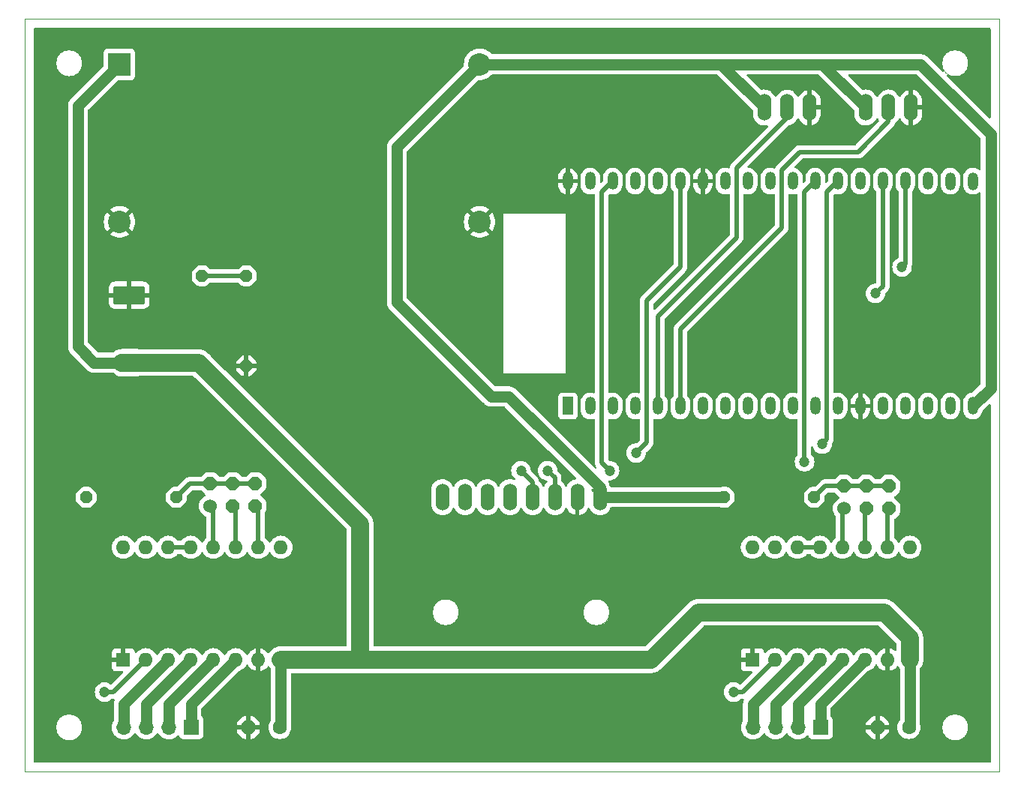
<source format=gbr>
G04 #@! TF.GenerationSoftware,KiCad,Pcbnew,7.0.6-7.0.6~ubuntu22.04.1*
G04 #@! TF.CreationDate,2023-07-18T11:05:32+02:00*
G04 #@! TF.ProjectId,YABR_Bot,59414252-5f42-46f7-942e-6b696361645f,1.0*
G04 #@! TF.SameCoordinates,Original*
G04 #@! TF.FileFunction,Profile,NP*
%FSLAX46Y46*%
G04 Gerber Fmt 4.6, Leading zero omitted, Abs format (unit mm)*
G04 Created by KiCad (PCBNEW 7.0.6-7.0.6~ubuntu22.04.1) date 2023-07-18 11:05:32*
%MOMM*%
%LPD*%
G01*
G04 APERTURE LIST*
G04 Aperture macros list*
%AMRoundRect*
0 Rectangle with rounded corners*
0 $1 Rounding radius*
0 $2 $3 $4 $5 $6 $7 $8 $9 X,Y pos of 4 corners*
0 Add a 4 corners polygon primitive as box body*
4,1,4,$2,$3,$4,$5,$6,$7,$8,$9,$2,$3,0*
0 Add four circle primitives for the rounded corners*
1,1,$1+$1,$2,$3*
1,1,$1+$1,$4,$5*
1,1,$1+$1,$6,$7*
1,1,$1+$1,$8,$9*
0 Add four rect primitives between the rounded corners*
20,1,$1+$1,$2,$3,$4,$5,0*
20,1,$1+$1,$4,$5,$6,$7,0*
20,1,$1+$1,$6,$7,$8,$9,0*
20,1,$1+$1,$8,$9,$2,$3,0*%
%AMOutline5P*
0 Free polygon, 5 corners , with rotation*
0 The origin of the aperture is its center*
0 number of corners: always 5*
0 $1 to $10 corner X, Y*
0 $11 Rotation angle, in degrees counterclockwise*
0 create outline with 5 corners*
4,1,5,$1,$2,$3,$4,$5,$6,$7,$8,$9,$10,$1,$2,$11*%
%AMOutline6P*
0 Free polygon, 6 corners , with rotation*
0 The origin of the aperture is its center*
0 number of corners: always 6*
0 $1 to $12 corner X, Y*
0 $13 Rotation angle, in degrees counterclockwise*
0 create outline with 6 corners*
4,1,6,$1,$2,$3,$4,$5,$6,$7,$8,$9,$10,$11,$12,$1,$2,$13*%
%AMOutline7P*
0 Free polygon, 7 corners , with rotation*
0 The origin of the aperture is its center*
0 number of corners: always 7*
0 $1 to $14 corner X, Y*
0 $15 Rotation angle, in degrees counterclockwise*
0 create outline with 7 corners*
4,1,7,$1,$2,$3,$4,$5,$6,$7,$8,$9,$10,$11,$12,$13,$14,$1,$2,$15*%
%AMOutline8P*
0 Free polygon, 8 corners , with rotation*
0 The origin of the aperture is its center*
0 number of corners: always 8*
0 $1 to $16 corner X, Y*
0 $17 Rotation angle, in degrees counterclockwise*
0 create outline with 8 corners*
4,1,8,$1,$2,$3,$4,$5,$6,$7,$8,$9,$10,$11,$12,$13,$14,$15,$16,$1,$2,$17*%
G04 Aperture macros list end*
G04 #@! TA.AperFunction,Profile*
%ADD10C,0.100000*%
G04 #@! TD*
G04 #@! TA.AperFunction,ComponentPad*
%ADD11Outline8P,-0.660400X0.273547X-0.273547X0.660400X0.273547X0.660400X0.660400X0.273547X0.660400X-0.273547X0.273547X-0.660400X-0.273547X-0.660400X-0.660400X-0.273547X90.000000*%
G04 #@! TD*
G04 #@! TA.AperFunction,ComponentPad*
%ADD12C,1.524000*%
G04 #@! TD*
G04 #@! TA.AperFunction,ComponentPad*
%ADD13Outline8P,-0.762000X0.315631X-0.315631X0.762000X0.315631X0.762000X0.762000X0.315631X0.762000X-0.315631X0.315631X-0.762000X-0.315631X-0.762000X-0.762000X-0.315631X0.000000*%
G04 #@! TD*
G04 #@! TA.AperFunction,ComponentPad*
%ADD14O,1.524000X3.048000*%
G04 #@! TD*
G04 #@! TA.AperFunction,ComponentPad*
%ADD15RoundRect,0.250001X-1.549999X0.799999X-1.549999X-0.799999X1.549999X-0.799999X1.549999X0.799999X0*%
G04 #@! TD*
G04 #@! TA.AperFunction,ComponentPad*
%ADD16O,3.600000X2.100000*%
G04 #@! TD*
G04 #@! TA.AperFunction,ComponentPad*
%ADD17C,1.600200*%
G04 #@! TD*
G04 #@! TA.AperFunction,ComponentPad*
%ADD18Outline8P,-0.800100X0.331412X-0.331412X0.800100X0.331412X0.800100X0.800100X0.331412X0.800100X-0.331412X0.331412X-0.800100X-0.331412X-0.800100X-0.800100X-0.331412X180.000000*%
G04 #@! TD*
G04 #@! TA.AperFunction,ComponentPad*
%ADD19R,2.540000X2.540000*%
G04 #@! TD*
G04 #@! TA.AperFunction,ComponentPad*
%ADD20C,2.540000*%
G04 #@! TD*
G04 #@! TA.AperFunction,ComponentPad*
%ADD21R,1.600000X1.600000*%
G04 #@! TD*
G04 #@! TA.AperFunction,ComponentPad*
%ADD22O,1.600000X1.600000*%
G04 #@! TD*
G04 #@! TA.AperFunction,ComponentPad*
%ADD23R,1.700000X1.700000*%
G04 #@! TD*
G04 #@! TA.AperFunction,ComponentPad*
%ADD24O,1.700000X1.700000*%
G04 #@! TD*
G04 #@! TA.AperFunction,ComponentPad*
%ADD25Outline8P,-0.660400X0.273547X-0.273547X0.660400X0.273547X0.660400X0.660400X0.273547X0.660400X-0.273547X0.273547X-0.660400X-0.273547X-0.660400X-0.660400X-0.273547X180.000000*%
G04 #@! TD*
G04 #@! TA.AperFunction,ComponentPad*
%ADD26Outline8P,-0.660400X0.273547X-0.273547X0.660400X0.273547X0.660400X0.660400X0.273547X0.660400X-0.273547X0.273547X-0.660400X-0.273547X-0.660400X-0.660400X-0.273547X270.000000*%
G04 #@! TD*
G04 #@! TA.AperFunction,ComponentPad*
%ADD27R,1.200000X2.000000*%
G04 #@! TD*
G04 #@! TA.AperFunction,ComponentPad*
%ADD28O,1.200000X2.000000*%
G04 #@! TD*
G04 #@! TA.AperFunction,ViaPad*
%ADD29C,1.200000*%
G04 #@! TD*
G04 #@! TA.AperFunction,Conductor*
%ADD30C,0.500000*%
G04 #@! TD*
G04 #@! TA.AperFunction,Conductor*
%ADD31C,2.000000*%
G04 #@! TD*
G04 #@! TA.AperFunction,Conductor*
%ADD32C,1.250000*%
G04 #@! TD*
G04 #@! TA.AperFunction,Conductor*
%ADD33C,0.250000*%
G04 #@! TD*
%ADD34C,0.350000*%
G04 APERTURE END LIST*
D10*
X20000000Y-17000000D02*
X130000000Y-17000000D01*
X130000000Y-102000000D01*
X20000000Y-102000000D01*
X20000000Y-17000000D01*
X26500000Y-22000000D02*
G75*
G03*
X26500000Y-22000000I-1500000J0D01*
G01*
X86000000Y-84000000D02*
G75*
G03*
X86000000Y-84000000I-1500000J0D01*
G01*
X126500000Y-97000000D02*
G75*
G03*
X126500000Y-97000000I-1500000J0D01*
G01*
X126500000Y-22000000D02*
G75*
G03*
X126500000Y-22000000I-1500000J0D01*
G01*
X26500000Y-97000000D02*
G75*
G03*
X26500000Y-97000000I-1500000J0D01*
G01*
X69000000Y-84000000D02*
G75*
G03*
X69000000Y-84000000I-1500000J0D01*
G01*
D11*
X45000000Y-56160000D03*
X45000000Y-46000000D03*
D12*
X112460000Y-72270000D03*
D13*
X112460000Y-69730000D03*
X115000000Y-72270000D03*
X115000000Y-69730000D03*
X117540000Y-72270000D03*
X117540000Y-69730000D03*
D14*
X84890000Y-71000000D03*
X82350000Y-71000000D03*
X79810000Y-71000000D03*
X77270000Y-71000000D03*
X74730000Y-71000000D03*
X72190000Y-71000000D03*
X69650000Y-71000000D03*
X67110000Y-71000000D03*
D15*
X31777500Y-48190000D03*
D16*
X31777500Y-55810000D03*
D17*
X119778000Y-97000000D03*
D18*
X116222000Y-97000000D03*
D14*
X114920000Y-27000000D03*
X117460000Y-27000000D03*
X120000000Y-27000000D03*
D19*
X30680000Y-22110000D03*
D20*
X30680000Y-39890000D03*
X71320000Y-39890000D03*
X71320000Y-22110000D03*
D21*
X31110000Y-89350000D03*
D22*
X33650000Y-89350000D03*
X36190000Y-89350000D03*
X38730000Y-89350000D03*
X41270000Y-89350000D03*
X43810000Y-89350000D03*
X46350000Y-89350000D03*
X48890000Y-89350000D03*
X48890000Y-76650000D03*
X46350000Y-76650000D03*
X43810000Y-76650000D03*
X41270000Y-76650000D03*
X38730000Y-76650000D03*
X36190000Y-76650000D03*
X33650000Y-76650000D03*
X31110000Y-76650000D03*
D23*
X38800000Y-97000000D03*
D24*
X36260000Y-97000000D03*
X33720000Y-97000000D03*
X31180000Y-97000000D03*
D25*
X37080000Y-71000000D03*
X26920000Y-71000000D03*
X109080000Y-71000000D03*
X98920000Y-71000000D03*
D21*
X102110000Y-89350000D03*
D22*
X104650000Y-89350000D03*
X107190000Y-89350000D03*
X109730000Y-89350000D03*
X112270000Y-89350000D03*
X114810000Y-89350000D03*
X117350000Y-89350000D03*
X119890000Y-89350000D03*
X119890000Y-76650000D03*
X117350000Y-76650000D03*
X114810000Y-76650000D03*
X112270000Y-76650000D03*
X109730000Y-76650000D03*
X107190000Y-76650000D03*
X104650000Y-76650000D03*
X102110000Y-76650000D03*
D12*
X40920000Y-72000000D03*
D13*
X40920000Y-69460000D03*
X43460000Y-72000000D03*
X43460000Y-69460000D03*
X46000000Y-72000000D03*
X46000000Y-69460000D03*
D17*
X48778000Y-97000000D03*
D18*
X45222000Y-97000000D03*
D26*
X40000000Y-46000000D03*
X40000000Y-56160000D03*
D14*
X103460000Y-27000000D03*
X106000000Y-27000000D03*
X108540000Y-27000000D03*
D23*
X109800000Y-97000000D03*
D24*
X107260000Y-97000000D03*
X104720000Y-97000000D03*
X102180000Y-97000000D03*
D27*
X81280000Y-60700000D03*
D28*
X83820000Y-60700000D03*
X86360000Y-60700000D03*
X88900000Y-60700000D03*
X91440000Y-60700000D03*
X93980000Y-60700000D03*
X96520000Y-60700000D03*
X99060000Y-60700000D03*
X101600000Y-60700000D03*
X104140000Y-60700000D03*
X106680000Y-60700000D03*
X109220000Y-60700000D03*
X111760000Y-60700000D03*
X114300000Y-60700000D03*
X116840000Y-60700000D03*
X119380000Y-60700000D03*
X121920000Y-60700000D03*
X124460000Y-60700000D03*
X127000000Y-60700000D03*
X126997280Y-35303680D03*
X124457280Y-35303680D03*
X121920000Y-35300000D03*
X119380000Y-35300000D03*
X116840000Y-35300000D03*
X114300000Y-35300000D03*
X111760000Y-35300000D03*
X109220000Y-35300000D03*
X106680000Y-35300000D03*
X104140000Y-35300000D03*
X101600000Y-35300000D03*
X99060000Y-35300000D03*
X96520000Y-35300000D03*
X93980000Y-35300000D03*
X91440000Y-35300000D03*
X88900000Y-35300000D03*
X86360000Y-35300000D03*
X83820000Y-35300000D03*
X81280000Y-35300000D03*
D29*
X80000000Y-65000000D03*
X100000000Y-93000000D03*
X29000000Y-93000000D03*
X79000000Y-68000000D03*
X86000000Y-68000000D03*
X76000000Y-68000000D03*
X89000000Y-66000000D03*
X108000000Y-67000000D03*
X110000000Y-65000000D03*
X116000000Y-48000000D03*
X119000000Y-45000000D03*
D30*
X106000000Y-27000000D02*
X106000000Y-28112000D01*
X106000000Y-28112000D02*
X100330000Y-33782000D01*
X100330000Y-33782000D02*
X100330000Y-41670000D01*
X100330000Y-41670000D02*
X91440000Y-50560000D01*
X91440000Y-50560000D02*
X91440000Y-60700000D01*
X117460000Y-27000000D02*
X117460000Y-28590000D01*
X117460000Y-28590000D02*
X114050000Y-32000000D01*
X114050000Y-32000000D02*
X107446000Y-32000000D01*
X93980000Y-52020000D02*
X93980000Y-60700000D01*
X107446000Y-32000000D02*
X105410000Y-34036000D01*
X105410000Y-34036000D02*
X105410000Y-40590000D01*
X105410000Y-40590000D02*
X93980000Y-52020000D01*
X86000000Y-68000000D02*
X85090000Y-67090000D01*
X85090000Y-67090000D02*
X85090000Y-36570000D01*
X85090000Y-36570000D02*
X86360000Y-35300000D01*
X89000000Y-66000000D02*
X90170000Y-64830000D01*
X90170000Y-64830000D02*
X90170000Y-48830000D01*
X90170000Y-48830000D02*
X93980000Y-45020000D01*
X93980000Y-45020000D02*
X93980000Y-35300000D01*
X109220000Y-35300000D02*
X107950000Y-36570000D01*
X107950000Y-36570000D02*
X107950000Y-66950000D01*
X107950000Y-66950000D02*
X108000000Y-67000000D01*
X111760000Y-35300000D02*
X110500000Y-36560000D01*
X110500000Y-36560000D02*
X110500000Y-64500000D01*
X110500000Y-64500000D02*
X110000000Y-65000000D01*
D31*
X96000000Y-84000000D02*
X90650000Y-89350000D01*
X90650000Y-89350000D02*
X56000000Y-89350000D01*
X57650000Y-89350000D02*
X56000000Y-89350000D01*
X31777500Y-55810000D02*
X39650000Y-55810000D01*
X57840000Y-88840000D02*
X58000000Y-89000000D01*
D32*
X119890000Y-96888000D02*
X119778000Y-97000000D01*
X39650000Y-55810000D02*
X40000000Y-56160000D01*
D31*
X119890000Y-86890000D02*
X117000000Y-84000000D01*
X119890000Y-89350000D02*
X119890000Y-86890000D01*
X57840000Y-74000000D02*
X40000000Y-56160000D01*
D32*
X26000000Y-54000000D02*
X26000000Y-26790000D01*
D31*
X58000000Y-89000000D02*
X57650000Y-89350000D01*
D32*
X119890000Y-89350000D02*
X119890000Y-96888000D01*
X27810000Y-55810000D02*
X26000000Y-54000000D01*
D31*
X56000000Y-89350000D02*
X48890000Y-89350000D01*
D32*
X48890000Y-89350000D02*
X48890000Y-96888000D01*
D31*
X117000000Y-84000000D02*
X96000000Y-84000000D01*
D32*
X119778000Y-89462000D02*
X119890000Y-89350000D01*
X48890000Y-96888000D02*
X48778000Y-97000000D01*
X31777500Y-55810000D02*
X27810000Y-55810000D01*
X48778000Y-89462000D02*
X48890000Y-89350000D01*
D31*
X57840000Y-74000000D02*
X57840000Y-88840000D01*
D32*
X26000000Y-26790000D02*
X30680000Y-22110000D01*
D33*
X82350000Y-71000000D02*
X82350000Y-70650000D01*
X120000000Y-27000000D02*
X120000000Y-26000000D01*
D32*
X72625000Y-59625000D02*
X62000000Y-49000000D01*
X129000000Y-30000000D02*
X129000000Y-58700000D01*
X71320000Y-22110000D02*
X98570000Y-22110000D01*
X84890000Y-71000000D02*
X98920000Y-71000000D01*
X62000000Y-49000000D02*
X62000000Y-31430000D01*
D30*
X127300000Y-60700000D02*
X127000000Y-60700000D01*
D32*
X84890000Y-71000000D02*
X84890000Y-69890000D01*
X110030000Y-22110000D02*
X121110000Y-22110000D01*
D33*
X84000000Y-70110000D02*
X84890000Y-71000000D01*
D32*
X110030000Y-22110000D02*
X114920000Y-27000000D01*
X98570000Y-22110000D02*
X110030000Y-22110000D01*
X80000000Y-65000000D02*
X74625000Y-59625000D01*
X74625000Y-59625000D02*
X72625000Y-59625000D01*
X84890000Y-69890000D02*
X80000000Y-65000000D01*
X121110000Y-22110000D02*
X129000000Y-30000000D01*
D30*
X84890000Y-71000000D02*
X84890000Y-72110000D01*
D32*
X129000000Y-58700000D02*
X127000000Y-60700000D01*
X62000000Y-31430000D02*
X71320000Y-22110000D01*
X98570000Y-22110000D02*
X103460000Y-27000000D01*
D30*
X104650000Y-89350000D02*
X101000000Y-93000000D01*
X101000000Y-93000000D02*
X100000000Y-93000000D01*
X30000000Y-93000000D02*
X29000000Y-93000000D01*
X33650000Y-89350000D02*
X30000000Y-93000000D01*
X79810000Y-68810000D02*
X79000000Y-68000000D01*
X79810000Y-71000000D02*
X79810000Y-68810000D01*
X77270000Y-69270000D02*
X76000000Y-68000000D01*
X77270000Y-71000000D02*
X77270000Y-69270000D01*
D32*
X107260000Y-94360000D02*
X112270000Y-89350000D01*
X107260000Y-97000000D02*
X107260000Y-94360000D01*
X104720000Y-94360000D02*
X109730000Y-89350000D01*
X104720000Y-97000000D02*
X104720000Y-94360000D01*
X102180000Y-97000000D02*
X102180000Y-94360000D01*
X102180000Y-94360000D02*
X107190000Y-89350000D01*
X36260000Y-97000000D02*
X36260000Y-94360000D01*
X36260000Y-94360000D02*
X41270000Y-89350000D01*
X33720000Y-97000000D02*
X33720000Y-94360000D01*
X33720000Y-94360000D02*
X38730000Y-89350000D01*
X31180000Y-97000000D02*
X31180000Y-94360000D01*
X31180000Y-94360000D02*
X36190000Y-89350000D01*
D30*
X112460000Y-69730000D02*
X110350000Y-69730000D01*
X110350000Y-69730000D02*
X109080000Y-71000000D01*
X117540000Y-69730000D02*
X115000000Y-69730000D01*
X115000000Y-69730000D02*
X112460000Y-69730000D01*
X38620000Y-69460000D02*
X37080000Y-71000000D01*
X40920000Y-69460000D02*
X38620000Y-69460000D01*
X46000000Y-69460000D02*
X43460000Y-69460000D01*
X43460000Y-69460000D02*
X40920000Y-69460000D01*
X40000000Y-46000000D02*
X45000000Y-46000000D01*
X117350000Y-76650000D02*
X117350000Y-72460000D01*
X117350000Y-72460000D02*
X117540000Y-72270000D01*
X114810000Y-72460000D02*
X115000000Y-72270000D01*
X114810000Y-76650000D02*
X114810000Y-72460000D01*
X112270000Y-76650000D02*
X112270000Y-72460000D01*
X112270000Y-72460000D02*
X112460000Y-72270000D01*
X46350000Y-76650000D02*
X46350000Y-72350000D01*
X46350000Y-72350000D02*
X46000000Y-72000000D01*
X43810000Y-72350000D02*
X43460000Y-72000000D01*
X43810000Y-76650000D02*
X43810000Y-72350000D01*
X41270000Y-76650000D02*
X41270000Y-72350000D01*
X41270000Y-72350000D02*
X40920000Y-72000000D01*
X109730000Y-76650000D02*
X107190000Y-76650000D01*
X36190000Y-76650000D02*
X38730000Y-76650000D01*
X116840000Y-35300000D02*
X116840000Y-47160000D01*
X116840000Y-47160000D02*
X116000000Y-48000000D01*
X119380000Y-44620000D02*
X119000000Y-45000000D01*
X119380000Y-35300000D02*
X119380000Y-44620000D01*
D32*
X109800000Y-97000000D02*
X109800000Y-94360000D01*
X109800000Y-94360000D02*
X114810000Y-89350000D01*
X38800000Y-94360000D02*
X43810000Y-89350000D01*
X38800000Y-97000000D02*
X38800000Y-94360000D01*
G04 #@! TA.AperFunction,Conductor*
G36*
X128943039Y-18019685D02*
G01*
X128988794Y-18072489D01*
X129000000Y-18124000D01*
X129000000Y-28108940D01*
X128980315Y-28175979D01*
X128927511Y-28221734D01*
X128858353Y-28231678D01*
X128794797Y-28202653D01*
X128788319Y-28196621D01*
X126492469Y-25900771D01*
X124071450Y-23479753D01*
X124037966Y-23418431D01*
X124042950Y-23348739D01*
X124084822Y-23292806D01*
X124150286Y-23268389D01*
X124218146Y-23283016D01*
X124261623Y-23306545D01*
X124266010Y-23309159D01*
X124276811Y-23316216D01*
X124279772Y-23319686D01*
X124286844Y-23323514D01*
X124293664Y-23325336D01*
X124305483Y-23330521D01*
X124310057Y-23332756D01*
X124395190Y-23378828D01*
X124486767Y-23410266D01*
X124491480Y-23412105D01*
X124503300Y-23417290D01*
X124506791Y-23420224D01*
X124514421Y-23422843D01*
X124521432Y-23423517D01*
X124529378Y-23425528D01*
X124533935Y-23426682D01*
X124538823Y-23428137D01*
X124604307Y-23450618D01*
X124630385Y-23459571D01*
X124725857Y-23475502D01*
X124730861Y-23476550D01*
X124743359Y-23479715D01*
X124747285Y-23482034D01*
X124755240Y-23483362D01*
X124762274Y-23482871D01*
X124775122Y-23483936D01*
X124780187Y-23484567D01*
X124875665Y-23500500D01*
X124875666Y-23500500D01*
X124972436Y-23500500D01*
X124977556Y-23500712D01*
X124989551Y-23501705D01*
X124990419Y-23501777D01*
X124994680Y-23503421D01*
X125002715Y-23503421D01*
X125009579Y-23501778D01*
X125022453Y-23500712D01*
X125027574Y-23500500D01*
X125124330Y-23500500D01*
X125124335Y-23500500D01*
X125219854Y-23484560D01*
X125224850Y-23483938D01*
X125237730Y-23482871D01*
X125242193Y-23483789D01*
X125250141Y-23482463D01*
X125256623Y-23479719D01*
X125269158Y-23476545D01*
X125274105Y-23475508D01*
X125369614Y-23459571D01*
X125461198Y-23428129D01*
X125466055Y-23426684D01*
X125478568Y-23423516D01*
X125483120Y-23423687D01*
X125490741Y-23421071D01*
X125496691Y-23417293D01*
X125508501Y-23412113D01*
X125513251Y-23410260D01*
X125604810Y-23378828D01*
X125689970Y-23332741D01*
X125694522Y-23330517D01*
X125706340Y-23325334D01*
X125710865Y-23324752D01*
X125717935Y-23320926D01*
X125723190Y-23316215D01*
X125733999Y-23309153D01*
X125738361Y-23306553D01*
X125823509Y-23260474D01*
X125899937Y-23200986D01*
X125904025Y-23198068D01*
X125914856Y-23190993D01*
X125919221Y-23189676D01*
X125925568Y-23184735D01*
X125929972Y-23179228D01*
X125939462Y-23170492D01*
X125943349Y-23167198D01*
X126019744Y-23107738D01*
X126085313Y-23036510D01*
X126088909Y-23032914D01*
X126098405Y-23024172D01*
X126102489Y-23022157D01*
X126107949Y-23016226D01*
X126111384Y-23010073D01*
X126119315Y-22999883D01*
X126122585Y-22996022D01*
X126188164Y-22924785D01*
X126241124Y-22843723D01*
X126244055Y-22839618D01*
X126252004Y-22829405D01*
X126255699Y-22826746D01*
X126260104Y-22820004D01*
X126262481Y-22813365D01*
X126268621Y-22802020D01*
X126271224Y-22797650D01*
X126324173Y-22716607D01*
X126363068Y-22627933D01*
X126365298Y-22623377D01*
X126371421Y-22612062D01*
X126374641Y-22608816D01*
X126377882Y-22601427D01*
X126379135Y-22594483D01*
X126383329Y-22582266D01*
X126385170Y-22577546D01*
X126424063Y-22488881D01*
X126447832Y-22395019D01*
X126449280Y-22390156D01*
X126453467Y-22377960D01*
X126456103Y-22374238D01*
X126458081Y-22366428D01*
X126458174Y-22359373D01*
X126460299Y-22346638D01*
X126461344Y-22341659D01*
X126485108Y-22247821D01*
X126493103Y-22151333D01*
X126493734Y-22146278D01*
X126498508Y-22117669D01*
X126497688Y-22111928D01*
X126498088Y-22092585D01*
X126498283Y-22088814D01*
X126505643Y-22000000D01*
X126498283Y-21911189D01*
X126498088Y-21907410D01*
X126497688Y-21888072D01*
X126498789Y-21884016D01*
X126497438Y-21875919D01*
X126493731Y-21853704D01*
X126493102Y-21848660D01*
X126485108Y-21752179D01*
X126461341Y-21658327D01*
X126460295Y-21653334D01*
X126460292Y-21653319D01*
X126458175Y-21640627D01*
X126458721Y-21636102D01*
X126456743Y-21628287D01*
X126453466Y-21622037D01*
X126449283Y-21609851D01*
X126447830Y-21604976D01*
X126424063Y-21511119D01*
X126385180Y-21422475D01*
X126383326Y-21417725D01*
X126379133Y-21405509D01*
X126378927Y-21400953D01*
X126375699Y-21393592D01*
X126371435Y-21387962D01*
X126365298Y-21376621D01*
X126363052Y-21372029D01*
X126324173Y-21283393D01*
X126324173Y-21283392D01*
X126271231Y-21202358D01*
X126268618Y-21197973D01*
X126262477Y-21186626D01*
X126261524Y-21182167D01*
X126257122Y-21175428D01*
X126251994Y-21170581D01*
X126244081Y-21160415D01*
X126241102Y-21156243D01*
X126210789Y-21109845D01*
X126188164Y-21075215D01*
X126142102Y-21025178D01*
X126122606Y-21003999D01*
X126119291Y-21000085D01*
X126111384Y-20989926D01*
X126109711Y-20985685D01*
X126104253Y-20979757D01*
X126098398Y-20975820D01*
X126088918Y-20967092D01*
X126085294Y-20963468D01*
X126071863Y-20948879D01*
X126019744Y-20892262D01*
X125998870Y-20876015D01*
X125943378Y-20832823D01*
X125939462Y-20829507D01*
X125929970Y-20820767D01*
X125927624Y-20816863D01*
X125921278Y-20811923D01*
X125914842Y-20808998D01*
X125904063Y-20801955D01*
X125899897Y-20798981D01*
X125823509Y-20739526D01*
X125823508Y-20739525D01*
X125823505Y-20739523D01*
X125823503Y-20739522D01*
X125774906Y-20713223D01*
X125738380Y-20693456D01*
X125733985Y-20690837D01*
X125723190Y-20683784D01*
X125720227Y-20680313D01*
X125713156Y-20676486D01*
X125706332Y-20674661D01*
X125694528Y-20669483D01*
X125689925Y-20667233D01*
X125604816Y-20621175D01*
X125604813Y-20621174D01*
X125604810Y-20621172D01*
X125604804Y-20621170D01*
X125604802Y-20621169D01*
X125513258Y-20589742D01*
X125508480Y-20587877D01*
X125496690Y-20582705D01*
X125493199Y-20579771D01*
X125485584Y-20577156D01*
X125478562Y-20576481D01*
X125474750Y-20575516D01*
X125466080Y-20573320D01*
X125461168Y-20571858D01*
X125369614Y-20540429D01*
X125274141Y-20524496D01*
X125269128Y-20523445D01*
X125256648Y-20520286D01*
X125252715Y-20517962D01*
X125244768Y-20516636D01*
X125237719Y-20517127D01*
X125224888Y-20516063D01*
X125219804Y-20515430D01*
X125124336Y-20499500D01*
X125124335Y-20499500D01*
X125027541Y-20499500D01*
X125022428Y-20499288D01*
X125011122Y-20498351D01*
X125009583Y-20498224D01*
X125005328Y-20496582D01*
X124997279Y-20496582D01*
X124990414Y-20498224D01*
X124980435Y-20499051D01*
X124980291Y-20499063D01*
X124977606Y-20499285D01*
X124972495Y-20499500D01*
X124875665Y-20499500D01*
X124780194Y-20515430D01*
X124775109Y-20516064D01*
X124762277Y-20517127D01*
X124757806Y-20516207D01*
X124749862Y-20517532D01*
X124743355Y-20520285D01*
X124730872Y-20523445D01*
X124725857Y-20524497D01*
X124630383Y-20540429D01*
X124538835Y-20571856D01*
X124533929Y-20573317D01*
X124521450Y-20576478D01*
X124516890Y-20576307D01*
X124509261Y-20578925D01*
X124503304Y-20582707D01*
X124491515Y-20587879D01*
X124486740Y-20589742D01*
X124395194Y-20621170D01*
X124395183Y-20621175D01*
X124310084Y-20667228D01*
X124305479Y-20669479D01*
X124293662Y-20674663D01*
X124289135Y-20675244D01*
X124282061Y-20679072D01*
X124276804Y-20683786D01*
X124266009Y-20690839D01*
X124261607Y-20693461D01*
X124176493Y-20739524D01*
X124176489Y-20739526D01*
X124100108Y-20798976D01*
X124095944Y-20801950D01*
X124088967Y-20806509D01*
X124085138Y-20809010D01*
X124080771Y-20810327D01*
X124074428Y-20815264D01*
X124070025Y-20820771D01*
X124060532Y-20829510D01*
X124056620Y-20832824D01*
X123980255Y-20892262D01*
X123914696Y-20963477D01*
X123911071Y-20967102D01*
X123901596Y-20975824D01*
X123897509Y-20977840D01*
X123892043Y-20983778D01*
X123888604Y-20989940D01*
X123880699Y-21000095D01*
X123877390Y-21004001D01*
X123811836Y-21075215D01*
X123758900Y-21156237D01*
X123755922Y-21160408D01*
X123748004Y-21170581D01*
X123744304Y-21173243D01*
X123739900Y-21179984D01*
X123737520Y-21186631D01*
X123731387Y-21197962D01*
X123728764Y-21202364D01*
X123675828Y-21283390D01*
X123636952Y-21372015D01*
X123634703Y-21376616D01*
X123631673Y-21382216D01*
X123628566Y-21387958D01*
X123625350Y-21391198D01*
X123622116Y-21398571D01*
X123620863Y-21405517D01*
X123616674Y-21417717D01*
X123614811Y-21422493D01*
X123585179Y-21490047D01*
X123575939Y-21511116D01*
X123575936Y-21511122D01*
X123552177Y-21604940D01*
X123550715Y-21609851D01*
X123546533Y-21622033D01*
X123543896Y-21625755D01*
X123541917Y-21633570D01*
X123541825Y-21640622D01*
X123539707Y-21653319D01*
X123538654Y-21658339D01*
X123514891Y-21752178D01*
X123514891Y-21752183D01*
X123506899Y-21848631D01*
X123506264Y-21853719D01*
X123504143Y-21866428D01*
X123502156Y-21870530D01*
X123501490Y-21878563D01*
X123502562Y-21885542D01*
X123502562Y-21898419D01*
X123502350Y-21903542D01*
X123494357Y-21999994D01*
X123494357Y-22000004D01*
X123502350Y-22096456D01*
X123502562Y-22101579D01*
X123502562Y-22114456D01*
X123501274Y-22118839D01*
X123501940Y-22126871D01*
X123504143Y-22133570D01*
X123506264Y-22146279D01*
X123506899Y-22151367D01*
X123514891Y-22247816D01*
X123514891Y-22247818D01*
X123538654Y-22341659D01*
X123539707Y-22346679D01*
X123541825Y-22359374D01*
X123541277Y-22363902D01*
X123543256Y-22371715D01*
X123546532Y-22377962D01*
X123550714Y-22390145D01*
X123552177Y-22395058D01*
X123575432Y-22486887D01*
X123575937Y-22488881D01*
X123602565Y-22549588D01*
X123614810Y-22577503D01*
X123616675Y-22582283D01*
X123620864Y-22594488D01*
X123621069Y-22599040D01*
X123624304Y-22606415D01*
X123628567Y-22612043D01*
X123634700Y-22623377D01*
X123636949Y-22627978D01*
X123675826Y-22716606D01*
X123714518Y-22775829D01*
X123734706Y-22842719D01*
X123715525Y-22909904D01*
X123663066Y-22956054D01*
X123593984Y-22966517D01*
X123530212Y-22937970D01*
X123523028Y-22931331D01*
X121979624Y-21387927D01*
X121966295Y-21372169D01*
X121964468Y-21369603D01*
X121964465Y-21369600D01*
X121896349Y-21304652D01*
X121867944Y-21276246D01*
X121867943Y-21276245D01*
X121859302Y-21269109D01*
X121855994Y-21266173D01*
X121808904Y-21221274D01*
X121808899Y-21221270D01*
X121779481Y-21202364D01*
X121778001Y-21201412D01*
X121772055Y-21197072D01*
X121743721Y-21173678D01*
X121743722Y-21173678D01*
X121743719Y-21173676D01*
X121743714Y-21173673D01*
X121686618Y-21142497D01*
X121682810Y-21140238D01*
X121628083Y-21105066D01*
X121593982Y-21091414D01*
X121587307Y-21088269D01*
X121555069Y-21070666D01*
X121493091Y-21050853D01*
X121488926Y-21049355D01*
X121428534Y-21025179D01*
X121428532Y-21025178D01*
X121392464Y-21018226D01*
X121385318Y-21016402D01*
X121350331Y-21005218D01*
X121350328Y-21005217D01*
X121285720Y-20997492D01*
X121281346Y-20996810D01*
X121217474Y-20984500D01*
X121217472Y-20984500D01*
X121180748Y-20984500D01*
X121173381Y-20984061D01*
X121136907Y-20979700D01*
X121136906Y-20979700D01*
X121072000Y-20984342D01*
X121067579Y-20984500D01*
X110100748Y-20984500D01*
X110093381Y-20984061D01*
X110056907Y-20979700D01*
X110056906Y-20979700D01*
X109992000Y-20984342D01*
X109987579Y-20984500D01*
X98640748Y-20984500D01*
X98633381Y-20984061D01*
X98596907Y-20979700D01*
X98596906Y-20979700D01*
X98532000Y-20984342D01*
X98527579Y-20984500D01*
X72746714Y-20984500D01*
X72679675Y-20964815D01*
X72649767Y-20937813D01*
X72621508Y-20902377D01*
X72426984Y-20721886D01*
X72385295Y-20693463D01*
X72207736Y-20572404D01*
X72207725Y-20572397D01*
X71968655Y-20457268D01*
X71968636Y-20457261D01*
X71715083Y-20379051D01*
X71715073Y-20379048D01*
X71452688Y-20339500D01*
X71452681Y-20339500D01*
X71187319Y-20339500D01*
X71187311Y-20339500D01*
X70924926Y-20379048D01*
X70924916Y-20379051D01*
X70671363Y-20457261D01*
X70671344Y-20457268D01*
X70432276Y-20572397D01*
X70432274Y-20572398D01*
X70432268Y-20572401D01*
X70432268Y-20572402D01*
X70406835Y-20589742D01*
X70213015Y-20721886D01*
X70018494Y-20902375D01*
X70018492Y-20902377D01*
X69853042Y-21109845D01*
X69720361Y-21339654D01*
X69623416Y-21586667D01*
X69623410Y-21586686D01*
X69564364Y-21845385D01*
X69564363Y-21845390D01*
X69544535Y-22109995D01*
X69544535Y-22110004D01*
X69553095Y-22224231D01*
X69538476Y-22292554D01*
X69517123Y-22321178D01*
X61277923Y-30560378D01*
X61262183Y-30573694D01*
X61259604Y-30575530D01*
X61259601Y-30575533D01*
X61227899Y-30608780D01*
X61194652Y-30643650D01*
X61166237Y-30672064D01*
X61166232Y-30672071D01*
X61159113Y-30680692D01*
X61156179Y-30683999D01*
X61111279Y-30731089D01*
X61111267Y-30731105D01*
X61091412Y-30761998D01*
X61087063Y-30767954D01*
X61063683Y-30796271D01*
X61063678Y-30796278D01*
X61032496Y-30853383D01*
X61030238Y-30857189D01*
X60995065Y-30911919D01*
X60995063Y-30911922D01*
X60981411Y-30946021D01*
X60978268Y-30952693D01*
X60960668Y-30984926D01*
X60960663Y-30984937D01*
X60940851Y-31046912D01*
X60939355Y-31051076D01*
X60915179Y-31111462D01*
X60915178Y-31111465D01*
X60908226Y-31147533D01*
X60906402Y-31154683D01*
X60895217Y-31189668D01*
X60887491Y-31254283D01*
X60886809Y-31258655D01*
X60880571Y-31291025D01*
X60875338Y-31318183D01*
X60874500Y-31322530D01*
X60874500Y-31359252D01*
X60874061Y-31366619D01*
X60869700Y-31403089D01*
X60869700Y-31403094D01*
X60874342Y-31467995D01*
X60874500Y-31472420D01*
X60874500Y-48895667D01*
X60872783Y-48916230D01*
X60872261Y-48919334D01*
X60872260Y-48919341D01*
X60874500Y-49013427D01*
X60874500Y-49053613D01*
X60875563Y-49064763D01*
X60875826Y-49069176D01*
X60876669Y-49104547D01*
X60877376Y-49134226D01*
X60885185Y-49170127D01*
X60886319Y-49177398D01*
X60887736Y-49192228D01*
X60889812Y-49213972D01*
X60908141Y-49276400D01*
X60909235Y-49280686D01*
X60923067Y-49344262D01*
X60923069Y-49344269D01*
X60937525Y-49378025D01*
X60940022Y-49384970D01*
X60950368Y-49420207D01*
X60950368Y-49420208D01*
X60980185Y-49478047D01*
X60982072Y-49482051D01*
X61007679Y-49541850D01*
X61028265Y-49572265D01*
X61032032Y-49578613D01*
X61048861Y-49611259D01*
X61074723Y-49644144D01*
X61089087Y-49662409D01*
X61091681Y-49665963D01*
X61126576Y-49717519D01*
X61128159Y-49719858D01*
X61154128Y-49745827D01*
X61159027Y-49751346D01*
X61181733Y-49780218D01*
X61230906Y-49822827D01*
X61234146Y-49825844D01*
X71755375Y-60347072D01*
X71768700Y-60362824D01*
X71770534Y-60365399D01*
X71804592Y-60397873D01*
X71838649Y-60430347D01*
X71852859Y-60444556D01*
X71867065Y-60458762D01*
X71868167Y-60459672D01*
X71875695Y-60465888D01*
X71879006Y-60468827D01*
X71915242Y-60503377D01*
X71926097Y-60513727D01*
X71957006Y-60533591D01*
X71962948Y-60537931D01*
X71991279Y-60561322D01*
X72005313Y-60568985D01*
X72048384Y-60592504D01*
X72052192Y-60594763D01*
X72106919Y-60629935D01*
X72106921Y-60629936D01*
X72126128Y-60637624D01*
X72141019Y-60643586D01*
X72147690Y-60646729D01*
X72179931Y-60664334D01*
X72241909Y-60684146D01*
X72246073Y-60685642D01*
X72306468Y-60709822D01*
X72342550Y-60716776D01*
X72349678Y-60718595D01*
X72384669Y-60729781D01*
X72384667Y-60729781D01*
X72413010Y-60733169D01*
X72449278Y-60737506D01*
X72453624Y-60738183D01*
X72517528Y-60750500D01*
X72554253Y-60750500D01*
X72561620Y-60750939D01*
X72568589Y-60751772D01*
X72598094Y-60755300D01*
X72662999Y-60750657D01*
X72667421Y-60750500D01*
X74107440Y-60750500D01*
X74174479Y-60770185D01*
X74195121Y-60786819D01*
X79126505Y-65718202D01*
X79126534Y-65718233D01*
X82193095Y-68784792D01*
X82226580Y-68846115D01*
X82221596Y-68915807D01*
X82179724Y-68971740D01*
X82122060Y-68995351D01*
X82068039Y-69002669D01*
X81851996Y-69072865D01*
X81651960Y-69180509D01*
X81651957Y-69180511D01*
X81474353Y-69322145D01*
X81324899Y-69493210D01*
X81324892Y-69493218D01*
X81208384Y-69688218D01*
X81208380Y-69688226D01*
X81195621Y-69722222D01*
X81153635Y-69778069D01*
X81088120Y-69802351D01*
X81019878Y-69787358D01*
X80970574Y-69737851D01*
X80967809Y-69732450D01*
X80967509Y-69731828D01*
X80898174Y-69587852D01*
X80898171Y-69587845D01*
X80764600Y-69404000D01*
X80764593Y-69403992D01*
X80598808Y-69245484D01*
X80563956Y-69184928D01*
X80560500Y-69155858D01*
X80560500Y-69019319D01*
X80560500Y-68873691D01*
X80561808Y-68855738D01*
X80565289Y-68831977D01*
X80560735Y-68779931D01*
X80560500Y-68774528D01*
X80560500Y-68766297D01*
X80560500Y-68766291D01*
X80556693Y-68733724D01*
X80549999Y-68657203D01*
X80549999Y-68657201D01*
X80548539Y-68650129D01*
X80548597Y-68650116D01*
X80546965Y-68642757D01*
X80546906Y-68642772D01*
X80545241Y-68635751D01*
X80545241Y-68635745D01*
X80518974Y-68563576D01*
X80494814Y-68490666D01*
X80494813Y-68490665D01*
X80494813Y-68490663D01*
X80491764Y-68484124D01*
X80491817Y-68484099D01*
X80488531Y-68477311D01*
X80488479Y-68477338D01*
X80485236Y-68470882D01*
X80483012Y-68467501D01*
X80443034Y-68406716D01*
X80402712Y-68341344D01*
X80402710Y-68341342D01*
X80398234Y-68335681D01*
X80398280Y-68335643D01*
X80393519Y-68329799D01*
X80393474Y-68329838D01*
X80388834Y-68324308D01*
X80332982Y-68271613D01*
X80141351Y-68079983D01*
X80107866Y-68018660D01*
X80105561Y-68003743D01*
X80105214Y-68000004D01*
X80105215Y-68000000D01*
X80086397Y-67796917D01*
X80030582Y-67600750D01*
X80010838Y-67561099D01*
X79941918Y-67422688D01*
X79939673Y-67418179D01*
X79823435Y-67264255D01*
X79816762Y-67255418D01*
X79666041Y-67118019D01*
X79666039Y-67118017D01*
X79492642Y-67010655D01*
X79492635Y-67010651D01*
X79397546Y-66973813D01*
X79302456Y-66936976D01*
X79101976Y-66899500D01*
X78898024Y-66899500D01*
X78697544Y-66936976D01*
X78697541Y-66936976D01*
X78697541Y-66936977D01*
X78507364Y-67010651D01*
X78507357Y-67010655D01*
X78333960Y-67118017D01*
X78333958Y-67118019D01*
X78183237Y-67255418D01*
X78060327Y-67418178D01*
X77969422Y-67600739D01*
X77969417Y-67600752D01*
X77913602Y-67796917D01*
X77894785Y-67999999D01*
X77894785Y-68000000D01*
X77913602Y-68203082D01*
X77969417Y-68399247D01*
X77969422Y-68399260D01*
X78060327Y-68581821D01*
X78183237Y-68744581D01*
X78333958Y-68881980D01*
X78333960Y-68881982D01*
X78412943Y-68930886D01*
X78507363Y-68989348D01*
X78627639Y-69035943D01*
X78697538Y-69063022D01*
X78697544Y-69063024D01*
X78885488Y-69098156D01*
X78947767Y-69129823D01*
X78983040Y-69190135D01*
X78980107Y-69259943D01*
X78940022Y-69316985D01*
X78934007Y-69321782D01*
X78784493Y-69492915D01*
X78784487Y-69492923D01*
X78667932Y-69688001D01*
X78667928Y-69688009D01*
X78655321Y-69721600D01*
X78613335Y-69777447D01*
X78547820Y-69801729D01*
X78479578Y-69786736D01*
X78430274Y-69737229D01*
X78427519Y-69731849D01*
X78358175Y-69587853D01*
X78358175Y-69587852D01*
X78358171Y-69587845D01*
X78224600Y-69404000D01*
X78224594Y-69403992D01*
X78060346Y-69246955D01*
X78060341Y-69246951D01*
X78060338Y-69246948D01*
X78060333Y-69246944D01*
X78060011Y-69246688D01*
X78059897Y-69246525D01*
X78056313Y-69243099D01*
X78056992Y-69242388D01*
X78019867Y-69189502D01*
X78013789Y-69160539D01*
X78012563Y-69146528D01*
X78010421Y-69122036D01*
X78009999Y-69117209D01*
X78008538Y-69110135D01*
X78008598Y-69110122D01*
X78006965Y-69102757D01*
X78006906Y-69102772D01*
X78005241Y-69095749D01*
X78005241Y-69095745D01*
X77978971Y-69023568D01*
X77965154Y-68981869D01*
X77954816Y-68950670D01*
X77951761Y-68944118D01*
X77951815Y-68944092D01*
X77948533Y-68937312D01*
X77948480Y-68937340D01*
X77945238Y-68930886D01*
X77945237Y-68930883D01*
X77903038Y-68866723D01*
X77862712Y-68801344D01*
X77862711Y-68801343D01*
X77862710Y-68801341D01*
X77858234Y-68795681D01*
X77858280Y-68795643D01*
X77853519Y-68789799D01*
X77853474Y-68789838D01*
X77848834Y-68784308D01*
X77839165Y-68775186D01*
X77829744Y-68766297D01*
X77792982Y-68731613D01*
X77141351Y-68079983D01*
X77107866Y-68018660D01*
X77105561Y-68003743D01*
X77105214Y-68000004D01*
X77105215Y-68000000D01*
X77086397Y-67796917D01*
X77030582Y-67600750D01*
X77010838Y-67561099D01*
X76941918Y-67422688D01*
X76939673Y-67418179D01*
X76823435Y-67264255D01*
X76816762Y-67255418D01*
X76666041Y-67118019D01*
X76666039Y-67118017D01*
X76492642Y-67010655D01*
X76492635Y-67010651D01*
X76397546Y-66973813D01*
X76302456Y-66936976D01*
X76101976Y-66899500D01*
X75898024Y-66899500D01*
X75697544Y-66936976D01*
X75697541Y-66936976D01*
X75697541Y-66936977D01*
X75507364Y-67010651D01*
X75507357Y-67010655D01*
X75333960Y-67118017D01*
X75333958Y-67118019D01*
X75183237Y-67255418D01*
X75060327Y-67418178D01*
X74969422Y-67600739D01*
X74969417Y-67600752D01*
X74913602Y-67796917D01*
X74894785Y-67999999D01*
X74894785Y-68000000D01*
X74913602Y-68203082D01*
X74969417Y-68399247D01*
X74969422Y-68399260D01*
X75060327Y-68581821D01*
X75183237Y-68744581D01*
X75290549Y-68842408D01*
X75326831Y-68902119D01*
X75325070Y-68971966D01*
X75285827Y-69029774D01*
X75221560Y-69057189D01*
X75158277Y-69048067D01*
X75151541Y-69045188D01*
X75121711Y-69032438D01*
X75121706Y-69032436D01*
X75121700Y-69032435D01*
X74900159Y-68981870D01*
X74900155Y-68981869D01*
X74900154Y-68981869D01*
X74900153Y-68981868D01*
X74900148Y-68981868D01*
X74673132Y-68971673D01*
X74673131Y-68971673D01*
X74673129Y-68971673D01*
X74560530Y-68986925D01*
X74447929Y-69002178D01*
X74231797Y-69072405D01*
X74031679Y-69180093D01*
X73854006Y-69321782D01*
X73704493Y-69492915D01*
X73704487Y-69492923D01*
X73587932Y-69688001D01*
X73587928Y-69688009D01*
X73575321Y-69721600D01*
X73533335Y-69777447D01*
X73467820Y-69801729D01*
X73399578Y-69786736D01*
X73350274Y-69737229D01*
X73347519Y-69731849D01*
X73278175Y-69587853D01*
X73278175Y-69587852D01*
X73278171Y-69587845D01*
X73144600Y-69404000D01*
X73144594Y-69403992D01*
X72980339Y-69246949D01*
X72980338Y-69246948D01*
X72919845Y-69207017D01*
X72790680Y-69121755D01*
X72715044Y-69089427D01*
X72581711Y-69032438D01*
X72581704Y-69032436D01*
X72581700Y-69032435D01*
X72360159Y-68981870D01*
X72360155Y-68981869D01*
X72360154Y-68981869D01*
X72360153Y-68981868D01*
X72360148Y-68981868D01*
X72133132Y-68971673D01*
X72133131Y-68971673D01*
X72133129Y-68971673D01*
X72020530Y-68986925D01*
X71907929Y-69002178D01*
X71691797Y-69072405D01*
X71491679Y-69180093D01*
X71314006Y-69321782D01*
X71164493Y-69492915D01*
X71164487Y-69492923D01*
X71047932Y-69688001D01*
X71047928Y-69688009D01*
X71035321Y-69721600D01*
X70993335Y-69777447D01*
X70927820Y-69801729D01*
X70859578Y-69786736D01*
X70810274Y-69737229D01*
X70807519Y-69731849D01*
X70738175Y-69587853D01*
X70738175Y-69587852D01*
X70738171Y-69587845D01*
X70604600Y-69404000D01*
X70604594Y-69403992D01*
X70440339Y-69246949D01*
X70440338Y-69246948D01*
X70379845Y-69207017D01*
X70250680Y-69121755D01*
X70175044Y-69089427D01*
X70041711Y-69032438D01*
X70041704Y-69032436D01*
X70041700Y-69032435D01*
X69820159Y-68981870D01*
X69820155Y-68981869D01*
X69820154Y-68981869D01*
X69820153Y-68981868D01*
X69820148Y-68981868D01*
X69593132Y-68971673D01*
X69593131Y-68971673D01*
X69593129Y-68971673D01*
X69480530Y-68986925D01*
X69367929Y-69002178D01*
X69151797Y-69072405D01*
X68951679Y-69180093D01*
X68774006Y-69321782D01*
X68624493Y-69492915D01*
X68624487Y-69492923D01*
X68507932Y-69688001D01*
X68507928Y-69688009D01*
X68495321Y-69721600D01*
X68453335Y-69777447D01*
X68387820Y-69801729D01*
X68319578Y-69786736D01*
X68270274Y-69737229D01*
X68267519Y-69731849D01*
X68198175Y-69587853D01*
X68198175Y-69587852D01*
X68198171Y-69587845D01*
X68064600Y-69404000D01*
X68064594Y-69403992D01*
X67900339Y-69246949D01*
X67900338Y-69246948D01*
X67839845Y-69207017D01*
X67710680Y-69121755D01*
X67635044Y-69089427D01*
X67501711Y-69032438D01*
X67501704Y-69032436D01*
X67501700Y-69032435D01*
X67280159Y-68981870D01*
X67280155Y-68981869D01*
X67280154Y-68981869D01*
X67280153Y-68981868D01*
X67280148Y-68981868D01*
X67053132Y-68971673D01*
X67053131Y-68971673D01*
X67053129Y-68971673D01*
X66940530Y-68986925D01*
X66827929Y-69002178D01*
X66611797Y-69072405D01*
X66411679Y-69180093D01*
X66234006Y-69321782D01*
X66084493Y-69492915D01*
X66084487Y-69492923D01*
X65967932Y-69688001D01*
X65967930Y-69688006D01*
X65888077Y-69900771D01*
X65888077Y-69900772D01*
X65847500Y-70124369D01*
X65847500Y-70124373D01*
X65847500Y-71818699D01*
X65849107Y-71836550D01*
X65862767Y-71988340D01*
X65923221Y-72207392D01*
X65923227Y-72207407D01*
X66021824Y-72412146D01*
X66021828Y-72412154D01*
X66155399Y-72595999D01*
X66155405Y-72596007D01*
X66275344Y-72710680D01*
X66319662Y-72753052D01*
X66388645Y-72798587D01*
X66509319Y-72878244D01*
X66509321Y-72878245D01*
X66509323Y-72878246D01*
X66718289Y-72967562D01*
X66939846Y-73018131D01*
X67166871Y-73028327D01*
X67392068Y-72997822D01*
X67608200Y-72927596D01*
X67808319Y-72819908D01*
X67985993Y-72678217D01*
X68135512Y-72507078D01*
X68252071Y-72311992D01*
X68264678Y-72278400D01*
X68306661Y-72222554D01*
X68372175Y-72198270D01*
X68440418Y-72213261D01*
X68489723Y-72262766D01*
X68492490Y-72268171D01*
X68561824Y-72412146D01*
X68561828Y-72412154D01*
X68695399Y-72595999D01*
X68695405Y-72596007D01*
X68815344Y-72710680D01*
X68859662Y-72753052D01*
X68928645Y-72798587D01*
X69049319Y-72878244D01*
X69049321Y-72878245D01*
X69049323Y-72878246D01*
X69258289Y-72967562D01*
X69479846Y-73018131D01*
X69706871Y-73028327D01*
X69932068Y-72997822D01*
X70148200Y-72927596D01*
X70348319Y-72819908D01*
X70525993Y-72678217D01*
X70675512Y-72507078D01*
X70792071Y-72311992D01*
X70804678Y-72278400D01*
X70846661Y-72222554D01*
X70912175Y-72198270D01*
X70980418Y-72213261D01*
X71029723Y-72262766D01*
X71032490Y-72268171D01*
X71101824Y-72412146D01*
X71101828Y-72412154D01*
X71235399Y-72595999D01*
X71235405Y-72596007D01*
X71355344Y-72710680D01*
X71399662Y-72753052D01*
X71468645Y-72798587D01*
X71589319Y-72878244D01*
X71589321Y-72878245D01*
X71589323Y-72878246D01*
X71798289Y-72967562D01*
X72019846Y-73018131D01*
X72246871Y-73028327D01*
X72472068Y-72997822D01*
X72688200Y-72927596D01*
X72888319Y-72819908D01*
X73065993Y-72678217D01*
X73215512Y-72507078D01*
X73332071Y-72311992D01*
X73344678Y-72278400D01*
X73386661Y-72222554D01*
X73452175Y-72198270D01*
X73520418Y-72213261D01*
X73569723Y-72262766D01*
X73572490Y-72268171D01*
X73641824Y-72412146D01*
X73641828Y-72412154D01*
X73775399Y-72595999D01*
X73775405Y-72596007D01*
X73895344Y-72710680D01*
X73939662Y-72753052D01*
X74008645Y-72798587D01*
X74129319Y-72878244D01*
X74129321Y-72878245D01*
X74129323Y-72878246D01*
X74338289Y-72967562D01*
X74559846Y-73018131D01*
X74786871Y-73028327D01*
X75012068Y-72997822D01*
X75228200Y-72927596D01*
X75428319Y-72819908D01*
X75605993Y-72678217D01*
X75755512Y-72507078D01*
X75872071Y-72311992D01*
X75884678Y-72278400D01*
X75926661Y-72222554D01*
X75992175Y-72198270D01*
X76060418Y-72213261D01*
X76109723Y-72262766D01*
X76112490Y-72268171D01*
X76181824Y-72412146D01*
X76181828Y-72412154D01*
X76315399Y-72595999D01*
X76315405Y-72596007D01*
X76435344Y-72710680D01*
X76479662Y-72753052D01*
X76548645Y-72798587D01*
X76669319Y-72878244D01*
X76669321Y-72878245D01*
X76669323Y-72878246D01*
X76878289Y-72967562D01*
X77099846Y-73018131D01*
X77326871Y-73028327D01*
X77552068Y-72997822D01*
X77768200Y-72927596D01*
X77968319Y-72819908D01*
X78145993Y-72678217D01*
X78295512Y-72507078D01*
X78412071Y-72311992D01*
X78424678Y-72278400D01*
X78466661Y-72222554D01*
X78532175Y-72198270D01*
X78600418Y-72213261D01*
X78649723Y-72262766D01*
X78652490Y-72268171D01*
X78721824Y-72412146D01*
X78721828Y-72412154D01*
X78855399Y-72595999D01*
X78855405Y-72596007D01*
X78975344Y-72710680D01*
X79019662Y-72753052D01*
X79088645Y-72798587D01*
X79209319Y-72878244D01*
X79209321Y-72878245D01*
X79209323Y-72878246D01*
X79418289Y-72967562D01*
X79639846Y-73018131D01*
X79866871Y-73028327D01*
X80092068Y-72997822D01*
X80308200Y-72927596D01*
X80508319Y-72819908D01*
X80685993Y-72678217D01*
X80835512Y-72507078D01*
X80952071Y-72311992D01*
X80964921Y-72277751D01*
X81006904Y-72221906D01*
X81072418Y-72197622D01*
X81140660Y-72212612D01*
X81189965Y-72262118D01*
X81192733Y-72267523D01*
X81262256Y-72411891D01*
X81262262Y-72411901D01*
X81395780Y-72595672D01*
X81395784Y-72595677D01*
X81559976Y-72752659D01*
X81749560Y-72877803D01*
X81958439Y-72967083D01*
X81958448Y-72967086D01*
X82099999Y-72999393D01*
X82100000Y-72999393D01*
X82100000Y-71444297D01*
X82205408Y-71492435D01*
X82313666Y-71508000D01*
X82386334Y-71508000D01*
X82494592Y-71492435D01*
X82599999Y-71444297D01*
X82599999Y-73001659D01*
X82600000Y-73001660D01*
X82631952Y-72997333D01*
X82848003Y-72927134D01*
X83048039Y-72819490D01*
X83048042Y-72819488D01*
X83225646Y-72677854D01*
X83375100Y-72506789D01*
X83375107Y-72506781D01*
X83491615Y-72311781D01*
X83491621Y-72311770D01*
X83504377Y-72277781D01*
X83546361Y-72221932D01*
X83611875Y-72197648D01*
X83680118Y-72212639D01*
X83729423Y-72262144D01*
X83732190Y-72267549D01*
X83801824Y-72412146D01*
X83801828Y-72412154D01*
X83935399Y-72595999D01*
X83935405Y-72596007D01*
X84055344Y-72710680D01*
X84099662Y-72753052D01*
X84168645Y-72798587D01*
X84289319Y-72878244D01*
X84289321Y-72878245D01*
X84289323Y-72878246D01*
X84498289Y-72967562D01*
X84719846Y-73018131D01*
X84946871Y-73028327D01*
X85172068Y-72997822D01*
X85388200Y-72927596D01*
X85588319Y-72819908D01*
X85765993Y-72678217D01*
X85915512Y-72507078D01*
X86032071Y-72311992D01*
X86071876Y-72205928D01*
X86113861Y-72150082D01*
X86179375Y-72125798D01*
X86187969Y-72125500D01*
X98436770Y-72125500D01*
X98484222Y-72134939D01*
X98521404Y-72150340D01*
X98605476Y-72160900D01*
X98605479Y-72160900D01*
X99234520Y-72160900D01*
X99234523Y-72160900D01*
X99318597Y-72150340D01*
X99451564Y-72095263D01*
X99518481Y-72043280D01*
X99963284Y-71598478D01*
X100015264Y-71531563D01*
X100070340Y-71398596D01*
X100080900Y-71314524D01*
X100080900Y-70685477D01*
X100070340Y-70601403D01*
X100015263Y-70468436D01*
X99963280Y-70401519D01*
X99518478Y-69956716D01*
X99518477Y-69956715D01*
X99518469Y-69956708D01*
X99451562Y-69904735D01*
X99318597Y-69849660D01*
X99234527Y-69839100D01*
X99234524Y-69839100D01*
X98605477Y-69839100D01*
X98605473Y-69839100D01*
X98521403Y-69849660D01*
X98484222Y-69865061D01*
X98436769Y-69874500D01*
X86193420Y-69874500D01*
X86126381Y-69854815D01*
X86080626Y-69802011D01*
X86077327Y-69794070D01*
X86076775Y-69792599D01*
X86076774Y-69792596D01*
X85980718Y-69593135D01*
X85971274Y-69565694D01*
X85966935Y-69545746D01*
X85966934Y-69545741D01*
X85952476Y-69511980D01*
X85949978Y-69505031D01*
X85939632Y-69469793D01*
X85939631Y-69469791D01*
X85909822Y-69411971D01*
X85907935Y-69407966D01*
X85882323Y-69348156D01*
X85882321Y-69348151D01*
X85861730Y-69317728D01*
X85857973Y-69311397D01*
X85842466Y-69281318D01*
X85829245Y-69212712D01*
X85855213Y-69147848D01*
X85912127Y-69107320D01*
X85952683Y-69100500D01*
X86101974Y-69100500D01*
X86101976Y-69100500D01*
X86302456Y-69063024D01*
X86492637Y-68989348D01*
X86666041Y-68881981D01*
X86816764Y-68744579D01*
X86939673Y-68581821D01*
X87030582Y-68399250D01*
X87086397Y-68203083D01*
X87105215Y-68000000D01*
X87086397Y-67796917D01*
X87030582Y-67600750D01*
X87010838Y-67561099D01*
X86941918Y-67422688D01*
X86939673Y-67418179D01*
X86823435Y-67264255D01*
X86816762Y-67255418D01*
X86666041Y-67118019D01*
X86666039Y-67118017D01*
X86492642Y-67010655D01*
X86492635Y-67010651D01*
X86397546Y-66973813D01*
X86302456Y-66936976D01*
X86101976Y-66899500D01*
X86101974Y-66899500D01*
X86012231Y-66899500D01*
X85945192Y-66879815D01*
X85924549Y-66863180D01*
X85876818Y-66815448D01*
X85843334Y-66754125D01*
X85840500Y-66727768D01*
X85840500Y-62258882D01*
X85860185Y-62191843D01*
X85912989Y-62146088D01*
X85982147Y-62136144D01*
X86005047Y-62141699D01*
X86099367Y-62174344D01*
X86307398Y-62204254D01*
X86517330Y-62194254D01*
X86721576Y-62144704D01*
X86870729Y-62076588D01*
X86912743Y-62057401D01*
X86912746Y-62057399D01*
X86912753Y-62057396D01*
X87083952Y-61935486D01*
X87084317Y-61935104D01*
X87228985Y-61783379D01*
X87251797Y-61747883D01*
X87342613Y-61606572D01*
X87420725Y-61411457D01*
X87460500Y-61205085D01*
X87460500Y-60247575D01*
X87445528Y-60090782D01*
X87386316Y-59889125D01*
X87290011Y-59702318D01*
X87290009Y-59702316D01*
X87290008Y-59702313D01*
X87160094Y-59537116D01*
X87160090Y-59537112D01*
X87001253Y-59399478D01*
X86819249Y-59294398D01*
X86819245Y-59294396D01*
X86819244Y-59294396D01*
X86620633Y-59225656D01*
X86412602Y-59195746D01*
X86412598Y-59195746D01*
X86202672Y-59205745D01*
X86107888Y-59228740D01*
X85998424Y-59255296D01*
X85998423Y-59255296D01*
X85993734Y-59256434D01*
X85923944Y-59253109D01*
X85867029Y-59212581D01*
X85841061Y-59147716D01*
X85840500Y-59135929D01*
X85840500Y-36932228D01*
X85860185Y-36865189D01*
X85876814Y-36844552D01*
X85931308Y-36790058D01*
X85992629Y-36756575D01*
X86059543Y-36760561D01*
X86097957Y-36773856D01*
X86099367Y-36774344D01*
X86307398Y-36804254D01*
X86517330Y-36794254D01*
X86721576Y-36744704D01*
X86808200Y-36705144D01*
X86912743Y-36657401D01*
X86912746Y-36657399D01*
X86912753Y-36657396D01*
X87083952Y-36535486D01*
X87084317Y-36535104D01*
X87228985Y-36383379D01*
X87281692Y-36301366D01*
X87342613Y-36206572D01*
X87420725Y-36011457D01*
X87460500Y-35805085D01*
X87460500Y-35752425D01*
X87799500Y-35752425D01*
X87814472Y-35909218D01*
X87844077Y-36010046D01*
X87873628Y-36110686D01*
X87873684Y-36110875D01*
X87923019Y-36206572D01*
X87969991Y-36297686D01*
X88099905Y-36462883D01*
X88099909Y-36462887D01*
X88258746Y-36600521D01*
X88440750Y-36705601D01*
X88440752Y-36705601D01*
X88440756Y-36705604D01*
X88639367Y-36774344D01*
X88847398Y-36804254D01*
X89057330Y-36794254D01*
X89261576Y-36744704D01*
X89348200Y-36705144D01*
X89452743Y-36657401D01*
X89452746Y-36657399D01*
X89452753Y-36657396D01*
X89623952Y-36535486D01*
X89624317Y-36535104D01*
X89768985Y-36383379D01*
X89821692Y-36301366D01*
X89882613Y-36206572D01*
X89960725Y-36011457D01*
X90000500Y-35805085D01*
X90000500Y-35752425D01*
X90339500Y-35752425D01*
X90354472Y-35909218D01*
X90384078Y-36010046D01*
X90413628Y-36110686D01*
X90413684Y-36110875D01*
X90463019Y-36206572D01*
X90509991Y-36297686D01*
X90639905Y-36462883D01*
X90639909Y-36462887D01*
X90798746Y-36600521D01*
X90980750Y-36705601D01*
X90980752Y-36705601D01*
X90980756Y-36705604D01*
X91179367Y-36774344D01*
X91387398Y-36804254D01*
X91597330Y-36794254D01*
X91801576Y-36744704D01*
X91888200Y-36705144D01*
X91992743Y-36657401D01*
X91992746Y-36657399D01*
X91992753Y-36657396D01*
X92163952Y-36535486D01*
X92164317Y-36535104D01*
X92308985Y-36383379D01*
X92361692Y-36301366D01*
X92422613Y-36206572D01*
X92500725Y-36011457D01*
X92540500Y-35805085D01*
X92540500Y-34847575D01*
X92525528Y-34690782D01*
X92466316Y-34489125D01*
X92370011Y-34302318D01*
X92370009Y-34302316D01*
X92370008Y-34302313D01*
X92240094Y-34137116D01*
X92240090Y-34137112D01*
X92081253Y-33999478D01*
X91899249Y-33894398D01*
X91899245Y-33894396D01*
X91899244Y-33894396D01*
X91700633Y-33825656D01*
X91492602Y-33795746D01*
X91492598Y-33795746D01*
X91282672Y-33805745D01*
X91078421Y-33855296D01*
X91078417Y-33855298D01*
X90887256Y-33942598D01*
X90887251Y-33942601D01*
X90716046Y-34064515D01*
X90716040Y-34064520D01*
X90571014Y-34216620D01*
X90457388Y-34393425D01*
X90379274Y-34588544D01*
X90339500Y-34794914D01*
X90339500Y-34794915D01*
X90339500Y-35752425D01*
X90000500Y-35752425D01*
X90000500Y-34847575D01*
X89985528Y-34690782D01*
X89926316Y-34489125D01*
X89830011Y-34302318D01*
X89830009Y-34302316D01*
X89830008Y-34302313D01*
X89700094Y-34137116D01*
X89700090Y-34137112D01*
X89541253Y-33999478D01*
X89359249Y-33894398D01*
X89359245Y-33894396D01*
X89359244Y-33894396D01*
X89160633Y-33825656D01*
X88952602Y-33795746D01*
X88952598Y-33795746D01*
X88742672Y-33805745D01*
X88538421Y-33855296D01*
X88538417Y-33855298D01*
X88347256Y-33942598D01*
X88347251Y-33942601D01*
X88176046Y-34064515D01*
X88176040Y-34064520D01*
X88031014Y-34216620D01*
X87917388Y-34393425D01*
X87839274Y-34588544D01*
X87799500Y-34794914D01*
X87799500Y-34794915D01*
X87799500Y-35752425D01*
X87460500Y-35752425D01*
X87460500Y-34847575D01*
X87445528Y-34690782D01*
X87386316Y-34489125D01*
X87290011Y-34302318D01*
X87290009Y-34302316D01*
X87290008Y-34302313D01*
X87160094Y-34137116D01*
X87160090Y-34137112D01*
X87001253Y-33999478D01*
X86819249Y-33894398D01*
X86819245Y-33894396D01*
X86819244Y-33894396D01*
X86620633Y-33825656D01*
X86412602Y-33795746D01*
X86412598Y-33795746D01*
X86202672Y-33805745D01*
X85998421Y-33855296D01*
X85998417Y-33855298D01*
X85807256Y-33942598D01*
X85807251Y-33942601D01*
X85636046Y-34064515D01*
X85636040Y-34064520D01*
X85491014Y-34216620D01*
X85377388Y-34393425D01*
X85299274Y-34588544D01*
X85259500Y-34794914D01*
X85259500Y-35287770D01*
X85239815Y-35354809D01*
X85223181Y-35375451D01*
X85132181Y-35466451D01*
X85070858Y-35499936D01*
X85001166Y-35494952D01*
X84945233Y-35453080D01*
X84920816Y-35387616D01*
X84920500Y-35378770D01*
X84920500Y-34847580D01*
X84920500Y-34847575D01*
X84905528Y-34690782D01*
X84846316Y-34489125D01*
X84750011Y-34302318D01*
X84750009Y-34302316D01*
X84750008Y-34302313D01*
X84620094Y-34137116D01*
X84620090Y-34137112D01*
X84461253Y-33999478D01*
X84279249Y-33894398D01*
X84279245Y-33894396D01*
X84279244Y-33894396D01*
X84080633Y-33825656D01*
X83872602Y-33795746D01*
X83872598Y-33795746D01*
X83662672Y-33805745D01*
X83458421Y-33855296D01*
X83458417Y-33855298D01*
X83267256Y-33942598D01*
X83267251Y-33942601D01*
X83096046Y-34064515D01*
X83096040Y-34064520D01*
X82951014Y-34216620D01*
X82837388Y-34393425D01*
X82759274Y-34588544D01*
X82719500Y-34794914D01*
X82719500Y-34794915D01*
X82719500Y-35752425D01*
X82734472Y-35909218D01*
X82764077Y-36010046D01*
X82793628Y-36110686D01*
X82793684Y-36110875D01*
X82843019Y-36206572D01*
X82889991Y-36297686D01*
X83019905Y-36462883D01*
X83019909Y-36462887D01*
X83178746Y-36600521D01*
X83360750Y-36705601D01*
X83360752Y-36705601D01*
X83360756Y-36705604D01*
X83559367Y-36774344D01*
X83767398Y-36804254D01*
X83977330Y-36794254D01*
X84181576Y-36744704D01*
X84181578Y-36744703D01*
X84186265Y-36743566D01*
X84256056Y-36746890D01*
X84312970Y-36787418D01*
X84338938Y-36852282D01*
X84339500Y-36864070D01*
X84339500Y-59141117D01*
X84319815Y-59208156D01*
X84267011Y-59253911D01*
X84197853Y-59263855D01*
X84174944Y-59258297D01*
X84080638Y-59225657D01*
X84080634Y-59225656D01*
X84080633Y-59225656D01*
X83872602Y-59195746D01*
X83872598Y-59195746D01*
X83662672Y-59205745D01*
X83458421Y-59255296D01*
X83458417Y-59255298D01*
X83267256Y-59342598D01*
X83267251Y-59342601D01*
X83096046Y-59464515D01*
X83096040Y-59464520D01*
X82951014Y-59616620D01*
X82837388Y-59793425D01*
X82759274Y-59988544D01*
X82719500Y-60194914D01*
X82719500Y-60194915D01*
X82719500Y-61152425D01*
X82734463Y-61309122D01*
X82734472Y-61309217D01*
X82734473Y-61309221D01*
X82793628Y-61510686D01*
X82793684Y-61510875D01*
X82843019Y-61606572D01*
X82889991Y-61697686D01*
X83019905Y-61862883D01*
X83019909Y-61862887D01*
X83178746Y-62000521D01*
X83360750Y-62105601D01*
X83360752Y-62105601D01*
X83360756Y-62105604D01*
X83559367Y-62174344D01*
X83767398Y-62204254D01*
X83977330Y-62194254D01*
X84181576Y-62144704D01*
X84181578Y-62144703D01*
X84186265Y-62143566D01*
X84256056Y-62146890D01*
X84312970Y-62187418D01*
X84338938Y-62252282D01*
X84339500Y-62264070D01*
X84339500Y-67026294D01*
X84338191Y-67044263D01*
X84334710Y-67068025D01*
X84339264Y-67120064D01*
X84339500Y-67125470D01*
X84339500Y-67133709D01*
X84343306Y-67166274D01*
X84350000Y-67242791D01*
X84351461Y-67249867D01*
X84351403Y-67249878D01*
X84353034Y-67257237D01*
X84353092Y-67257224D01*
X84354757Y-67264250D01*
X84381025Y-67336424D01*
X84405185Y-67409331D01*
X84408236Y-67415874D01*
X84408182Y-67415898D01*
X84411470Y-67422688D01*
X84411521Y-67422663D01*
X84414761Y-67429113D01*
X84414762Y-67429114D01*
X84414763Y-67429117D01*
X84456965Y-67493283D01*
X84498795Y-67561099D01*
X84517236Y-67628491D01*
X84496314Y-67695155D01*
X84442673Y-67739925D01*
X84373342Y-67748587D01*
X84310334Y-67718391D01*
X84305576Y-67713878D01*
X80757935Y-64166238D01*
X78339567Y-61747870D01*
X80179500Y-61747870D01*
X80179501Y-61747876D01*
X80185908Y-61807483D01*
X80236202Y-61942328D01*
X80236206Y-61942335D01*
X80322452Y-62057544D01*
X80322455Y-62057547D01*
X80437664Y-62143793D01*
X80437671Y-62143797D01*
X80572517Y-62194091D01*
X80572516Y-62194091D01*
X80579444Y-62194835D01*
X80632127Y-62200500D01*
X81927872Y-62200499D01*
X81987483Y-62194091D01*
X82122331Y-62143796D01*
X82237546Y-62057546D01*
X82323796Y-61942331D01*
X82374091Y-61807483D01*
X82380500Y-61747873D01*
X82380499Y-59652128D01*
X82374091Y-59592517D01*
X82362821Y-59562301D01*
X82323797Y-59457671D01*
X82323793Y-59457664D01*
X82237547Y-59342455D01*
X82237544Y-59342452D01*
X82122335Y-59256206D01*
X82122328Y-59256202D01*
X81987482Y-59205908D01*
X81987483Y-59205908D01*
X81927883Y-59199501D01*
X81927881Y-59199500D01*
X81927873Y-59199500D01*
X81927864Y-59199500D01*
X80632129Y-59199500D01*
X80632123Y-59199501D01*
X80572516Y-59205908D01*
X80437671Y-59256202D01*
X80437664Y-59256206D01*
X80322455Y-59342452D01*
X80322452Y-59342455D01*
X80236206Y-59457664D01*
X80236202Y-59457671D01*
X80185908Y-59592517D01*
X80179501Y-59652116D01*
X80179501Y-59652123D01*
X80179500Y-59652135D01*
X80179500Y-61747870D01*
X78339567Y-61747870D01*
X75494624Y-58902927D01*
X75481295Y-58887169D01*
X75479468Y-58884603D01*
X75479465Y-58884600D01*
X75411349Y-58819652D01*
X75382944Y-58791246D01*
X75382943Y-58791245D01*
X75374302Y-58784109D01*
X75370994Y-58781173D01*
X75323904Y-58736274D01*
X75323899Y-58736270D01*
X75293004Y-58716415D01*
X75287055Y-58712072D01*
X75258721Y-58688678D01*
X75258722Y-58688678D01*
X75258719Y-58688676D01*
X75258714Y-58688673D01*
X75201618Y-58657497D01*
X75197810Y-58655238D01*
X75143083Y-58620066D01*
X75108982Y-58606414D01*
X75102307Y-58603269D01*
X75070069Y-58585666D01*
X75008091Y-58565853D01*
X75003926Y-58564355D01*
X74943534Y-58540179D01*
X74943532Y-58540178D01*
X74907464Y-58533226D01*
X74900318Y-58531402D01*
X74865331Y-58520218D01*
X74865328Y-58520217D01*
X74800720Y-58512492D01*
X74796346Y-58511810D01*
X74732474Y-58499500D01*
X74732472Y-58499500D01*
X74695748Y-58499500D01*
X74688381Y-58499061D01*
X74651907Y-58494700D01*
X74651906Y-58494700D01*
X74587000Y-58499342D01*
X74582579Y-58499500D01*
X73142560Y-58499500D01*
X73075521Y-58479815D01*
X73054879Y-58463181D01*
X63161818Y-48570120D01*
X63128333Y-48508797D01*
X63125499Y-48482439D01*
X63125499Y-39890004D01*
X69545037Y-39890004D01*
X69564860Y-40154535D01*
X69564861Y-40154540D01*
X69623890Y-40413166D01*
X69623896Y-40413185D01*
X69720814Y-40660128D01*
X69720813Y-40660128D01*
X69853457Y-40889871D01*
X69903642Y-40952803D01*
X69903643Y-40952803D01*
X70836923Y-40019523D01*
X70860507Y-40099844D01*
X70938239Y-40220798D01*
X71046900Y-40314952D01*
X71177685Y-40374680D01*
X71187466Y-40376086D01*
X70256438Y-41307112D01*
X70432525Y-41427166D01*
X70432526Y-41427167D01*
X70671530Y-41542264D01*
X70671528Y-41542264D01*
X70925025Y-41620458D01*
X70925031Y-41620459D01*
X71187351Y-41659999D01*
X71187358Y-41660000D01*
X71452642Y-41660000D01*
X71452648Y-41659999D01*
X71714968Y-41620459D01*
X71714974Y-41620458D01*
X71968470Y-41542264D01*
X72207479Y-41427164D01*
X72383560Y-41307112D01*
X71452533Y-40376086D01*
X71462315Y-40374680D01*
X71593100Y-40314952D01*
X71701761Y-40220798D01*
X71779493Y-40099844D01*
X71803076Y-40019524D01*
X72736355Y-40952803D01*
X72736356Y-40952802D01*
X72786545Y-40889869D01*
X72919185Y-40660128D01*
X73016103Y-40413185D01*
X73016109Y-40413166D01*
X73075138Y-40154540D01*
X73075139Y-40154535D01*
X73094963Y-39890004D01*
X73094963Y-39889995D01*
X73075139Y-39625464D01*
X73075138Y-39625459D01*
X73016109Y-39366833D01*
X73016103Y-39366814D01*
X72919185Y-39119871D01*
X72919186Y-39119871D01*
X72849978Y-39000000D01*
X74000000Y-39000000D01*
X74000000Y-57000000D01*
X81000000Y-57000000D01*
X81000000Y-39000000D01*
X74000000Y-39000000D01*
X72849978Y-39000000D01*
X72786543Y-38890129D01*
X72786536Y-38890118D01*
X72736356Y-38827196D01*
X72736355Y-38827195D01*
X71803076Y-39760475D01*
X71779493Y-39680156D01*
X71701761Y-39559202D01*
X71593100Y-39465048D01*
X71462315Y-39405320D01*
X71452534Y-39403913D01*
X72383560Y-38472886D01*
X72207484Y-38352839D01*
X72207474Y-38352832D01*
X71968469Y-38237735D01*
X71968471Y-38237735D01*
X71714974Y-38159541D01*
X71714968Y-38159540D01*
X71452648Y-38120000D01*
X71187351Y-38120000D01*
X70925031Y-38159540D01*
X70925025Y-38159541D01*
X70671529Y-38237735D01*
X70432526Y-38352832D01*
X70432518Y-38352837D01*
X70256438Y-38472886D01*
X71187466Y-39403913D01*
X71177685Y-39405320D01*
X71046900Y-39465048D01*
X70938239Y-39559202D01*
X70860507Y-39680156D01*
X70836923Y-39760475D01*
X69903643Y-38827196D01*
X69853456Y-38890128D01*
X69720814Y-39119871D01*
X69623896Y-39366814D01*
X69623890Y-39366833D01*
X69564861Y-39625459D01*
X69564860Y-39625464D01*
X69545037Y-39889995D01*
X69545037Y-39890004D01*
X63125499Y-39890004D01*
X63125499Y-35752398D01*
X80180000Y-35752398D01*
X80194965Y-35909122D01*
X80194966Y-35909126D01*
X80254149Y-36110686D01*
X80350413Y-36297414D01*
X80480268Y-36462537D01*
X80480271Y-36462540D01*
X80639030Y-36600105D01*
X80639041Y-36600114D01*
X80820960Y-36705144D01*
X80820967Y-36705147D01*
X81019487Y-36773856D01*
X81030000Y-36775367D01*
X81030000Y-35615686D01*
X81041955Y-35627641D01*
X81154852Y-35685165D01*
X81248519Y-35700000D01*
X81311481Y-35700000D01*
X81405148Y-35685165D01*
X81518045Y-35627641D01*
X81530000Y-35615685D01*
X81530000Y-36771257D01*
X81641409Y-36744229D01*
X81832507Y-36656959D01*
X82003619Y-36535110D01*
X82003625Y-36535104D01*
X82148592Y-36383067D01*
X82262166Y-36206342D01*
X82340244Y-36011314D01*
X82380000Y-35805037D01*
X82380000Y-35550000D01*
X81595686Y-35550000D01*
X81607641Y-35538045D01*
X81665165Y-35425148D01*
X81684986Y-35300000D01*
X81665165Y-35174852D01*
X81607641Y-35061955D01*
X81595686Y-35050000D01*
X82380000Y-35050000D01*
X82380000Y-34847601D01*
X82365034Y-34690877D01*
X82365033Y-34690873D01*
X82305850Y-34489313D01*
X82209586Y-34302585D01*
X82079731Y-34137462D01*
X82079728Y-34137459D01*
X81920969Y-33999894D01*
X81920958Y-33999885D01*
X81739039Y-33894855D01*
X81739032Y-33894852D01*
X81540516Y-33826144D01*
X81529999Y-33824632D01*
X81529999Y-34984313D01*
X81518045Y-34972359D01*
X81405148Y-34914835D01*
X81311481Y-34900000D01*
X81248519Y-34900000D01*
X81154852Y-34914835D01*
X81041955Y-34972359D01*
X81030000Y-34984314D01*
X81030000Y-33828740D01*
X81029999Y-33828740D01*
X80918594Y-33855768D01*
X80918582Y-33855772D01*
X80727497Y-33943037D01*
X80727496Y-33943038D01*
X80556380Y-34064889D01*
X80556374Y-34064895D01*
X80411407Y-34216932D01*
X80297833Y-34393657D01*
X80219755Y-34588685D01*
X80180000Y-34794962D01*
X80180000Y-35050000D01*
X80964314Y-35050000D01*
X80952359Y-35061955D01*
X80894835Y-35174852D01*
X80875014Y-35300000D01*
X80894835Y-35425148D01*
X80952359Y-35538045D01*
X80964314Y-35550000D01*
X80180000Y-35550000D01*
X80180000Y-35752398D01*
X63125499Y-35752398D01*
X63125499Y-31947559D01*
X63145184Y-31880520D01*
X63161818Y-31859878D01*
X71104877Y-23916819D01*
X71166200Y-23883334D01*
X71192558Y-23880500D01*
X71452680Y-23880500D01*
X71452681Y-23880500D01*
X71452688Y-23880499D01*
X71715073Y-23840951D01*
X71715074Y-23840950D01*
X71715078Y-23840950D01*
X71968650Y-23762734D01*
X72207733Y-23647598D01*
X72426984Y-23498114D01*
X72621508Y-23317623D01*
X72649767Y-23282186D01*
X72706956Y-23242047D01*
X72746714Y-23235500D01*
X98052440Y-23235500D01*
X98119479Y-23255185D01*
X98140121Y-23271819D01*
X102161181Y-27292878D01*
X102194666Y-27354201D01*
X102197500Y-27380559D01*
X102197500Y-27818695D01*
X102212767Y-27988340D01*
X102273221Y-28207392D01*
X102273227Y-28207407D01*
X102371824Y-28412146D01*
X102371828Y-28412154D01*
X102505399Y-28595999D01*
X102505405Y-28596007D01*
X102656916Y-28740866D01*
X102669662Y-28753052D01*
X102741237Y-28800298D01*
X102859319Y-28878244D01*
X102859321Y-28878245D01*
X102859323Y-28878246D01*
X103068289Y-28967562D01*
X103289846Y-29018131D01*
X103516871Y-29028327D01*
X103737279Y-28998470D01*
X103806351Y-29008978D01*
X103858780Y-29055162D01*
X103877917Y-29122360D01*
X103857686Y-29189236D01*
X103841602Y-29209029D01*
X99844358Y-33206272D01*
X99830729Y-33218051D01*
X99811468Y-33232390D01*
X99777898Y-33272397D01*
X99774253Y-33276376D01*
X99768409Y-33282222D01*
X99748059Y-33307959D01*
X99698695Y-33366789D01*
X99694729Y-33372819D01*
X99694682Y-33372788D01*
X99690630Y-33379147D01*
X99690679Y-33379177D01*
X99686889Y-33385321D01*
X99654424Y-33454941D01*
X99619960Y-33523566D01*
X99617488Y-33530357D01*
X99617432Y-33530336D01*
X99614960Y-33537450D01*
X99615015Y-33537469D01*
X99612742Y-33544327D01*
X99609102Y-33561959D01*
X99597207Y-33619565D01*
X99584001Y-33675284D01*
X99579498Y-33694286D01*
X99578661Y-33701454D01*
X99578601Y-33701447D01*
X99577835Y-33708945D01*
X99577895Y-33708951D01*
X99577265Y-33716140D01*
X99577872Y-33736964D01*
X99560145Y-33804548D01*
X99508695Y-33851819D01*
X99439855Y-33863770D01*
X99413368Y-33857751D01*
X99320638Y-33825657D01*
X99320634Y-33825656D01*
X99320633Y-33825656D01*
X99112602Y-33795746D01*
X99112598Y-33795746D01*
X98902672Y-33805745D01*
X98698421Y-33855296D01*
X98698417Y-33855298D01*
X98507256Y-33942598D01*
X98507251Y-33942601D01*
X98336046Y-34064515D01*
X98336040Y-34064520D01*
X98191014Y-34216620D01*
X98077388Y-34393425D01*
X97999274Y-34588544D01*
X97959500Y-34794914D01*
X97959500Y-34794915D01*
X97959500Y-35752425D01*
X97974472Y-35909218D01*
X98004077Y-36010046D01*
X98033628Y-36110686D01*
X98033684Y-36110875D01*
X98083019Y-36206572D01*
X98129991Y-36297686D01*
X98259905Y-36462883D01*
X98259909Y-36462887D01*
X98418746Y-36600521D01*
X98600750Y-36705601D01*
X98600752Y-36705601D01*
X98600756Y-36705604D01*
X98799367Y-36774344D01*
X99007398Y-36804254D01*
X99217330Y-36794254D01*
X99421576Y-36744704D01*
X99421578Y-36744703D01*
X99426265Y-36743566D01*
X99496055Y-36746891D01*
X99552969Y-36787419D01*
X99578937Y-36852284D01*
X99579499Y-36864071D01*
X99579499Y-41307770D01*
X99559814Y-41374809D01*
X99543180Y-41395451D01*
X91132181Y-49806450D01*
X91070858Y-49839935D01*
X91001166Y-49834951D01*
X90945233Y-49793079D01*
X90920816Y-49727615D01*
X90920500Y-49718769D01*
X90920500Y-49192228D01*
X90940185Y-49125189D01*
X90956814Y-49104552D01*
X94465638Y-45595727D01*
X94479267Y-45583950D01*
X94482127Y-45581821D01*
X94498530Y-45569610D01*
X94498532Y-45569606D01*
X94498534Y-45569606D01*
X94516663Y-45547999D01*
X94532113Y-45529585D01*
X94535767Y-45525599D01*
X94541591Y-45519776D01*
X94561930Y-45494052D01*
X94611302Y-45435214D01*
X94611306Y-45435205D01*
X94615274Y-45429175D01*
X94615325Y-45429208D01*
X94619369Y-45422860D01*
X94619317Y-45422828D01*
X94623104Y-45416685D01*
X94623111Y-45416677D01*
X94655572Y-45347063D01*
X94690040Y-45278433D01*
X94690041Y-45278427D01*
X94692508Y-45271650D01*
X94692566Y-45271671D01*
X94695043Y-45264544D01*
X94694986Y-45264526D01*
X94697255Y-45257679D01*
X94697256Y-45257674D01*
X94697257Y-45257672D01*
X94712790Y-45182441D01*
X94730500Y-45107721D01*
X94730500Y-45107719D01*
X94731339Y-45100548D01*
X94731398Y-45100554D01*
X94732164Y-45093054D01*
X94732105Y-45093049D01*
X94732734Y-45085859D01*
X94730500Y-45009082D01*
X94730500Y-36557285D01*
X94750185Y-36490246D01*
X94764757Y-36471715D01*
X94769666Y-36466567D01*
X94848986Y-36383378D01*
X94962613Y-36206572D01*
X95040725Y-36011457D01*
X95080500Y-35805085D01*
X95080500Y-35752398D01*
X95420000Y-35752398D01*
X95434965Y-35909122D01*
X95434966Y-35909126D01*
X95494149Y-36110686D01*
X95590413Y-36297414D01*
X95720268Y-36462537D01*
X95720271Y-36462540D01*
X95879030Y-36600105D01*
X95879041Y-36600114D01*
X96060960Y-36705144D01*
X96060967Y-36705147D01*
X96259487Y-36773856D01*
X96270000Y-36775367D01*
X96270000Y-35615686D01*
X96281955Y-35627641D01*
X96394852Y-35685165D01*
X96488519Y-35700000D01*
X96551481Y-35700000D01*
X96645148Y-35685165D01*
X96758045Y-35627641D01*
X96770000Y-35615686D01*
X96770000Y-36771257D01*
X96881409Y-36744229D01*
X97072507Y-36656959D01*
X97243619Y-36535110D01*
X97243625Y-36535104D01*
X97388592Y-36383067D01*
X97502166Y-36206342D01*
X97580244Y-36011314D01*
X97620000Y-35805037D01*
X97620000Y-35550000D01*
X96835686Y-35550000D01*
X96847641Y-35538045D01*
X96905165Y-35425148D01*
X96924986Y-35300000D01*
X96905165Y-35174852D01*
X96847641Y-35061955D01*
X96835686Y-35050000D01*
X97620000Y-35050000D01*
X97620000Y-34847601D01*
X97605034Y-34690877D01*
X97605033Y-34690873D01*
X97545850Y-34489313D01*
X97449586Y-34302585D01*
X97319731Y-34137462D01*
X97319728Y-34137459D01*
X97160969Y-33999894D01*
X97160958Y-33999885D01*
X96979039Y-33894855D01*
X96979032Y-33894852D01*
X96780516Y-33826144D01*
X96769999Y-33824632D01*
X96769999Y-34984313D01*
X96758045Y-34972359D01*
X96645148Y-34914835D01*
X96551481Y-34900000D01*
X96488519Y-34900000D01*
X96394852Y-34914835D01*
X96281955Y-34972359D01*
X96270000Y-34984314D01*
X96270000Y-33828740D01*
X96269999Y-33828740D01*
X96158594Y-33855768D01*
X96158582Y-33855772D01*
X95967497Y-33943037D01*
X95967496Y-33943038D01*
X95796380Y-34064889D01*
X95796374Y-34064895D01*
X95651407Y-34216932D01*
X95537833Y-34393657D01*
X95459755Y-34588685D01*
X95420000Y-34794962D01*
X95420000Y-35050000D01*
X96204314Y-35050000D01*
X96192359Y-35061955D01*
X96134835Y-35174852D01*
X96115014Y-35300000D01*
X96134835Y-35425148D01*
X96192359Y-35538045D01*
X96204314Y-35550000D01*
X95420000Y-35550000D01*
X95420000Y-35752398D01*
X95080500Y-35752398D01*
X95080500Y-34847575D01*
X95065528Y-34690782D01*
X95006316Y-34489125D01*
X94910011Y-34302318D01*
X94910009Y-34302316D01*
X94910008Y-34302313D01*
X94780094Y-34137116D01*
X94780090Y-34137112D01*
X94621253Y-33999478D01*
X94439249Y-33894398D01*
X94439245Y-33894396D01*
X94439244Y-33894396D01*
X94240633Y-33825656D01*
X94032602Y-33795746D01*
X94032598Y-33795746D01*
X93822672Y-33805745D01*
X93618421Y-33855296D01*
X93618417Y-33855298D01*
X93427256Y-33942598D01*
X93427251Y-33942601D01*
X93256046Y-34064515D01*
X93256040Y-34064520D01*
X93111014Y-34216620D01*
X92997388Y-34393425D01*
X92919274Y-34588544D01*
X92879500Y-34794914D01*
X92879500Y-34794915D01*
X92879500Y-35752425D01*
X92894472Y-35909218D01*
X92924077Y-36010046D01*
X92953628Y-36110686D01*
X92953684Y-36110875D01*
X93003019Y-36206572D01*
X93049991Y-36297686D01*
X93179636Y-36462540D01*
X93179908Y-36462886D01*
X93184152Y-36466563D01*
X93186702Y-36468773D01*
X93224477Y-36527550D01*
X93229500Y-36562486D01*
X93229500Y-44657769D01*
X93209815Y-44724808D01*
X93193181Y-44745450D01*
X89684358Y-48254272D01*
X89670729Y-48266051D01*
X89651468Y-48280390D01*
X89617898Y-48320397D01*
X89614253Y-48324376D01*
X89608409Y-48330222D01*
X89588059Y-48355959D01*
X89538695Y-48414789D01*
X89534729Y-48420819D01*
X89534682Y-48420788D01*
X89530630Y-48427147D01*
X89530679Y-48427177D01*
X89526889Y-48433321D01*
X89494424Y-48502941D01*
X89459960Y-48571566D01*
X89457488Y-48578357D01*
X89457432Y-48578336D01*
X89454960Y-48585450D01*
X89455015Y-48585469D01*
X89452742Y-48592327D01*
X89444974Y-48629945D01*
X89437207Y-48667565D01*
X89425300Y-48717806D01*
X89419498Y-48742286D01*
X89418661Y-48749454D01*
X89418601Y-48749447D01*
X89417835Y-48756945D01*
X89417895Y-48756951D01*
X89417265Y-48764140D01*
X89419500Y-48840916D01*
X89419500Y-59141117D01*
X89399815Y-59208156D01*
X89347011Y-59253911D01*
X89277853Y-59263855D01*
X89254944Y-59258297D01*
X89160638Y-59225657D01*
X89160634Y-59225656D01*
X89160633Y-59225656D01*
X88952602Y-59195746D01*
X88952598Y-59195746D01*
X88742672Y-59205745D01*
X88538421Y-59255296D01*
X88538417Y-59255298D01*
X88347256Y-59342598D01*
X88347251Y-59342601D01*
X88176046Y-59464515D01*
X88176040Y-59464520D01*
X88031014Y-59616620D01*
X87917388Y-59793425D01*
X87839274Y-59988544D01*
X87799500Y-60194914D01*
X87799500Y-60194915D01*
X87799500Y-61152425D01*
X87814463Y-61309122D01*
X87814472Y-61309217D01*
X87814473Y-61309221D01*
X87873628Y-61510686D01*
X87873684Y-61510875D01*
X87923019Y-61606572D01*
X87969991Y-61697686D01*
X88099905Y-61862883D01*
X88099909Y-61862887D01*
X88258746Y-62000521D01*
X88440750Y-62105601D01*
X88440752Y-62105601D01*
X88440756Y-62105604D01*
X88639367Y-62174344D01*
X88847398Y-62204254D01*
X89057330Y-62194254D01*
X89261576Y-62144704D01*
X89261578Y-62144703D01*
X89266265Y-62143566D01*
X89336056Y-62146890D01*
X89392970Y-62187418D01*
X89418938Y-62252282D01*
X89419500Y-62264070D01*
X89419500Y-64467769D01*
X89399815Y-64534808D01*
X89383181Y-64555450D01*
X89075451Y-64863181D01*
X89014128Y-64896666D01*
X88987770Y-64899500D01*
X88898024Y-64899500D01*
X88697544Y-64936976D01*
X88697541Y-64936976D01*
X88697541Y-64936977D01*
X88507364Y-65010651D01*
X88507357Y-65010655D01*
X88333960Y-65118017D01*
X88333958Y-65118019D01*
X88183237Y-65255418D01*
X88060327Y-65418178D01*
X87969422Y-65600739D01*
X87969417Y-65600752D01*
X87913602Y-65796917D01*
X87894785Y-65999999D01*
X87894785Y-66000000D01*
X87913602Y-66203082D01*
X87969417Y-66399247D01*
X87969422Y-66399260D01*
X88060327Y-66581821D01*
X88183237Y-66744581D01*
X88333958Y-66881980D01*
X88333960Y-66881982D01*
X88362253Y-66899500D01*
X88507363Y-66989348D01*
X88697544Y-67063024D01*
X88898024Y-67100500D01*
X88898026Y-67100500D01*
X89101974Y-67100500D01*
X89101976Y-67100500D01*
X89302456Y-67063024D01*
X89492637Y-66989348D01*
X89666041Y-66881981D01*
X89816764Y-66744579D01*
X89939673Y-66581821D01*
X90030582Y-66399250D01*
X90086397Y-66203083D01*
X90105215Y-66000000D01*
X90105214Y-65999999D01*
X90105562Y-65996254D01*
X90131348Y-65931317D01*
X90141344Y-65920022D01*
X90655642Y-65405724D01*
X90669271Y-65393947D01*
X90688530Y-65379610D01*
X90722101Y-65339601D01*
X90725761Y-65335606D01*
X90731590Y-65329778D01*
X90751941Y-65304039D01*
X90757948Y-65296879D01*
X90801302Y-65245214D01*
X90801306Y-65245205D01*
X90805274Y-65239175D01*
X90805325Y-65239208D01*
X90809372Y-65232856D01*
X90809320Y-65232824D01*
X90813112Y-65226675D01*
X90845575Y-65157058D01*
X90880036Y-65088440D01*
X90880040Y-65088433D01*
X90880042Y-65088421D01*
X90882509Y-65081646D01*
X90882567Y-65081667D01*
X90885043Y-65074546D01*
X90884986Y-65074528D01*
X90887257Y-65067673D01*
X90902792Y-64992434D01*
X90919611Y-64921471D01*
X90920500Y-64917721D01*
X90920500Y-64917710D01*
X90921338Y-64910548D01*
X90921398Y-64910555D01*
X90922164Y-64903055D01*
X90922105Y-64903050D01*
X90922734Y-64895860D01*
X90920500Y-64819082D01*
X90920500Y-62258882D01*
X90940185Y-62191843D01*
X90992989Y-62146088D01*
X91062147Y-62136144D01*
X91085047Y-62141699D01*
X91179367Y-62174344D01*
X91387398Y-62204254D01*
X91597330Y-62194254D01*
X91801576Y-62144704D01*
X91950729Y-62076588D01*
X91992743Y-62057401D01*
X91992746Y-62057399D01*
X91992753Y-62057396D01*
X92163952Y-61935486D01*
X92164317Y-61935104D01*
X92308985Y-61783379D01*
X92331797Y-61747883D01*
X92422613Y-61606572D01*
X92500725Y-61411457D01*
X92540500Y-61205085D01*
X92540500Y-60247575D01*
X92525528Y-60090782D01*
X92466316Y-59889125D01*
X92370011Y-59702318D01*
X92370009Y-59702316D01*
X92370008Y-59702313D01*
X92240094Y-59537116D01*
X92240090Y-59537112D01*
X92233292Y-59531221D01*
X92195521Y-59472441D01*
X92190500Y-59437512D01*
X92190500Y-50922228D01*
X92210185Y-50855189D01*
X92226814Y-50834552D01*
X100815638Y-42245727D01*
X100829267Y-42233950D01*
X100848530Y-42219610D01*
X100848532Y-42219606D01*
X100848534Y-42219606D01*
X100866663Y-42197999D01*
X100882113Y-42179585D01*
X100885767Y-42175599D01*
X100891591Y-42169776D01*
X100911930Y-42144052D01*
X100961302Y-42085214D01*
X100961306Y-42085205D01*
X100965274Y-42079175D01*
X100965325Y-42079208D01*
X100969369Y-42072860D01*
X100969317Y-42072828D01*
X100973104Y-42066685D01*
X100973111Y-42066677D01*
X101005572Y-41997063D01*
X101040040Y-41928433D01*
X101040041Y-41928427D01*
X101042508Y-41921650D01*
X101042566Y-41921671D01*
X101045043Y-41914544D01*
X101044986Y-41914526D01*
X101047255Y-41907679D01*
X101047256Y-41907674D01*
X101047257Y-41907672D01*
X101062790Y-41832441D01*
X101080500Y-41757721D01*
X101080500Y-41757719D01*
X101081339Y-41750548D01*
X101081398Y-41750554D01*
X101082164Y-41743054D01*
X101082105Y-41743049D01*
X101082734Y-41735859D01*
X101080500Y-41659082D01*
X101080500Y-36858882D01*
X101100185Y-36791843D01*
X101152989Y-36746088D01*
X101222147Y-36736144D01*
X101245047Y-36741699D01*
X101339367Y-36774344D01*
X101547398Y-36804254D01*
X101757330Y-36794254D01*
X101961576Y-36744704D01*
X102048200Y-36705144D01*
X102152743Y-36657401D01*
X102152746Y-36657399D01*
X102152753Y-36657396D01*
X102323952Y-36535486D01*
X102324317Y-36535104D01*
X102468985Y-36383379D01*
X102521692Y-36301366D01*
X102582613Y-36206572D01*
X102660725Y-36011457D01*
X102700500Y-35805085D01*
X102700500Y-34847575D01*
X102685528Y-34690782D01*
X102626316Y-34489125D01*
X102530011Y-34302318D01*
X102530009Y-34302316D01*
X102530008Y-34302313D01*
X102400094Y-34137116D01*
X102400090Y-34137112D01*
X102241253Y-33999478D01*
X102059249Y-33894398D01*
X102059245Y-33894396D01*
X102059244Y-33894396D01*
X101860633Y-33825656D01*
X101657383Y-33796433D01*
X101593829Y-33767409D01*
X101556055Y-33708631D01*
X101556055Y-33638761D01*
X101587349Y-33586017D01*
X106129275Y-29044091D01*
X106190596Y-29010608D01*
X106200294Y-29008898D01*
X106282068Y-28997822D01*
X106498200Y-28927596D01*
X106698319Y-28819908D01*
X106875993Y-28678217D01*
X107025512Y-28507078D01*
X107142071Y-28311992D01*
X107154921Y-28277751D01*
X107196904Y-28221906D01*
X107262418Y-28197622D01*
X107330660Y-28212612D01*
X107379965Y-28262118D01*
X107382733Y-28267523D01*
X107452256Y-28411891D01*
X107452262Y-28411901D01*
X107585780Y-28595672D01*
X107585784Y-28595677D01*
X107749976Y-28752659D01*
X107939560Y-28877803D01*
X108148439Y-28967083D01*
X108148448Y-28967086D01*
X108289999Y-28999393D01*
X108290000Y-28999393D01*
X108289999Y-27444296D01*
X108395408Y-27492435D01*
X108503666Y-27508000D01*
X108576334Y-27508000D01*
X108684592Y-27492435D01*
X108790000Y-27444297D01*
X108790000Y-29001659D01*
X108821952Y-28997333D01*
X109038003Y-28927134D01*
X109238039Y-28819490D01*
X109238042Y-28819488D01*
X109415646Y-28677854D01*
X109565100Y-28506789D01*
X109565107Y-28506781D01*
X109681615Y-28311781D01*
X109681619Y-28311773D01*
X109761438Y-28099095D01*
X109802000Y-27875585D01*
X109802000Y-27250000D01*
X108983196Y-27250000D01*
X109006845Y-27213201D01*
X109048000Y-27073039D01*
X109048000Y-26926961D01*
X109006845Y-26786799D01*
X108983196Y-26750000D01*
X109802000Y-26750000D01*
X109802000Y-26181330D01*
X109801999Y-26181327D01*
X109786738Y-26011749D01*
X109726307Y-25792782D01*
X109726302Y-25792769D01*
X109627743Y-25588108D01*
X109627737Y-25588098D01*
X109494219Y-25404327D01*
X109494215Y-25404322D01*
X109330023Y-25247340D01*
X109140439Y-25122196D01*
X108931559Y-25032916D01*
X108931550Y-25032913D01*
X108790000Y-25000605D01*
X108790000Y-26555702D01*
X108684592Y-26507565D01*
X108576334Y-26492000D01*
X108503666Y-26492000D01*
X108395408Y-26507565D01*
X108289999Y-26555703D01*
X108289999Y-24998339D01*
X108258040Y-25002669D01*
X108258038Y-25002669D01*
X108041996Y-25072865D01*
X107841960Y-25180509D01*
X107841957Y-25180511D01*
X107664353Y-25322145D01*
X107514899Y-25493210D01*
X107514892Y-25493218D01*
X107398384Y-25688218D01*
X107398380Y-25688226D01*
X107385621Y-25722222D01*
X107343635Y-25778069D01*
X107278120Y-25802351D01*
X107209878Y-25787358D01*
X107160574Y-25737851D01*
X107157809Y-25732450D01*
X107157509Y-25731828D01*
X107088174Y-25587852D01*
X107088171Y-25587845D01*
X106954600Y-25404000D01*
X106954594Y-25403992D01*
X106790339Y-25246949D01*
X106790338Y-25246948D01*
X106741507Y-25214715D01*
X106600680Y-25121755D01*
X106548807Y-25099584D01*
X106391711Y-25032438D01*
X106391704Y-25032436D01*
X106391700Y-25032435D01*
X106170159Y-24981870D01*
X106170155Y-24981869D01*
X106170154Y-24981869D01*
X106170153Y-24981868D01*
X106170148Y-24981868D01*
X105943132Y-24971673D01*
X105943131Y-24971673D01*
X105943129Y-24971673D01*
X105830530Y-24986925D01*
X105717929Y-25002178D01*
X105501797Y-25072405D01*
X105301679Y-25180093D01*
X105124006Y-25321782D01*
X104974493Y-25492915D01*
X104974487Y-25492923D01*
X104857932Y-25688001D01*
X104857928Y-25688009D01*
X104845321Y-25721600D01*
X104803335Y-25777447D01*
X104737820Y-25801729D01*
X104669578Y-25786736D01*
X104620274Y-25737229D01*
X104617519Y-25731849D01*
X104548175Y-25587853D01*
X104548175Y-25587852D01*
X104548171Y-25587845D01*
X104414600Y-25404000D01*
X104414594Y-25403992D01*
X104250339Y-25246949D01*
X104250338Y-25246948D01*
X104201507Y-25214715D01*
X104060680Y-25121755D01*
X104008807Y-25099584D01*
X103851711Y-25032438D01*
X103851704Y-25032436D01*
X103851700Y-25032435D01*
X103630159Y-24981870D01*
X103630155Y-24981869D01*
X103630154Y-24981869D01*
X103630153Y-24981868D01*
X103630148Y-24981868D01*
X103403132Y-24971673D01*
X103403131Y-24971673D01*
X103403129Y-24971673D01*
X103177932Y-25002178D01*
X103177925Y-25002179D01*
X103156562Y-25009120D01*
X103086721Y-25011113D01*
X103030567Y-24978869D01*
X101498878Y-23447181D01*
X101465393Y-23385858D01*
X101470377Y-23316166D01*
X101512249Y-23260233D01*
X101577713Y-23235816D01*
X101586559Y-23235500D01*
X109512440Y-23235500D01*
X109579479Y-23255185D01*
X109600121Y-23271819D01*
X113621181Y-27292878D01*
X113654666Y-27354201D01*
X113657500Y-27380559D01*
X113657500Y-27818695D01*
X113672767Y-27988340D01*
X113733221Y-28207392D01*
X113733227Y-28207407D01*
X113831824Y-28412146D01*
X113831828Y-28412154D01*
X113965399Y-28595999D01*
X113965405Y-28596007D01*
X114116916Y-28740866D01*
X114129662Y-28753052D01*
X114201237Y-28800298D01*
X114319319Y-28878244D01*
X114319321Y-28878245D01*
X114319323Y-28878246D01*
X114528289Y-28967562D01*
X114749846Y-29018131D01*
X114976871Y-29028327D01*
X115202068Y-28997822D01*
X115418200Y-28927596D01*
X115618319Y-28819908D01*
X115795993Y-28678217D01*
X115945512Y-28507078D01*
X116062071Y-28311992D01*
X116074678Y-28278400D01*
X116116661Y-28222554D01*
X116182175Y-28198270D01*
X116250418Y-28213261D01*
X116299723Y-28262766D01*
X116302490Y-28268171D01*
X116371825Y-28412149D01*
X116371832Y-28412161D01*
X116395695Y-28445004D01*
X116419176Y-28510810D01*
X116403351Y-28578864D01*
X116383059Y-28605571D01*
X113775451Y-31213181D01*
X113714128Y-31246666D01*
X113687770Y-31249500D01*
X107509705Y-31249500D01*
X107491735Y-31248191D01*
X107467972Y-31244710D01*
X107422533Y-31248686D01*
X107415931Y-31249264D01*
X107410530Y-31249500D01*
X107402289Y-31249500D01*
X107380579Y-31252037D01*
X107369724Y-31253306D01*
X107354419Y-31254645D01*
X107293199Y-31260001D01*
X107286132Y-31261460D01*
X107286120Y-31261404D01*
X107278763Y-31263035D01*
X107278777Y-31263092D01*
X107271743Y-31264759D01*
X107199575Y-31291025D01*
X107126675Y-31315181D01*
X107120126Y-31318236D01*
X107120101Y-31318183D01*
X107113308Y-31321471D01*
X107113334Y-31321523D01*
X107106880Y-31324764D01*
X107042708Y-31366971D01*
X106977347Y-31407285D01*
X106971683Y-31411765D01*
X106971647Y-31411719D01*
X106965798Y-31416484D01*
X106965835Y-31416528D01*
X106960310Y-31421164D01*
X106907597Y-31477035D01*
X104924358Y-33460272D01*
X104910729Y-33472051D01*
X104891468Y-33486390D01*
X104857898Y-33526397D01*
X104854253Y-33530376D01*
X104848409Y-33536222D01*
X104828059Y-33561959D01*
X104778695Y-33620789D01*
X104774729Y-33626819D01*
X104774682Y-33626788D01*
X104770630Y-33633147D01*
X104770679Y-33633177D01*
X104766889Y-33639321D01*
X104734424Y-33708941D01*
X104699960Y-33777566D01*
X104697488Y-33784357D01*
X104697432Y-33784336D01*
X104694947Y-33791487D01*
X104695003Y-33791506D01*
X104694076Y-33794301D01*
X104693861Y-33794610D01*
X104692065Y-33799779D01*
X104689695Y-33804863D01*
X104687475Y-33803828D01*
X104654288Y-33851736D01*
X104589765Y-33878542D01*
X104535824Y-33872446D01*
X104400638Y-33825657D01*
X104400634Y-33825656D01*
X104400633Y-33825656D01*
X104192602Y-33795746D01*
X104192598Y-33795746D01*
X103982672Y-33805745D01*
X103778421Y-33855296D01*
X103778417Y-33855298D01*
X103587256Y-33942598D01*
X103587251Y-33942601D01*
X103416046Y-34064515D01*
X103416040Y-34064520D01*
X103271014Y-34216620D01*
X103157388Y-34393425D01*
X103079274Y-34588544D01*
X103039500Y-34794914D01*
X103039500Y-34794915D01*
X103039500Y-35752425D01*
X103054472Y-35909218D01*
X103084077Y-36010046D01*
X103113628Y-36110686D01*
X103113684Y-36110875D01*
X103163019Y-36206572D01*
X103209991Y-36297686D01*
X103339905Y-36462883D01*
X103339909Y-36462887D01*
X103498746Y-36600521D01*
X103680750Y-36705601D01*
X103680752Y-36705601D01*
X103680756Y-36705604D01*
X103879367Y-36774344D01*
X104087398Y-36804254D01*
X104297330Y-36794254D01*
X104501576Y-36744704D01*
X104501578Y-36744703D01*
X104506265Y-36743566D01*
X104576056Y-36746890D01*
X104632970Y-36787418D01*
X104658938Y-36852282D01*
X104659500Y-36864070D01*
X104659500Y-40227769D01*
X104639815Y-40294808D01*
X104623181Y-40315450D01*
X93494358Y-51444272D01*
X93480729Y-51456051D01*
X93461468Y-51470390D01*
X93427898Y-51510397D01*
X93424253Y-51514376D01*
X93418409Y-51520222D01*
X93398059Y-51545959D01*
X93348695Y-51604789D01*
X93344729Y-51610819D01*
X93344682Y-51610788D01*
X93340630Y-51617147D01*
X93340679Y-51617177D01*
X93336889Y-51623321D01*
X93304424Y-51692941D01*
X93269960Y-51761566D01*
X93267488Y-51768357D01*
X93267432Y-51768336D01*
X93264960Y-51775450D01*
X93265015Y-51775469D01*
X93262742Y-51782327D01*
X93254974Y-51819946D01*
X93247207Y-51857565D01*
X93234001Y-51913284D01*
X93229498Y-51932286D01*
X93228661Y-51939454D01*
X93228601Y-51939447D01*
X93227835Y-51946945D01*
X93227895Y-51946951D01*
X93227265Y-51954140D01*
X93229500Y-52030916D01*
X93229500Y-59442714D01*
X93209815Y-59509753D01*
X93195244Y-59528283D01*
X93111014Y-59616621D01*
X93111011Y-59616625D01*
X92997388Y-59793425D01*
X92919274Y-59988544D01*
X92879500Y-60194914D01*
X92879500Y-60194915D01*
X92879500Y-61152425D01*
X92894463Y-61309122D01*
X92894472Y-61309217D01*
X92894473Y-61309221D01*
X92953628Y-61510686D01*
X92953684Y-61510875D01*
X93003019Y-61606572D01*
X93049991Y-61697686D01*
X93179905Y-61862883D01*
X93179909Y-61862887D01*
X93338746Y-62000521D01*
X93520750Y-62105601D01*
X93520752Y-62105601D01*
X93520756Y-62105604D01*
X93719367Y-62174344D01*
X93927398Y-62204254D01*
X94137330Y-62194254D01*
X94341576Y-62144704D01*
X94490729Y-62076588D01*
X94532743Y-62057401D01*
X94532746Y-62057399D01*
X94532753Y-62057396D01*
X94703952Y-61935486D01*
X94704317Y-61935104D01*
X94848985Y-61783379D01*
X94871797Y-61747883D01*
X94962613Y-61606572D01*
X95040725Y-61411457D01*
X95080500Y-61205085D01*
X95080500Y-61152425D01*
X95419500Y-61152425D01*
X95434463Y-61309122D01*
X95434472Y-61309217D01*
X95434473Y-61309221D01*
X95493628Y-61510686D01*
X95493684Y-61510875D01*
X95543019Y-61606572D01*
X95589991Y-61697686D01*
X95719905Y-61862883D01*
X95719909Y-61862887D01*
X95878746Y-62000521D01*
X96060750Y-62105601D01*
X96060752Y-62105601D01*
X96060756Y-62105604D01*
X96259367Y-62174344D01*
X96467398Y-62204254D01*
X96677330Y-62194254D01*
X96881576Y-62144704D01*
X97030729Y-62076588D01*
X97072743Y-62057401D01*
X97072746Y-62057399D01*
X97072753Y-62057396D01*
X97243952Y-61935486D01*
X97244317Y-61935104D01*
X97388985Y-61783379D01*
X97411797Y-61747883D01*
X97502613Y-61606572D01*
X97580725Y-61411457D01*
X97620500Y-61205085D01*
X97620500Y-61152425D01*
X97959500Y-61152425D01*
X97974463Y-61309122D01*
X97974472Y-61309217D01*
X97974473Y-61309221D01*
X98033628Y-61510686D01*
X98033684Y-61510875D01*
X98083019Y-61606572D01*
X98129991Y-61697686D01*
X98259905Y-61862883D01*
X98259909Y-61862887D01*
X98418746Y-62000521D01*
X98600750Y-62105601D01*
X98600752Y-62105601D01*
X98600756Y-62105604D01*
X98799367Y-62174344D01*
X99007398Y-62204254D01*
X99217330Y-62194254D01*
X99421576Y-62144704D01*
X99570729Y-62076588D01*
X99612743Y-62057401D01*
X99612746Y-62057399D01*
X99612753Y-62057396D01*
X99783952Y-61935486D01*
X99784317Y-61935104D01*
X99928985Y-61783379D01*
X99951797Y-61747883D01*
X100042613Y-61606572D01*
X100120725Y-61411457D01*
X100160500Y-61205085D01*
X100160500Y-61152425D01*
X100499500Y-61152425D01*
X100514463Y-61309122D01*
X100514472Y-61309217D01*
X100514473Y-61309221D01*
X100573628Y-61510686D01*
X100573684Y-61510875D01*
X100623019Y-61606572D01*
X100669991Y-61697686D01*
X100799905Y-61862883D01*
X100799909Y-61862887D01*
X100958746Y-62000521D01*
X101140750Y-62105601D01*
X101140752Y-62105601D01*
X101140756Y-62105604D01*
X101339367Y-62174344D01*
X101547398Y-62204254D01*
X101757330Y-62194254D01*
X101961576Y-62144704D01*
X102110729Y-62076588D01*
X102152743Y-62057401D01*
X102152746Y-62057399D01*
X102152753Y-62057396D01*
X102323952Y-61935486D01*
X102324317Y-61935104D01*
X102468985Y-61783379D01*
X102491797Y-61747883D01*
X102582613Y-61606572D01*
X102660725Y-61411457D01*
X102700500Y-61205085D01*
X102700500Y-61152425D01*
X103039500Y-61152425D01*
X103054463Y-61309122D01*
X103054472Y-61309217D01*
X103054473Y-61309221D01*
X103113628Y-61510686D01*
X103113684Y-61510875D01*
X103163019Y-61606572D01*
X103209991Y-61697686D01*
X103339905Y-61862883D01*
X103339909Y-61862887D01*
X103498746Y-62000521D01*
X103680750Y-62105601D01*
X103680752Y-62105601D01*
X103680756Y-62105604D01*
X103879367Y-62174344D01*
X104087398Y-62204254D01*
X104297330Y-62194254D01*
X104501576Y-62144704D01*
X104650729Y-62076588D01*
X104692743Y-62057401D01*
X104692746Y-62057399D01*
X104692753Y-62057396D01*
X104863952Y-61935486D01*
X104864317Y-61935104D01*
X105008985Y-61783379D01*
X105031797Y-61747883D01*
X105122613Y-61606572D01*
X105200725Y-61411457D01*
X105240500Y-61205085D01*
X105240500Y-60247575D01*
X105225528Y-60090782D01*
X105166316Y-59889125D01*
X105070011Y-59702318D01*
X105070009Y-59702316D01*
X105070008Y-59702313D01*
X104940094Y-59537116D01*
X104940090Y-59537112D01*
X104781253Y-59399478D01*
X104599249Y-59294398D01*
X104599245Y-59294396D01*
X104599244Y-59294396D01*
X104400633Y-59225656D01*
X104192602Y-59195746D01*
X104192598Y-59195746D01*
X103982672Y-59205745D01*
X103778421Y-59255296D01*
X103778417Y-59255298D01*
X103587256Y-59342598D01*
X103587251Y-59342601D01*
X103416046Y-59464515D01*
X103416040Y-59464520D01*
X103271014Y-59616620D01*
X103157388Y-59793425D01*
X103079274Y-59988544D01*
X103039500Y-60194914D01*
X103039500Y-60194915D01*
X103039500Y-61152425D01*
X102700500Y-61152425D01*
X102700500Y-60247575D01*
X102685528Y-60090782D01*
X102626316Y-59889125D01*
X102530011Y-59702318D01*
X102530009Y-59702316D01*
X102530008Y-59702313D01*
X102400094Y-59537116D01*
X102400090Y-59537112D01*
X102241253Y-59399478D01*
X102059249Y-59294398D01*
X102059245Y-59294396D01*
X102059244Y-59294396D01*
X101860633Y-59225656D01*
X101652602Y-59195746D01*
X101652598Y-59195746D01*
X101442672Y-59205745D01*
X101238421Y-59255296D01*
X101238417Y-59255298D01*
X101047256Y-59342598D01*
X101047251Y-59342601D01*
X100876046Y-59464515D01*
X100876040Y-59464520D01*
X100731014Y-59616620D01*
X100617388Y-59793425D01*
X100539274Y-59988544D01*
X100499500Y-60194914D01*
X100499500Y-60194915D01*
X100499500Y-61152425D01*
X100160500Y-61152425D01*
X100160500Y-60247575D01*
X100145528Y-60090782D01*
X100086316Y-59889125D01*
X99990011Y-59702318D01*
X99990009Y-59702316D01*
X99990008Y-59702313D01*
X99860094Y-59537116D01*
X99860090Y-59537112D01*
X99701253Y-59399478D01*
X99519249Y-59294398D01*
X99519245Y-59294396D01*
X99519244Y-59294396D01*
X99320633Y-59225656D01*
X99112602Y-59195746D01*
X99112598Y-59195746D01*
X98902672Y-59205745D01*
X98698421Y-59255296D01*
X98698417Y-59255298D01*
X98507256Y-59342598D01*
X98507251Y-59342601D01*
X98336046Y-59464515D01*
X98336040Y-59464520D01*
X98191014Y-59616620D01*
X98077388Y-59793425D01*
X97999274Y-59988544D01*
X97959500Y-60194914D01*
X97959500Y-60194915D01*
X97959500Y-61152425D01*
X97620500Y-61152425D01*
X97620500Y-60247575D01*
X97605528Y-60090782D01*
X97546316Y-59889125D01*
X97450011Y-59702318D01*
X97450009Y-59702316D01*
X97450008Y-59702313D01*
X97320094Y-59537116D01*
X97320090Y-59537112D01*
X97161253Y-59399478D01*
X96979249Y-59294398D01*
X96979245Y-59294396D01*
X96979244Y-59294396D01*
X96780633Y-59225656D01*
X96572602Y-59195746D01*
X96572598Y-59195746D01*
X96362672Y-59205745D01*
X96158421Y-59255296D01*
X96158417Y-59255298D01*
X95967256Y-59342598D01*
X95967251Y-59342601D01*
X95796046Y-59464515D01*
X95796040Y-59464520D01*
X95651014Y-59616620D01*
X95537388Y-59793425D01*
X95459274Y-59988544D01*
X95419500Y-60194914D01*
X95419500Y-60194915D01*
X95419500Y-61152425D01*
X95080500Y-61152425D01*
X95080500Y-60247575D01*
X95065528Y-60090782D01*
X95006316Y-59889125D01*
X94910011Y-59702318D01*
X94910009Y-59702316D01*
X94910008Y-59702313D01*
X94780094Y-59537116D01*
X94780090Y-59537112D01*
X94773292Y-59531221D01*
X94735521Y-59472441D01*
X94730500Y-59437512D01*
X94730500Y-52382229D01*
X94750185Y-52315190D01*
X94766814Y-52294553D01*
X105895642Y-41165724D01*
X105909271Y-41153947D01*
X105928530Y-41139610D01*
X105962101Y-41099601D01*
X105965761Y-41095606D01*
X105971590Y-41089778D01*
X105991941Y-41064039D01*
X105997948Y-41056879D01*
X106041302Y-41005214D01*
X106041306Y-41005205D01*
X106045274Y-40999175D01*
X106045325Y-40999208D01*
X106049372Y-40992856D01*
X106049320Y-40992824D01*
X106053112Y-40986675D01*
X106085575Y-40917058D01*
X106120036Y-40848440D01*
X106120040Y-40848433D01*
X106120042Y-40848421D01*
X106122509Y-40841646D01*
X106122567Y-40841667D01*
X106125043Y-40834546D01*
X106124986Y-40834528D01*
X106127257Y-40827673D01*
X106142792Y-40752434D01*
X106160498Y-40677728D01*
X106160500Y-40677721D01*
X106160500Y-40677710D01*
X106161338Y-40670548D01*
X106161398Y-40670555D01*
X106162164Y-40663055D01*
X106162105Y-40663050D01*
X106162734Y-40655860D01*
X106160500Y-40579083D01*
X106160500Y-36858882D01*
X106180185Y-36791843D01*
X106232989Y-36746088D01*
X106302147Y-36736144D01*
X106325047Y-36741699D01*
X106419367Y-36774344D01*
X106627398Y-36804254D01*
X106837330Y-36794254D01*
X107041576Y-36744704D01*
X107041578Y-36744703D01*
X107046265Y-36743566D01*
X107116056Y-36746890D01*
X107172970Y-36787418D01*
X107198938Y-36852282D01*
X107199500Y-36864070D01*
X107199500Y-59141117D01*
X107179815Y-59208156D01*
X107127011Y-59253911D01*
X107057853Y-59263855D01*
X107034944Y-59258297D01*
X106940638Y-59225657D01*
X106940634Y-59225656D01*
X106940633Y-59225656D01*
X106732602Y-59195746D01*
X106732598Y-59195746D01*
X106522672Y-59205745D01*
X106318421Y-59255296D01*
X106318417Y-59255298D01*
X106127256Y-59342598D01*
X106127251Y-59342601D01*
X105956046Y-59464515D01*
X105956040Y-59464520D01*
X105811014Y-59616620D01*
X105697388Y-59793425D01*
X105619274Y-59988544D01*
X105579500Y-60194914D01*
X105579500Y-60194915D01*
X105579500Y-61152425D01*
X105594463Y-61309122D01*
X105594472Y-61309217D01*
X105594473Y-61309221D01*
X105653628Y-61510686D01*
X105653684Y-61510875D01*
X105703019Y-61606572D01*
X105749991Y-61697686D01*
X105879905Y-61862883D01*
X105879909Y-61862887D01*
X106038746Y-62000521D01*
X106220750Y-62105601D01*
X106220752Y-62105601D01*
X106220756Y-62105604D01*
X106419367Y-62174344D01*
X106627398Y-62204254D01*
X106837330Y-62194254D01*
X107041576Y-62144704D01*
X107041578Y-62144703D01*
X107046265Y-62143566D01*
X107116056Y-62146890D01*
X107172970Y-62187418D01*
X107198938Y-62252282D01*
X107199500Y-62264070D01*
X107199500Y-66192323D01*
X107179815Y-66259362D01*
X107174454Y-66267050D01*
X107060327Y-66418178D01*
X106969422Y-66600739D01*
X106969417Y-66600752D01*
X106913602Y-66796917D01*
X106894785Y-66999999D01*
X106894785Y-67000000D01*
X106913602Y-67203082D01*
X106969417Y-67399247D01*
X106969422Y-67399260D01*
X107060327Y-67581821D01*
X107183237Y-67744581D01*
X107333958Y-67881980D01*
X107333960Y-67881982D01*
X107433141Y-67943392D01*
X107507363Y-67989348D01*
X107697544Y-68063024D01*
X107898024Y-68100500D01*
X107898026Y-68100500D01*
X108101974Y-68100500D01*
X108101976Y-68100500D01*
X108302456Y-68063024D01*
X108492637Y-67989348D01*
X108666041Y-67881981D01*
X108794122Y-67765219D01*
X108816762Y-67744581D01*
X108816764Y-67744579D01*
X108939673Y-67581821D01*
X109030582Y-67399250D01*
X109086397Y-67203083D01*
X109105215Y-67000000D01*
X109094078Y-66879815D01*
X109086397Y-66796917D01*
X109066722Y-66727768D01*
X109030582Y-66600750D01*
X108939673Y-66418179D01*
X108816764Y-66255421D01*
X108740961Y-66186317D01*
X108704680Y-66126605D01*
X108700500Y-66094680D01*
X108700500Y-65343027D01*
X108720185Y-65275988D01*
X108772989Y-65230233D01*
X108842147Y-65220289D01*
X108905703Y-65249314D01*
X108943477Y-65308092D01*
X108943735Y-65308986D01*
X108952446Y-65339601D01*
X108969417Y-65399247D01*
X108969422Y-65399260D01*
X109060327Y-65581821D01*
X109183237Y-65744581D01*
X109333958Y-65881980D01*
X109333960Y-65881982D01*
X109433141Y-65943392D01*
X109507363Y-65989348D01*
X109697544Y-66063024D01*
X109898024Y-66100500D01*
X109898026Y-66100500D01*
X110101974Y-66100500D01*
X110101976Y-66100500D01*
X110302456Y-66063024D01*
X110492637Y-65989348D01*
X110666041Y-65881981D01*
X110816764Y-65744579D01*
X110939673Y-65581821D01*
X111030582Y-65399250D01*
X111086397Y-65203083D01*
X111105215Y-65000000D01*
X111105215Y-64994267D01*
X111107254Y-64994267D01*
X111118906Y-64934619D01*
X111127679Y-64921471D01*
X111127335Y-64921245D01*
X111135274Y-64909175D01*
X111135325Y-64909208D01*
X111139372Y-64902856D01*
X111139320Y-64902824D01*
X111143112Y-64896675D01*
X111175575Y-64827058D01*
X111199431Y-64779557D01*
X111210040Y-64758433D01*
X111210042Y-64758421D01*
X111212509Y-64751646D01*
X111212567Y-64751667D01*
X111215043Y-64744546D01*
X111214986Y-64744528D01*
X111217257Y-64737673D01*
X111232792Y-64662434D01*
X111247412Y-64600750D01*
X111250500Y-64587721D01*
X111250500Y-64587710D01*
X111251338Y-64580548D01*
X111251398Y-64580555D01*
X111252164Y-64573055D01*
X111252105Y-64573050D01*
X111252734Y-64565860D01*
X111251830Y-64534808D01*
X111250500Y-64489082D01*
X111250500Y-62262342D01*
X111270185Y-62195304D01*
X111322989Y-62149549D01*
X111392147Y-62139605D01*
X111415047Y-62145160D01*
X111499367Y-62174344D01*
X111707398Y-62204254D01*
X111917330Y-62194254D01*
X112121576Y-62144704D01*
X112270729Y-62076588D01*
X112312743Y-62057401D01*
X112312746Y-62057399D01*
X112312753Y-62057396D01*
X112483952Y-61935486D01*
X112484317Y-61935104D01*
X112628985Y-61783379D01*
X112651797Y-61747883D01*
X112742613Y-61606572D01*
X112820725Y-61411457D01*
X112860500Y-61205085D01*
X112860500Y-61152398D01*
X113200000Y-61152398D01*
X113214965Y-61309122D01*
X113214966Y-61309126D01*
X113274149Y-61510686D01*
X113370413Y-61697414D01*
X113500268Y-61862537D01*
X113500271Y-61862540D01*
X113659030Y-62000105D01*
X113659041Y-62000114D01*
X113840960Y-62105144D01*
X113840967Y-62105147D01*
X114039487Y-62173856D01*
X114050000Y-62175367D01*
X114050000Y-61015686D01*
X114061955Y-61027641D01*
X114174852Y-61085165D01*
X114268519Y-61100000D01*
X114331481Y-61100000D01*
X114425148Y-61085165D01*
X114538045Y-61027641D01*
X114550000Y-61015686D01*
X114550000Y-62171257D01*
X114661409Y-62144229D01*
X114852507Y-62056959D01*
X115023619Y-61935110D01*
X115023625Y-61935104D01*
X115168592Y-61783067D01*
X115282166Y-61606342D01*
X115360244Y-61411314D01*
X115400000Y-61205037D01*
X115400000Y-61152425D01*
X115739500Y-61152425D01*
X115754463Y-61309122D01*
X115754472Y-61309217D01*
X115754473Y-61309221D01*
X115813628Y-61510686D01*
X115813684Y-61510875D01*
X115863019Y-61606572D01*
X115909991Y-61697686D01*
X116039905Y-61862883D01*
X116039909Y-61862887D01*
X116198746Y-62000521D01*
X116380750Y-62105601D01*
X116380752Y-62105601D01*
X116380756Y-62105604D01*
X116579367Y-62174344D01*
X116787398Y-62204254D01*
X116997330Y-62194254D01*
X117201576Y-62144704D01*
X117350729Y-62076588D01*
X117392743Y-62057401D01*
X117392746Y-62057399D01*
X117392753Y-62057396D01*
X117563952Y-61935486D01*
X117564317Y-61935104D01*
X117708985Y-61783379D01*
X117731797Y-61747883D01*
X117822613Y-61606572D01*
X117900725Y-61411457D01*
X117940500Y-61205085D01*
X117940500Y-61152425D01*
X118279500Y-61152425D01*
X118294463Y-61309122D01*
X118294472Y-61309217D01*
X118294473Y-61309221D01*
X118353628Y-61510686D01*
X118353684Y-61510875D01*
X118403019Y-61606572D01*
X118449991Y-61697686D01*
X118579905Y-61862883D01*
X118579909Y-61862887D01*
X118738746Y-62000521D01*
X118920750Y-62105601D01*
X118920752Y-62105601D01*
X118920756Y-62105604D01*
X119119367Y-62174344D01*
X119327398Y-62204254D01*
X119537330Y-62194254D01*
X119741576Y-62144704D01*
X119890729Y-62076588D01*
X119932743Y-62057401D01*
X119932746Y-62057399D01*
X119932753Y-62057396D01*
X120103952Y-61935486D01*
X120104317Y-61935104D01*
X120248985Y-61783379D01*
X120271797Y-61747883D01*
X120362613Y-61606572D01*
X120440725Y-61411457D01*
X120480500Y-61205085D01*
X120480500Y-61152425D01*
X120819500Y-61152425D01*
X120834463Y-61309122D01*
X120834472Y-61309217D01*
X120834473Y-61309221D01*
X120893628Y-61510686D01*
X120893684Y-61510875D01*
X120943019Y-61606572D01*
X120989991Y-61697686D01*
X121119905Y-61862883D01*
X121119909Y-61862887D01*
X121278746Y-62000521D01*
X121460750Y-62105601D01*
X121460752Y-62105601D01*
X121460756Y-62105604D01*
X121659367Y-62174344D01*
X121867398Y-62204254D01*
X122077330Y-62194254D01*
X122281576Y-62144704D01*
X122430729Y-62076588D01*
X122472743Y-62057401D01*
X122472746Y-62057399D01*
X122472753Y-62057396D01*
X122643952Y-61935486D01*
X122644317Y-61935104D01*
X122788985Y-61783379D01*
X122811797Y-61747883D01*
X122902613Y-61606572D01*
X122980725Y-61411457D01*
X123020500Y-61205085D01*
X123020500Y-61152425D01*
X123359500Y-61152425D01*
X123374463Y-61309122D01*
X123374472Y-61309217D01*
X123374473Y-61309221D01*
X123433628Y-61510686D01*
X123433684Y-61510875D01*
X123483019Y-61606572D01*
X123529991Y-61697686D01*
X123659905Y-61862883D01*
X123659909Y-61862887D01*
X123818746Y-62000521D01*
X124000750Y-62105601D01*
X124000752Y-62105601D01*
X124000756Y-62105604D01*
X124199367Y-62174344D01*
X124407398Y-62204254D01*
X124617330Y-62194254D01*
X124821576Y-62144704D01*
X124970729Y-62076588D01*
X125012743Y-62057401D01*
X125012746Y-62057399D01*
X125012753Y-62057396D01*
X125183952Y-61935486D01*
X125184317Y-61935104D01*
X125328985Y-61783379D01*
X125351797Y-61747883D01*
X125442613Y-61606572D01*
X125520725Y-61411457D01*
X125560500Y-61205085D01*
X125560500Y-60247575D01*
X125545528Y-60090782D01*
X125486316Y-59889125D01*
X125390011Y-59702318D01*
X125390009Y-59702316D01*
X125390008Y-59702313D01*
X125260094Y-59537116D01*
X125260090Y-59537112D01*
X125101253Y-59399478D01*
X124919249Y-59294398D01*
X124919245Y-59294396D01*
X124919244Y-59294396D01*
X124720633Y-59225656D01*
X124512602Y-59195746D01*
X124512598Y-59195746D01*
X124302672Y-59205745D01*
X124098421Y-59255296D01*
X124098417Y-59255298D01*
X123907256Y-59342598D01*
X123907251Y-59342601D01*
X123736046Y-59464515D01*
X123736040Y-59464520D01*
X123591014Y-59616620D01*
X123477388Y-59793425D01*
X123399274Y-59988544D01*
X123359500Y-60194914D01*
X123359500Y-60194915D01*
X123359500Y-61152425D01*
X123020500Y-61152425D01*
X123020500Y-60247575D01*
X123005528Y-60090782D01*
X122946316Y-59889125D01*
X122850011Y-59702318D01*
X122850009Y-59702316D01*
X122850008Y-59702313D01*
X122720094Y-59537116D01*
X122720090Y-59537112D01*
X122561253Y-59399478D01*
X122379249Y-59294398D01*
X122379245Y-59294396D01*
X122379244Y-59294396D01*
X122180633Y-59225656D01*
X121972602Y-59195746D01*
X121972598Y-59195746D01*
X121762672Y-59205745D01*
X121558421Y-59255296D01*
X121558417Y-59255298D01*
X121367256Y-59342598D01*
X121367251Y-59342601D01*
X121196046Y-59464515D01*
X121196040Y-59464520D01*
X121051014Y-59616620D01*
X120937388Y-59793425D01*
X120859274Y-59988544D01*
X120819500Y-60194914D01*
X120819500Y-60194915D01*
X120819500Y-61152425D01*
X120480500Y-61152425D01*
X120480500Y-60247575D01*
X120465528Y-60090782D01*
X120406316Y-59889125D01*
X120310011Y-59702318D01*
X120310009Y-59702316D01*
X120310008Y-59702313D01*
X120180094Y-59537116D01*
X120180090Y-59537112D01*
X120021253Y-59399478D01*
X119839249Y-59294398D01*
X119839245Y-59294396D01*
X119839244Y-59294396D01*
X119640633Y-59225656D01*
X119432602Y-59195746D01*
X119432598Y-59195746D01*
X119222672Y-59205745D01*
X119018421Y-59255296D01*
X119018417Y-59255298D01*
X118827256Y-59342598D01*
X118827251Y-59342601D01*
X118656046Y-59464515D01*
X118656040Y-59464520D01*
X118511014Y-59616620D01*
X118397388Y-59793425D01*
X118319274Y-59988544D01*
X118279500Y-60194914D01*
X118279500Y-60194915D01*
X118279500Y-61152425D01*
X117940500Y-61152425D01*
X117940500Y-60247575D01*
X117925528Y-60090782D01*
X117866316Y-59889125D01*
X117770011Y-59702318D01*
X117770009Y-59702316D01*
X117770008Y-59702313D01*
X117640094Y-59537116D01*
X117640090Y-59537112D01*
X117481253Y-59399478D01*
X117299249Y-59294398D01*
X117299245Y-59294396D01*
X117299244Y-59294396D01*
X117100633Y-59225656D01*
X116892602Y-59195746D01*
X116892598Y-59195746D01*
X116682672Y-59205745D01*
X116478421Y-59255296D01*
X116478417Y-59255298D01*
X116287256Y-59342598D01*
X116287251Y-59342601D01*
X116116046Y-59464515D01*
X116116040Y-59464520D01*
X115971014Y-59616620D01*
X115857388Y-59793425D01*
X115779274Y-59988544D01*
X115739500Y-60194914D01*
X115739500Y-60194915D01*
X115739500Y-61152425D01*
X115400000Y-61152425D01*
X115400000Y-60950000D01*
X114615686Y-60950000D01*
X114627641Y-60938045D01*
X114685165Y-60825148D01*
X114704986Y-60700000D01*
X114685165Y-60574852D01*
X114627641Y-60461955D01*
X114615686Y-60450000D01*
X115400000Y-60450000D01*
X115400000Y-60247601D01*
X115385034Y-60090877D01*
X115385033Y-60090873D01*
X115325850Y-59889313D01*
X115229586Y-59702585D01*
X115099731Y-59537462D01*
X115099728Y-59537459D01*
X114940969Y-59399894D01*
X114940958Y-59399885D01*
X114759039Y-59294855D01*
X114759032Y-59294852D01*
X114560517Y-59226144D01*
X114549999Y-59224632D01*
X114549999Y-60384312D01*
X114538045Y-60372359D01*
X114425148Y-60314835D01*
X114331481Y-60300000D01*
X114268519Y-60300000D01*
X114174852Y-60314835D01*
X114061955Y-60372359D01*
X114050000Y-60384314D01*
X114050000Y-59228740D01*
X114049999Y-59228740D01*
X113938594Y-59255768D01*
X113938582Y-59255772D01*
X113747497Y-59343037D01*
X113747496Y-59343038D01*
X113576380Y-59464889D01*
X113576374Y-59464895D01*
X113431407Y-59616932D01*
X113317833Y-59793657D01*
X113239755Y-59988685D01*
X113200000Y-60194962D01*
X113200000Y-60450000D01*
X113984314Y-60450000D01*
X113972359Y-60461955D01*
X113914835Y-60574852D01*
X113895014Y-60700000D01*
X113914835Y-60825148D01*
X113972359Y-60938045D01*
X113984314Y-60950000D01*
X113200000Y-60950000D01*
X113200000Y-61152398D01*
X112860500Y-61152398D01*
X112860500Y-60247575D01*
X112845528Y-60090782D01*
X112786316Y-59889125D01*
X112690011Y-59702318D01*
X112690009Y-59702316D01*
X112690008Y-59702313D01*
X112560094Y-59537116D01*
X112560090Y-59537112D01*
X112401253Y-59399478D01*
X112219249Y-59294398D01*
X112219245Y-59294396D01*
X112219244Y-59294396D01*
X112020633Y-59225656D01*
X111812602Y-59195746D01*
X111812598Y-59195746D01*
X111602672Y-59205745D01*
X111507888Y-59228740D01*
X111403733Y-59254007D01*
X111333944Y-59250683D01*
X111277029Y-59210155D01*
X111251061Y-59145290D01*
X111250500Y-59133503D01*
X111250500Y-48000000D01*
X114894785Y-48000000D01*
X114913602Y-48203082D01*
X114969417Y-48399247D01*
X114969422Y-48399260D01*
X115060327Y-48581821D01*
X115183237Y-48744581D01*
X115333958Y-48881980D01*
X115333960Y-48881982D01*
X115394299Y-48919342D01*
X115507363Y-48989348D01*
X115697544Y-49063024D01*
X115898024Y-49100500D01*
X115898026Y-49100500D01*
X116101974Y-49100500D01*
X116101976Y-49100500D01*
X116302456Y-49063024D01*
X116492637Y-48989348D01*
X116666041Y-48881981D01*
X116807171Y-48753324D01*
X116816762Y-48744581D01*
X116816764Y-48744579D01*
X116939673Y-48581821D01*
X117030582Y-48399250D01*
X117086397Y-48203083D01*
X117105215Y-48000000D01*
X117105214Y-47999999D01*
X117105562Y-47996254D01*
X117131348Y-47931317D01*
X117141352Y-47920014D01*
X117325648Y-47735718D01*
X117339255Y-47723959D01*
X117358530Y-47709610D01*
X117392123Y-47669574D01*
X117395757Y-47665608D01*
X117401590Y-47659777D01*
X117421927Y-47634055D01*
X117471302Y-47575214D01*
X117471304Y-47575209D01*
X117475272Y-47569179D01*
X117475323Y-47569212D01*
X117479369Y-47562860D01*
X117479317Y-47562828D01*
X117483109Y-47556679D01*
X117483111Y-47556677D01*
X117515569Y-47487069D01*
X117550040Y-47418433D01*
X117550043Y-47418417D01*
X117552510Y-47411644D01*
X117552568Y-47411665D01*
X117555043Y-47404546D01*
X117554985Y-47404527D01*
X117557256Y-47397672D01*
X117572784Y-47322467D01*
X117588675Y-47255421D01*
X117590500Y-47247721D01*
X117590500Y-47247720D01*
X117591339Y-47240548D01*
X117591397Y-47240554D01*
X117592164Y-47233056D01*
X117592104Y-47233051D01*
X117592733Y-47225860D01*
X117590500Y-47149103D01*
X117590500Y-45000000D01*
X117894785Y-45000000D01*
X117913602Y-45203082D01*
X117969417Y-45399247D01*
X117969422Y-45399260D01*
X118060327Y-45581821D01*
X118183237Y-45744581D01*
X118333958Y-45881980D01*
X118333960Y-45881982D01*
X118433141Y-45943392D01*
X118507363Y-45989348D01*
X118697544Y-46063024D01*
X118898024Y-46100500D01*
X118898026Y-46100500D01*
X119101974Y-46100500D01*
X119101976Y-46100500D01*
X119302456Y-46063024D01*
X119492637Y-45989348D01*
X119666041Y-45881981D01*
X119816764Y-45744579D01*
X119939673Y-45581821D01*
X120030582Y-45399250D01*
X120086397Y-45203083D01*
X120105215Y-45000000D01*
X120095352Y-44893564D01*
X120097385Y-44857049D01*
X120112785Y-44782466D01*
X120126450Y-44724808D01*
X120130500Y-44707721D01*
X120130500Y-44707720D01*
X120131339Y-44700548D01*
X120131397Y-44700554D01*
X120132164Y-44693056D01*
X120132104Y-44693051D01*
X120132733Y-44685860D01*
X120130500Y-44609103D01*
X120130500Y-36557285D01*
X120150185Y-36490246D01*
X120164757Y-36471715D01*
X120169666Y-36466567D01*
X120248986Y-36383378D01*
X120362613Y-36206572D01*
X120440725Y-36011457D01*
X120480500Y-35805085D01*
X120480500Y-35752425D01*
X120819500Y-35752425D01*
X120834472Y-35909218D01*
X120864078Y-36010046D01*
X120893628Y-36110686D01*
X120893684Y-36110875D01*
X120943019Y-36206572D01*
X120989991Y-36297686D01*
X121119905Y-36462883D01*
X121119909Y-36462887D01*
X121278746Y-36600521D01*
X121460750Y-36705601D01*
X121460752Y-36705601D01*
X121460756Y-36705604D01*
X121659367Y-36774344D01*
X121867398Y-36804254D01*
X122077330Y-36794254D01*
X122281576Y-36744704D01*
X122368200Y-36705144D01*
X122472743Y-36657401D01*
X122472746Y-36657399D01*
X122472753Y-36657396D01*
X122643952Y-36535486D01*
X122644317Y-36535104D01*
X122788985Y-36383379D01*
X122841692Y-36301366D01*
X122902613Y-36206572D01*
X122980725Y-36011457D01*
X123020500Y-35805085D01*
X123020500Y-35756105D01*
X123356780Y-35756105D01*
X123371392Y-35909126D01*
X123371752Y-35912897D01*
X123371753Y-35912901D01*
X123429882Y-36110872D01*
X123430964Y-36114555D01*
X123478283Y-36206342D01*
X123527271Y-36301366D01*
X123657185Y-36466563D01*
X123657189Y-36466567D01*
X123816026Y-36604201D01*
X123998030Y-36709281D01*
X123998032Y-36709281D01*
X123998036Y-36709284D01*
X124196647Y-36778024D01*
X124404678Y-36807934D01*
X124614610Y-36797934D01*
X124818856Y-36748384D01*
X124912537Y-36705601D01*
X125010023Y-36661081D01*
X125010026Y-36661079D01*
X125010033Y-36661076D01*
X125181232Y-36539166D01*
X125185100Y-36535110D01*
X125326265Y-36387059D01*
X125381337Y-36301366D01*
X125439893Y-36210252D01*
X125518005Y-36015137D01*
X125557780Y-35808765D01*
X125557780Y-34851255D01*
X125542808Y-34694462D01*
X125483596Y-34492805D01*
X125387291Y-34305998D01*
X125387289Y-34305996D01*
X125387288Y-34305993D01*
X125257374Y-34140796D01*
X125257370Y-34140792D01*
X125098533Y-34003158D01*
X124916529Y-33898078D01*
X124916525Y-33898076D01*
X124916524Y-33898076D01*
X124717913Y-33829336D01*
X124509882Y-33799426D01*
X124509878Y-33799426D01*
X124299952Y-33809425D01*
X124095701Y-33858976D01*
X124095697Y-33858978D01*
X123904536Y-33946278D01*
X123904531Y-33946281D01*
X123733326Y-34068195D01*
X123733320Y-34068200D01*
X123588294Y-34220300D01*
X123474668Y-34397105D01*
X123396554Y-34592224D01*
X123376850Y-34694462D01*
X123356780Y-34798595D01*
X123356780Y-35756105D01*
X123020500Y-35756105D01*
X123020500Y-34847575D01*
X123005528Y-34690782D01*
X122946316Y-34489125D01*
X122850011Y-34302318D01*
X122850009Y-34302316D01*
X122850008Y-34302313D01*
X122720094Y-34137116D01*
X122720090Y-34137112D01*
X122561253Y-33999478D01*
X122379249Y-33894398D01*
X122379245Y-33894396D01*
X122379244Y-33894396D01*
X122180633Y-33825656D01*
X121972602Y-33795746D01*
X121972598Y-33795746D01*
X121762672Y-33805745D01*
X121558421Y-33855296D01*
X121558417Y-33855298D01*
X121367256Y-33942598D01*
X121367251Y-33942601D01*
X121196046Y-34064515D01*
X121196040Y-34064520D01*
X121051014Y-34216620D01*
X120937388Y-34393425D01*
X120859274Y-34588544D01*
X120819500Y-34794914D01*
X120819500Y-34794915D01*
X120819500Y-35752425D01*
X120480500Y-35752425D01*
X120480500Y-34847575D01*
X120465528Y-34690782D01*
X120406316Y-34489125D01*
X120310011Y-34302318D01*
X120310009Y-34302316D01*
X120310008Y-34302313D01*
X120180094Y-34137116D01*
X120180090Y-34137112D01*
X120021253Y-33999478D01*
X119839249Y-33894398D01*
X119839245Y-33894396D01*
X119839244Y-33894396D01*
X119640633Y-33825656D01*
X119432602Y-33795746D01*
X119432598Y-33795746D01*
X119222672Y-33805745D01*
X119018421Y-33855296D01*
X119018417Y-33855298D01*
X118827256Y-33942598D01*
X118827251Y-33942601D01*
X118656046Y-34064515D01*
X118656040Y-34064520D01*
X118511014Y-34216620D01*
X118397388Y-34393425D01*
X118319274Y-34588544D01*
X118279500Y-34794914D01*
X118279500Y-34794915D01*
X118279500Y-35752425D01*
X118294472Y-35909218D01*
X118324077Y-36010046D01*
X118353628Y-36110686D01*
X118353684Y-36110875D01*
X118403019Y-36206572D01*
X118449991Y-36297686D01*
X118579636Y-36462540D01*
X118579908Y-36462886D01*
X118584152Y-36466563D01*
X118586702Y-36468773D01*
X118624477Y-36527550D01*
X118629500Y-36562486D01*
X118629500Y-43878393D01*
X118609815Y-43945432D01*
X118557011Y-43991187D01*
X118550295Y-43994019D01*
X118507371Y-44010647D01*
X118507359Y-44010653D01*
X118333960Y-44118017D01*
X118333958Y-44118019D01*
X118183237Y-44255418D01*
X118060327Y-44418178D01*
X117969422Y-44600739D01*
X117969417Y-44600752D01*
X117913602Y-44796917D01*
X117894785Y-44999999D01*
X117894785Y-45000000D01*
X117590500Y-45000000D01*
X117590500Y-36557285D01*
X117610185Y-36490246D01*
X117624757Y-36471715D01*
X117629666Y-36466567D01*
X117708986Y-36383378D01*
X117822613Y-36206572D01*
X117900725Y-36011457D01*
X117940500Y-35805085D01*
X117940500Y-34847575D01*
X117925528Y-34690782D01*
X117866316Y-34489125D01*
X117770011Y-34302318D01*
X117770009Y-34302316D01*
X117770008Y-34302313D01*
X117640094Y-34137116D01*
X117640090Y-34137112D01*
X117481253Y-33999478D01*
X117299249Y-33894398D01*
X117299245Y-33894396D01*
X117299244Y-33894396D01*
X117100633Y-33825656D01*
X116892602Y-33795746D01*
X116892598Y-33795746D01*
X116682672Y-33805745D01*
X116478421Y-33855296D01*
X116478417Y-33855298D01*
X116287256Y-33942598D01*
X116287251Y-33942601D01*
X116116046Y-34064515D01*
X116116040Y-34064520D01*
X115971014Y-34216620D01*
X115857388Y-34393425D01*
X115779274Y-34588544D01*
X115739500Y-34794914D01*
X115739500Y-34794915D01*
X115739500Y-35752425D01*
X115754472Y-35909218D01*
X115784077Y-36010046D01*
X115813628Y-36110686D01*
X115813684Y-36110875D01*
X115863019Y-36206572D01*
X115909991Y-36297686D01*
X116039636Y-36462540D01*
X116039908Y-36462886D01*
X116044152Y-36466563D01*
X116046702Y-36468773D01*
X116084477Y-36527550D01*
X116089500Y-36562486D01*
X116089500Y-46775500D01*
X116069815Y-46842539D01*
X116017011Y-46888294D01*
X115965500Y-46899500D01*
X115898024Y-46899500D01*
X115697544Y-46936976D01*
X115697541Y-46936976D01*
X115697541Y-46936977D01*
X115507364Y-47010651D01*
X115507357Y-47010655D01*
X115333960Y-47118017D01*
X115333958Y-47118019D01*
X115183237Y-47255418D01*
X115060327Y-47418178D01*
X114969422Y-47600739D01*
X114969417Y-47600752D01*
X114913602Y-47796917D01*
X114894785Y-47999999D01*
X114894785Y-48000000D01*
X111250500Y-48000000D01*
X111250500Y-36922230D01*
X111270185Y-36855191D01*
X111286818Y-36834550D01*
X111304533Y-36816834D01*
X111331306Y-36790060D01*
X111392629Y-36756575D01*
X111459543Y-36760560D01*
X111499367Y-36774344D01*
X111707398Y-36804254D01*
X111917330Y-36794254D01*
X112121576Y-36744704D01*
X112208200Y-36705144D01*
X112312743Y-36657401D01*
X112312746Y-36657399D01*
X112312753Y-36657396D01*
X112483952Y-36535486D01*
X112484317Y-36535104D01*
X112628985Y-36383379D01*
X112681692Y-36301366D01*
X112742613Y-36206572D01*
X112820725Y-36011457D01*
X112860500Y-35805085D01*
X112860500Y-35752425D01*
X113199500Y-35752425D01*
X113214472Y-35909218D01*
X113244077Y-36010046D01*
X113273628Y-36110686D01*
X113273684Y-36110875D01*
X113323019Y-36206572D01*
X113369991Y-36297686D01*
X113499905Y-36462883D01*
X113499909Y-36462887D01*
X113658746Y-36600521D01*
X113840750Y-36705601D01*
X113840752Y-36705601D01*
X113840756Y-36705604D01*
X114039367Y-36774344D01*
X114247398Y-36804254D01*
X114457330Y-36794254D01*
X114661576Y-36744704D01*
X114748200Y-36705144D01*
X114852743Y-36657401D01*
X114852746Y-36657399D01*
X114852753Y-36657396D01*
X115023952Y-36535486D01*
X115024317Y-36535104D01*
X115168985Y-36383379D01*
X115221692Y-36301366D01*
X115282613Y-36206572D01*
X115360725Y-36011457D01*
X115400500Y-35805085D01*
X115400500Y-34847575D01*
X115385528Y-34690782D01*
X115326316Y-34489125D01*
X115230011Y-34302318D01*
X115230009Y-34302316D01*
X115230008Y-34302313D01*
X115100094Y-34137116D01*
X115100090Y-34137112D01*
X114941253Y-33999478D01*
X114759249Y-33894398D01*
X114759245Y-33894396D01*
X114759244Y-33894396D01*
X114560633Y-33825656D01*
X114352602Y-33795746D01*
X114352598Y-33795746D01*
X114142672Y-33805745D01*
X113938421Y-33855296D01*
X113938417Y-33855298D01*
X113747256Y-33942598D01*
X113747251Y-33942601D01*
X113576046Y-34064515D01*
X113576040Y-34064520D01*
X113431014Y-34216620D01*
X113317388Y-34393425D01*
X113239274Y-34588544D01*
X113199500Y-34794914D01*
X113199500Y-34794915D01*
X113199500Y-35752425D01*
X112860500Y-35752425D01*
X112860500Y-34847575D01*
X112845528Y-34690782D01*
X112786316Y-34489125D01*
X112690011Y-34302318D01*
X112690009Y-34302316D01*
X112690008Y-34302313D01*
X112560094Y-34137116D01*
X112560090Y-34137112D01*
X112401253Y-33999478D01*
X112219249Y-33894398D01*
X112219245Y-33894396D01*
X112219244Y-33894396D01*
X112020633Y-33825656D01*
X111812602Y-33795746D01*
X111812598Y-33795746D01*
X111602672Y-33805745D01*
X111398421Y-33855296D01*
X111398417Y-33855298D01*
X111207256Y-33942598D01*
X111207251Y-33942601D01*
X111036046Y-34064515D01*
X111036040Y-34064520D01*
X110891014Y-34216620D01*
X110777388Y-34393425D01*
X110699274Y-34588544D01*
X110659500Y-34794914D01*
X110659500Y-35287768D01*
X110639815Y-35354807D01*
X110623181Y-35375449D01*
X110532181Y-35466449D01*
X110470858Y-35499934D01*
X110401166Y-35494950D01*
X110345233Y-35453078D01*
X110320816Y-35387614D01*
X110320500Y-35378768D01*
X110320500Y-34847580D01*
X110320500Y-34847575D01*
X110305528Y-34690782D01*
X110246316Y-34489125D01*
X110150011Y-34302318D01*
X110150009Y-34302316D01*
X110150008Y-34302313D01*
X110020094Y-34137116D01*
X110020090Y-34137112D01*
X109861253Y-33999478D01*
X109679249Y-33894398D01*
X109679245Y-33894396D01*
X109679244Y-33894396D01*
X109480633Y-33825656D01*
X109272602Y-33795746D01*
X109272598Y-33795746D01*
X109062672Y-33805745D01*
X108858421Y-33855296D01*
X108858417Y-33855298D01*
X108667256Y-33942598D01*
X108667251Y-33942601D01*
X108496046Y-34064515D01*
X108496040Y-34064520D01*
X108351014Y-34216620D01*
X108237388Y-34393425D01*
X108159274Y-34588544D01*
X108119499Y-34794914D01*
X108119499Y-35287769D01*
X108099814Y-35354809D01*
X108083180Y-35375450D01*
X107992181Y-35466449D01*
X107930858Y-35499934D01*
X107861166Y-35494950D01*
X107805233Y-35453078D01*
X107780816Y-35387614D01*
X107780500Y-35378768D01*
X107780500Y-34847580D01*
X107780500Y-34847575D01*
X107765528Y-34690782D01*
X107706316Y-34489125D01*
X107610011Y-34302318D01*
X107610009Y-34302316D01*
X107610008Y-34302313D01*
X107480094Y-34137116D01*
X107480090Y-34137112D01*
X107321253Y-33999478D01*
X107139249Y-33894398D01*
X107139245Y-33894396D01*
X107139244Y-33894396D01*
X106940633Y-33825656D01*
X106935479Y-33823872D01*
X106878565Y-33783343D01*
X106852597Y-33718479D01*
X106865821Y-33649872D01*
X106888351Y-33619015D01*
X107720548Y-32786819D01*
X107781872Y-32753334D01*
X107808230Y-32750500D01*
X113986295Y-32750500D01*
X114004265Y-32751809D01*
X114028023Y-32755289D01*
X114080068Y-32750735D01*
X114085470Y-32750500D01*
X114093704Y-32750500D01*
X114093709Y-32750500D01*
X114105327Y-32749141D01*
X114126276Y-32746693D01*
X114139028Y-32745577D01*
X114202797Y-32739999D01*
X114202805Y-32739996D01*
X114209866Y-32738539D01*
X114209878Y-32738598D01*
X114217243Y-32736965D01*
X114217229Y-32736906D01*
X114224246Y-32735241D01*
X114224255Y-32735241D01*
X114296423Y-32708974D01*
X114369334Y-32684814D01*
X114369343Y-32684807D01*
X114375882Y-32681760D01*
X114375908Y-32681816D01*
X114382690Y-32678532D01*
X114382663Y-32678478D01*
X114389106Y-32675240D01*
X114389117Y-32675237D01*
X114453283Y-32633034D01*
X114518656Y-32592712D01*
X114518662Y-32592705D01*
X114524325Y-32588229D01*
X114524362Y-32588277D01*
X114530204Y-32583518D01*
X114530164Y-32583471D01*
X114535691Y-32578832D01*
X114535696Y-32578830D01*
X114588386Y-32522981D01*
X117945638Y-29165727D01*
X117959267Y-29153950D01*
X117978530Y-29139610D01*
X117978532Y-29139606D01*
X117978534Y-29139606D01*
X117996663Y-29117999D01*
X118012113Y-29099585D01*
X118015767Y-29095599D01*
X118021589Y-29089778D01*
X118041928Y-29064054D01*
X118049389Y-29055162D01*
X118091302Y-29005214D01*
X118091304Y-29005209D01*
X118095272Y-28999179D01*
X118095323Y-28999212D01*
X118099369Y-28992860D01*
X118099317Y-28992828D01*
X118103109Y-28986679D01*
X118103111Y-28986677D01*
X118135569Y-28917069D01*
X118170040Y-28848433D01*
X118170043Y-28848417D01*
X118172510Y-28841644D01*
X118172568Y-28841665D01*
X118175034Y-28834570D01*
X118174976Y-28834551D01*
X118175959Y-28831583D01*
X118176186Y-28831253D01*
X118177948Y-28826187D01*
X118180313Y-28821117D01*
X118182497Y-28822136D01*
X118215723Y-28774132D01*
X118216359Y-28773622D01*
X118335990Y-28678219D01*
X118335993Y-28678217D01*
X118485512Y-28507078D01*
X118602071Y-28311992D01*
X118614921Y-28277751D01*
X118656904Y-28221906D01*
X118722418Y-28197622D01*
X118790660Y-28212612D01*
X118839965Y-28262118D01*
X118842733Y-28267523D01*
X118912256Y-28411891D01*
X118912262Y-28411901D01*
X119045780Y-28595672D01*
X119045784Y-28595677D01*
X119209976Y-28752659D01*
X119399560Y-28877803D01*
X119608439Y-28967083D01*
X119608448Y-28967086D01*
X119749999Y-28999393D01*
X119750000Y-28999393D01*
X119750000Y-27444297D01*
X119855408Y-27492435D01*
X119963666Y-27508000D01*
X120036334Y-27508000D01*
X120144592Y-27492435D01*
X120250000Y-27444297D01*
X120250000Y-29001659D01*
X120281952Y-28997333D01*
X120498003Y-28927134D01*
X120698039Y-28819490D01*
X120698042Y-28819488D01*
X120875646Y-28677854D01*
X121025100Y-28506789D01*
X121025107Y-28506781D01*
X121141615Y-28311781D01*
X121141619Y-28311773D01*
X121221438Y-28099095D01*
X121262000Y-27875585D01*
X121262000Y-27250000D01*
X120443196Y-27250000D01*
X120466845Y-27213201D01*
X120508000Y-27073039D01*
X120508000Y-26926961D01*
X120466845Y-26786799D01*
X120443196Y-26750000D01*
X121262000Y-26750000D01*
X121262000Y-26181330D01*
X121261999Y-26181327D01*
X121246738Y-26011749D01*
X121186307Y-25792782D01*
X121186302Y-25792769D01*
X121087743Y-25588108D01*
X121087737Y-25588098D01*
X120954219Y-25404327D01*
X120954215Y-25404322D01*
X120790023Y-25247340D01*
X120600439Y-25122196D01*
X120391559Y-25032916D01*
X120391550Y-25032913D01*
X120250000Y-25000605D01*
X120250000Y-26555702D01*
X120144592Y-26507565D01*
X120036334Y-26492000D01*
X119963666Y-26492000D01*
X119855408Y-26507565D01*
X119750000Y-26555702D01*
X119750000Y-24998339D01*
X119718040Y-25002669D01*
X119718038Y-25002669D01*
X119501996Y-25072865D01*
X119301960Y-25180509D01*
X119301957Y-25180511D01*
X119124353Y-25322145D01*
X118974899Y-25493210D01*
X118974892Y-25493218D01*
X118858384Y-25688218D01*
X118858380Y-25688226D01*
X118845621Y-25722222D01*
X118803635Y-25778069D01*
X118738120Y-25802351D01*
X118669878Y-25787358D01*
X118620574Y-25737851D01*
X118617809Y-25732450D01*
X118617509Y-25731828D01*
X118548174Y-25587852D01*
X118548171Y-25587845D01*
X118414600Y-25404000D01*
X118414594Y-25403992D01*
X118250339Y-25246949D01*
X118250338Y-25246948D01*
X118201507Y-25214715D01*
X118060680Y-25121755D01*
X118008807Y-25099584D01*
X117851711Y-25032438D01*
X117851704Y-25032436D01*
X117851700Y-25032435D01*
X117630159Y-24981870D01*
X117630155Y-24981869D01*
X117630154Y-24981869D01*
X117630153Y-24981868D01*
X117630148Y-24981868D01*
X117403132Y-24971673D01*
X117403131Y-24971673D01*
X117403129Y-24971673D01*
X117290530Y-24986925D01*
X117177929Y-25002178D01*
X116961797Y-25072405D01*
X116761679Y-25180093D01*
X116584006Y-25321782D01*
X116434493Y-25492915D01*
X116434487Y-25492923D01*
X116317932Y-25688001D01*
X116317928Y-25688009D01*
X116305321Y-25721600D01*
X116263335Y-25777447D01*
X116197820Y-25801729D01*
X116129578Y-25786736D01*
X116080274Y-25737229D01*
X116077519Y-25731849D01*
X116008175Y-25587853D01*
X116008175Y-25587852D01*
X116008171Y-25587845D01*
X115874600Y-25404000D01*
X115874594Y-25403992D01*
X115710339Y-25246949D01*
X115710338Y-25246948D01*
X115661507Y-25214715D01*
X115520680Y-25121755D01*
X115468807Y-25099584D01*
X115311711Y-25032438D01*
X115311704Y-25032436D01*
X115311700Y-25032435D01*
X115090159Y-24981870D01*
X115090155Y-24981869D01*
X115090154Y-24981869D01*
X115090153Y-24981868D01*
X115090148Y-24981868D01*
X114863132Y-24971673D01*
X114863131Y-24971673D01*
X114863129Y-24971673D01*
X114637932Y-25002178D01*
X114637925Y-25002179D01*
X114616562Y-25009120D01*
X114546721Y-25011113D01*
X114490567Y-24978869D01*
X112958878Y-23447181D01*
X112925393Y-23385858D01*
X112930377Y-23316166D01*
X112972249Y-23260233D01*
X113037713Y-23235816D01*
X113046559Y-23235500D01*
X120592440Y-23235500D01*
X120659479Y-23255185D01*
X120680121Y-23271819D01*
X127838181Y-30429878D01*
X127871666Y-30491201D01*
X127874500Y-30517559D01*
X127874500Y-33936102D01*
X127854815Y-34003141D01*
X127802011Y-34048896D01*
X127732853Y-34058840D01*
X127669298Y-34029816D01*
X127638533Y-34003158D01*
X127456529Y-33898078D01*
X127456525Y-33898076D01*
X127456524Y-33898076D01*
X127257913Y-33829336D01*
X127049882Y-33799426D01*
X127049878Y-33799426D01*
X126839952Y-33809425D01*
X126635701Y-33858976D01*
X126635697Y-33858978D01*
X126444536Y-33946278D01*
X126444531Y-33946281D01*
X126273326Y-34068195D01*
X126273320Y-34068200D01*
X126128294Y-34220300D01*
X126014668Y-34397105D01*
X125936554Y-34592224D01*
X125916850Y-34694462D01*
X125896780Y-34798595D01*
X125896780Y-35756105D01*
X125911392Y-35909126D01*
X125911752Y-35912897D01*
X125911753Y-35912901D01*
X125969882Y-36110872D01*
X125970964Y-36114555D01*
X126018283Y-36206342D01*
X126067271Y-36301366D01*
X126197185Y-36466563D01*
X126197189Y-36466567D01*
X126356026Y-36604201D01*
X126538030Y-36709281D01*
X126538032Y-36709281D01*
X126538036Y-36709284D01*
X126736647Y-36778024D01*
X126944678Y-36807934D01*
X127154610Y-36797934D01*
X127358856Y-36748384D01*
X127452537Y-36705601D01*
X127550023Y-36661081D01*
X127550026Y-36661079D01*
X127550033Y-36661076D01*
X127678573Y-36569542D01*
X127744600Y-36546690D01*
X127812500Y-36563163D01*
X127860715Y-36613730D01*
X127874500Y-36670550D01*
X127874499Y-58182440D01*
X127854814Y-58249479D01*
X127838180Y-58270121D01*
X126939448Y-59168853D01*
X126878125Y-59202338D01*
X126857670Y-59205031D01*
X126842673Y-59205745D01*
X126638421Y-59255296D01*
X126638417Y-59255298D01*
X126447256Y-59342598D01*
X126447251Y-59342601D01*
X126276046Y-59464515D01*
X126276040Y-59464520D01*
X126131014Y-59616620D01*
X126017388Y-59793425D01*
X125939274Y-59988544D01*
X125899500Y-60194914D01*
X125899500Y-60426937D01*
X125895335Y-60453653D01*
X125896473Y-60453901D01*
X125895217Y-60459672D01*
X125869700Y-60673091D01*
X125869700Y-60673094D01*
X125885033Y-60887489D01*
X125895275Y-60925710D01*
X125899500Y-60957804D01*
X125899500Y-61152425D01*
X125914463Y-61309122D01*
X125914472Y-61309217D01*
X125914473Y-61309221D01*
X125973628Y-61510686D01*
X125973684Y-61510875D01*
X126023019Y-61606572D01*
X126069991Y-61697686D01*
X126199905Y-61862883D01*
X126199909Y-61862887D01*
X126358746Y-62000521D01*
X126540750Y-62105601D01*
X126540752Y-62105601D01*
X126540756Y-62105604D01*
X126739367Y-62174344D01*
X126947398Y-62204254D01*
X127157330Y-62194254D01*
X127361576Y-62144704D01*
X127510729Y-62076588D01*
X127552743Y-62057401D01*
X127552746Y-62057399D01*
X127552753Y-62057396D01*
X127723952Y-61935486D01*
X127724317Y-61935104D01*
X127868985Y-61783379D01*
X127891797Y-61747883D01*
X127982613Y-61606572D01*
X128060725Y-61411457D01*
X128096621Y-61225209D01*
X128128636Y-61163109D01*
X128130656Y-61161040D01*
X128788320Y-60503376D01*
X128849642Y-60469892D01*
X128919334Y-60474876D01*
X128975267Y-60516748D01*
X128999684Y-60582212D01*
X129000000Y-60591058D01*
X129000000Y-100876000D01*
X128980315Y-100943039D01*
X128927511Y-100988794D01*
X128876000Y-101000000D01*
X21124000Y-101000000D01*
X21056961Y-100980315D01*
X21011206Y-100927511D01*
X21000000Y-100876000D01*
X21000000Y-97000004D01*
X23494357Y-97000004D01*
X23502350Y-97096456D01*
X23502562Y-97101579D01*
X23502562Y-97114456D01*
X23501274Y-97118839D01*
X23501940Y-97126871D01*
X23504143Y-97133570D01*
X23506264Y-97146279D01*
X23506899Y-97151367D01*
X23514891Y-97247816D01*
X23514891Y-97247818D01*
X23538654Y-97341659D01*
X23539707Y-97346679D01*
X23541825Y-97359374D01*
X23541277Y-97363902D01*
X23543256Y-97371715D01*
X23546532Y-97377962D01*
X23550714Y-97390145D01*
X23552177Y-97395058D01*
X23569549Y-97463655D01*
X23575937Y-97488881D01*
X23602565Y-97549588D01*
X23614810Y-97577503D01*
X23616675Y-97582283D01*
X23620864Y-97594488D01*
X23621069Y-97599040D01*
X23624304Y-97606415D01*
X23628567Y-97612043D01*
X23634700Y-97623377D01*
X23636949Y-97627978D01*
X23675826Y-97716605D01*
X23728764Y-97797634D01*
X23731389Y-97802039D01*
X23737521Y-97813371D01*
X23738473Y-97817831D01*
X23742879Y-97824575D01*
X23748009Y-97829422D01*
X23755927Y-97839596D01*
X23758903Y-97843766D01*
X23794260Y-97897883D01*
X23811836Y-97924785D01*
X23816581Y-97929939D01*
X23877391Y-97995998D01*
X23880706Y-97999911D01*
X23888612Y-98010070D01*
X23890284Y-98014308D01*
X23895752Y-98020249D01*
X23901599Y-98024178D01*
X23911079Y-98032904D01*
X23914703Y-98036529D01*
X23980257Y-98107739D01*
X24056624Y-98167178D01*
X24060539Y-98170493D01*
X24070026Y-98179227D01*
X24072373Y-98183133D01*
X24078730Y-98188081D01*
X24085150Y-98190998D01*
X24095935Y-98198043D01*
X24100091Y-98201009D01*
X24176491Y-98260474D01*
X24261634Y-98306551D01*
X24266010Y-98309159D01*
X24276811Y-98316216D01*
X24279772Y-98319686D01*
X24286844Y-98323514D01*
X24293664Y-98325336D01*
X24305483Y-98330521D01*
X24310057Y-98332756D01*
X24395190Y-98378828D01*
X24486767Y-98410266D01*
X24491480Y-98412105D01*
X24503300Y-98417290D01*
X24506791Y-98420224D01*
X24514421Y-98422843D01*
X24521432Y-98423517D01*
X24529378Y-98425528D01*
X24533935Y-98426682D01*
X24538823Y-98428137D01*
X24604307Y-98450618D01*
X24630385Y-98459571D01*
X24725857Y-98475502D01*
X24730861Y-98476550D01*
X24743359Y-98479715D01*
X24747285Y-98482034D01*
X24755240Y-98483362D01*
X24762274Y-98482871D01*
X24775122Y-98483936D01*
X24780187Y-98484567D01*
X24875665Y-98500500D01*
X24875666Y-98500500D01*
X24972436Y-98500500D01*
X24977556Y-98500712D01*
X24989551Y-98501705D01*
X24990419Y-98501777D01*
X24994680Y-98503421D01*
X25002715Y-98503421D01*
X25009579Y-98501778D01*
X25022453Y-98500712D01*
X25027574Y-98500500D01*
X25124330Y-98500500D01*
X25124335Y-98500500D01*
X25219854Y-98484560D01*
X25224850Y-98483938D01*
X25237730Y-98482871D01*
X25242193Y-98483789D01*
X25250141Y-98482463D01*
X25256623Y-98479719D01*
X25269158Y-98476545D01*
X25274105Y-98475508D01*
X25369614Y-98459571D01*
X25461198Y-98428129D01*
X25466055Y-98426684D01*
X25478568Y-98423516D01*
X25483120Y-98423687D01*
X25490741Y-98421071D01*
X25496691Y-98417293D01*
X25508501Y-98412113D01*
X25513251Y-98410260D01*
X25604810Y-98378828D01*
X25689970Y-98332741D01*
X25694522Y-98330517D01*
X25706340Y-98325334D01*
X25710865Y-98324752D01*
X25717935Y-98320926D01*
X25723190Y-98316215D01*
X25733999Y-98309153D01*
X25738361Y-98306553D01*
X25823509Y-98260474D01*
X25899937Y-98200986D01*
X25904025Y-98198068D01*
X25914856Y-98190993D01*
X25919221Y-98189676D01*
X25925568Y-98184735D01*
X25929972Y-98179228D01*
X25939462Y-98170492D01*
X25943349Y-98167198D01*
X26019744Y-98107738D01*
X26085313Y-98036510D01*
X26088909Y-98032914D01*
X26098405Y-98024172D01*
X26102489Y-98022157D01*
X26107949Y-98016226D01*
X26111384Y-98010073D01*
X26119315Y-97999883D01*
X26122585Y-97996022D01*
X26188164Y-97924785D01*
X26241124Y-97843723D01*
X26244055Y-97839618D01*
X26252004Y-97829405D01*
X26255699Y-97826746D01*
X26260104Y-97820004D01*
X26262481Y-97813365D01*
X26268621Y-97802020D01*
X26271224Y-97797650D01*
X26324173Y-97716607D01*
X26363068Y-97627933D01*
X26365298Y-97623377D01*
X26371421Y-97612062D01*
X26374641Y-97608816D01*
X26377884Y-97601422D01*
X26379138Y-97594473D01*
X26383334Y-97582252D01*
X26385168Y-97577550D01*
X26424063Y-97488881D01*
X26447832Y-97395019D01*
X26449280Y-97390156D01*
X26453467Y-97377960D01*
X26456103Y-97374238D01*
X26458081Y-97366428D01*
X26458174Y-97359373D01*
X26460299Y-97346638D01*
X26461344Y-97341659D01*
X26485108Y-97247821D01*
X26493103Y-97151333D01*
X26493734Y-97146278D01*
X26498508Y-97117669D01*
X26497688Y-97111928D01*
X26498088Y-97092585D01*
X26498283Y-97088814D01*
X26505643Y-97000000D01*
X26498283Y-96911189D01*
X26498088Y-96907410D01*
X26497688Y-96888072D01*
X26498789Y-96884016D01*
X26497438Y-96875919D01*
X26493731Y-96853704D01*
X26493102Y-96848660D01*
X26485108Y-96752179D01*
X26461341Y-96658327D01*
X26460295Y-96653334D01*
X26460292Y-96653319D01*
X26458175Y-96640627D01*
X26458721Y-96636102D01*
X26456743Y-96628287D01*
X26453466Y-96622037D01*
X26449283Y-96609851D01*
X26447830Y-96604976D01*
X26424063Y-96511119D01*
X26385180Y-96422475D01*
X26383326Y-96417725D01*
X26379133Y-96405509D01*
X26378927Y-96400953D01*
X26375699Y-96393592D01*
X26371435Y-96387962D01*
X26365298Y-96376621D01*
X26363052Y-96372029D01*
X26325456Y-96286317D01*
X26324173Y-96283392D01*
X26271231Y-96202358D01*
X26268618Y-96197973D01*
X26262477Y-96186626D01*
X26261524Y-96182167D01*
X26257122Y-96175428D01*
X26251994Y-96170581D01*
X26244081Y-96160415D01*
X26241102Y-96156243D01*
X26188164Y-96075215D01*
X26182884Y-96069479D01*
X26122606Y-96003999D01*
X26119291Y-96000085D01*
X26111384Y-95989926D01*
X26109711Y-95985685D01*
X26104253Y-95979757D01*
X26098398Y-95975820D01*
X26088918Y-95967092D01*
X26085294Y-95963468D01*
X26071863Y-95948879D01*
X26019744Y-95892262D01*
X25998870Y-95876015D01*
X25943378Y-95832823D01*
X25939462Y-95829507D01*
X25929970Y-95820767D01*
X25927624Y-95816863D01*
X25921278Y-95811923D01*
X25914842Y-95808998D01*
X25904063Y-95801955D01*
X25899897Y-95798981D01*
X25823509Y-95739526D01*
X25823508Y-95739525D01*
X25823505Y-95739523D01*
X25823503Y-95739522D01*
X25766900Y-95708891D01*
X25738380Y-95693456D01*
X25733985Y-95690837D01*
X25723190Y-95683784D01*
X25720227Y-95680313D01*
X25713156Y-95676486D01*
X25706332Y-95674661D01*
X25694528Y-95669483D01*
X25689925Y-95667233D01*
X25604816Y-95621175D01*
X25604813Y-95621174D01*
X25604810Y-95621172D01*
X25604804Y-95621170D01*
X25604802Y-95621169D01*
X25513258Y-95589742D01*
X25508480Y-95587877D01*
X25496690Y-95582705D01*
X25493199Y-95579771D01*
X25485584Y-95577156D01*
X25478562Y-95576481D01*
X25474750Y-95575516D01*
X25466080Y-95573320D01*
X25461168Y-95571858D01*
X25369614Y-95540429D01*
X25274141Y-95524496D01*
X25269128Y-95523445D01*
X25256648Y-95520286D01*
X25252715Y-95517962D01*
X25244768Y-95516636D01*
X25237719Y-95517127D01*
X25224888Y-95516063D01*
X25219804Y-95515430D01*
X25124336Y-95499500D01*
X25124335Y-95499500D01*
X25027541Y-95499500D01*
X25022428Y-95499288D01*
X25011122Y-95498351D01*
X25009583Y-95498224D01*
X25005328Y-95496582D01*
X24997279Y-95496582D01*
X24990414Y-95498224D01*
X24980435Y-95499051D01*
X24980291Y-95499063D01*
X24977606Y-95499285D01*
X24972495Y-95499500D01*
X24875665Y-95499500D01*
X24780194Y-95515430D01*
X24775109Y-95516064D01*
X24762277Y-95517127D01*
X24757806Y-95516207D01*
X24749862Y-95517532D01*
X24743355Y-95520285D01*
X24730872Y-95523445D01*
X24725857Y-95524497D01*
X24630383Y-95540429D01*
X24538835Y-95571856D01*
X24533929Y-95573317D01*
X24521450Y-95576478D01*
X24516890Y-95576307D01*
X24509261Y-95578925D01*
X24503304Y-95582707D01*
X24491515Y-95587879D01*
X24486740Y-95589742D01*
X24395194Y-95621170D01*
X24395183Y-95621175D01*
X24310084Y-95667228D01*
X24305479Y-95669479D01*
X24293662Y-95674663D01*
X24289135Y-95675244D01*
X24282061Y-95679072D01*
X24276804Y-95683786D01*
X24266009Y-95690839D01*
X24261607Y-95693461D01*
X24176493Y-95739524D01*
X24176489Y-95739526D01*
X24100108Y-95798976D01*
X24095944Y-95801950D01*
X24088967Y-95806509D01*
X24085138Y-95809010D01*
X24080771Y-95810327D01*
X24074428Y-95815264D01*
X24070025Y-95820771D01*
X24060532Y-95829510D01*
X24056620Y-95832824D01*
X23980255Y-95892262D01*
X23914696Y-95963477D01*
X23911071Y-95967102D01*
X23901596Y-95975824D01*
X23897509Y-95977840D01*
X23892043Y-95983778D01*
X23888604Y-95989940D01*
X23880699Y-96000095D01*
X23877390Y-96004001D01*
X23811836Y-96075215D01*
X23758903Y-96156233D01*
X23755931Y-96160397D01*
X23749308Y-96168908D01*
X23747990Y-96170601D01*
X23744294Y-96173259D01*
X23739900Y-96179984D01*
X23737520Y-96186631D01*
X23731387Y-96197962D01*
X23728764Y-96202364D01*
X23675828Y-96283390D01*
X23636952Y-96372015D01*
X23634703Y-96376616D01*
X23631673Y-96382216D01*
X23628566Y-96387958D01*
X23625350Y-96391198D01*
X23622116Y-96398571D01*
X23620863Y-96405517D01*
X23616674Y-96417717D01*
X23614811Y-96422493D01*
X23585179Y-96490047D01*
X23575939Y-96511116D01*
X23575936Y-96511122D01*
X23552177Y-96604940D01*
X23550715Y-96609851D01*
X23546533Y-96622033D01*
X23543896Y-96625755D01*
X23541917Y-96633570D01*
X23541825Y-96640622D01*
X23539707Y-96653319D01*
X23538654Y-96658339D01*
X23514891Y-96752178D01*
X23514891Y-96752183D01*
X23506899Y-96848631D01*
X23506264Y-96853719D01*
X23504143Y-96866428D01*
X23502156Y-96870530D01*
X23501490Y-96878563D01*
X23502562Y-96885542D01*
X23502562Y-96898419D01*
X23502350Y-96903542D01*
X23494357Y-96999994D01*
X23494357Y-97000004D01*
X21000000Y-97000004D01*
X21000000Y-76650001D01*
X29804532Y-76650001D01*
X29824364Y-76876686D01*
X29824366Y-76876697D01*
X29883258Y-77096488D01*
X29883261Y-77096497D01*
X29979431Y-77302732D01*
X29979432Y-77302734D01*
X30109954Y-77489141D01*
X30270858Y-77650045D01*
X30270861Y-77650047D01*
X30457266Y-77780568D01*
X30663504Y-77876739D01*
X30883308Y-77935635D01*
X31045230Y-77949801D01*
X31109998Y-77955468D01*
X31110000Y-77955468D01*
X31110002Y-77955468D01*
X31166672Y-77950509D01*
X31336692Y-77935635D01*
X31556496Y-77876739D01*
X31762734Y-77780568D01*
X31949139Y-77650047D01*
X32110047Y-77489139D01*
X32240568Y-77302734D01*
X32267618Y-77244724D01*
X32313790Y-77192285D01*
X32380983Y-77173133D01*
X32447865Y-77193348D01*
X32492382Y-77244725D01*
X32519429Y-77302728D01*
X32519432Y-77302734D01*
X32649954Y-77489141D01*
X32810858Y-77650045D01*
X32810861Y-77650047D01*
X32997266Y-77780568D01*
X33203504Y-77876739D01*
X33423308Y-77935635D01*
X33585230Y-77949801D01*
X33649998Y-77955468D01*
X33650000Y-77955468D01*
X33650002Y-77955468D01*
X33706673Y-77950509D01*
X33876692Y-77935635D01*
X34096496Y-77876739D01*
X34302734Y-77780568D01*
X34489139Y-77650047D01*
X34650047Y-77489139D01*
X34780568Y-77302734D01*
X34807618Y-77244724D01*
X34853790Y-77192285D01*
X34920983Y-77173133D01*
X34987865Y-77193348D01*
X35032382Y-77244725D01*
X35059429Y-77302728D01*
X35059432Y-77302734D01*
X35189954Y-77489141D01*
X35350858Y-77650045D01*
X35350861Y-77650047D01*
X35537266Y-77780568D01*
X35743504Y-77876739D01*
X35963308Y-77935635D01*
X36125230Y-77949801D01*
X36189998Y-77955468D01*
X36190000Y-77955468D01*
X36190002Y-77955468D01*
X36246672Y-77950509D01*
X36416692Y-77935635D01*
X36636496Y-77876739D01*
X36842734Y-77780568D01*
X37029139Y-77650047D01*
X37190047Y-77489139D01*
X37215086Y-77453377D01*
X37269665Y-77409752D01*
X37316663Y-77400500D01*
X37603337Y-77400500D01*
X37670376Y-77420185D01*
X37704912Y-77453377D01*
X37729954Y-77489141D01*
X37890858Y-77650045D01*
X37890861Y-77650047D01*
X38077266Y-77780568D01*
X38283504Y-77876739D01*
X38503308Y-77935635D01*
X38665230Y-77949801D01*
X38729998Y-77955468D01*
X38730000Y-77955468D01*
X38730002Y-77955468D01*
X38786673Y-77950509D01*
X38956692Y-77935635D01*
X39176496Y-77876739D01*
X39382734Y-77780568D01*
X39569139Y-77650047D01*
X39730047Y-77489139D01*
X39860568Y-77302734D01*
X39887618Y-77244724D01*
X39933790Y-77192285D01*
X40000983Y-77173133D01*
X40067865Y-77193348D01*
X40112382Y-77244725D01*
X40139429Y-77302728D01*
X40139432Y-77302734D01*
X40269954Y-77489141D01*
X40430858Y-77650045D01*
X40430861Y-77650047D01*
X40617266Y-77780568D01*
X40823504Y-77876739D01*
X41043308Y-77935635D01*
X41205230Y-77949801D01*
X41269998Y-77955468D01*
X41270000Y-77955468D01*
X41270002Y-77955468D01*
X41326672Y-77950509D01*
X41496692Y-77935635D01*
X41716496Y-77876739D01*
X41922734Y-77780568D01*
X42109139Y-77650047D01*
X42270047Y-77489139D01*
X42400568Y-77302734D01*
X42427618Y-77244724D01*
X42473790Y-77192285D01*
X42540983Y-77173133D01*
X42607865Y-77193348D01*
X42652382Y-77244725D01*
X42679429Y-77302728D01*
X42679432Y-77302734D01*
X42809954Y-77489141D01*
X42970858Y-77650045D01*
X42970861Y-77650047D01*
X43157266Y-77780568D01*
X43363504Y-77876739D01*
X43583308Y-77935635D01*
X43745230Y-77949801D01*
X43809998Y-77955468D01*
X43810000Y-77955468D01*
X43810002Y-77955468D01*
X43866673Y-77950509D01*
X44036692Y-77935635D01*
X44256496Y-77876739D01*
X44462734Y-77780568D01*
X44649139Y-77650047D01*
X44810047Y-77489139D01*
X44940568Y-77302734D01*
X44967618Y-77244724D01*
X45013790Y-77192285D01*
X45080983Y-77173133D01*
X45147865Y-77193348D01*
X45192382Y-77244725D01*
X45219429Y-77302728D01*
X45219432Y-77302734D01*
X45349954Y-77489141D01*
X45510858Y-77650045D01*
X45510861Y-77650047D01*
X45697266Y-77780568D01*
X45903504Y-77876739D01*
X46123308Y-77935635D01*
X46285230Y-77949801D01*
X46349998Y-77955468D01*
X46350000Y-77955468D01*
X46350002Y-77955468D01*
X46406672Y-77950509D01*
X46576692Y-77935635D01*
X46796496Y-77876739D01*
X47002734Y-77780568D01*
X47189139Y-77650047D01*
X47350047Y-77489139D01*
X47480568Y-77302734D01*
X47507618Y-77244724D01*
X47553790Y-77192285D01*
X47620983Y-77173133D01*
X47687865Y-77193348D01*
X47732382Y-77244725D01*
X47759429Y-77302728D01*
X47759432Y-77302734D01*
X47889954Y-77489141D01*
X48050858Y-77650045D01*
X48050861Y-77650047D01*
X48237266Y-77780568D01*
X48443504Y-77876739D01*
X48663308Y-77935635D01*
X48825230Y-77949801D01*
X48889998Y-77955468D01*
X48890000Y-77955468D01*
X48890002Y-77955468D01*
X48946672Y-77950509D01*
X49116692Y-77935635D01*
X49336496Y-77876739D01*
X49542734Y-77780568D01*
X49729139Y-77650047D01*
X49890047Y-77489139D01*
X50020568Y-77302734D01*
X50116739Y-77096496D01*
X50175635Y-76876692D01*
X50195468Y-76650000D01*
X50175635Y-76423308D01*
X50116739Y-76203504D01*
X50020568Y-75997266D01*
X49890047Y-75810861D01*
X49890045Y-75810858D01*
X49729141Y-75649954D01*
X49542734Y-75519432D01*
X49542732Y-75519431D01*
X49336497Y-75423261D01*
X49336488Y-75423258D01*
X49116697Y-75364366D01*
X49116693Y-75364365D01*
X49116692Y-75364365D01*
X49116691Y-75364364D01*
X49116686Y-75364364D01*
X48890002Y-75344532D01*
X48889998Y-75344532D01*
X48663313Y-75364364D01*
X48663302Y-75364366D01*
X48443511Y-75423258D01*
X48443502Y-75423261D01*
X48237267Y-75519431D01*
X48237265Y-75519432D01*
X48050858Y-75649954D01*
X47889954Y-75810858D01*
X47759432Y-75997265D01*
X47759431Y-75997267D01*
X47732382Y-76055275D01*
X47686209Y-76107714D01*
X47619016Y-76126866D01*
X47552135Y-76106650D01*
X47507618Y-76055275D01*
X47480568Y-75997267D01*
X47480567Y-75997265D01*
X47350048Y-75810862D01*
X47350044Y-75810858D01*
X47189139Y-75649953D01*
X47184373Y-75646615D01*
X47153375Y-75624910D01*
X47109751Y-75570332D01*
X47100500Y-75523336D01*
X47100500Y-72736308D01*
X47120185Y-72669269D01*
X47136823Y-72648623D01*
X47144877Y-72640569D01*
X47144877Y-72640568D01*
X47144884Y-72640562D01*
X47196864Y-72573647D01*
X47251940Y-72440681D01*
X47262500Y-72356608D01*
X47262499Y-71643394D01*
X47251940Y-71559319D01*
X47196863Y-71426353D01*
X47144879Y-71359434D01*
X46640562Y-70855116D01*
X46640561Y-70855115D01*
X46640553Y-70855108D01*
X46605559Y-70827925D01*
X46564692Y-70771254D01*
X46560951Y-70701484D01*
X46595524Y-70640768D01*
X46605558Y-70632074D01*
X46618410Y-70622090D01*
X46640566Y-70604879D01*
X47144884Y-70100562D01*
X47196864Y-70033647D01*
X47251940Y-69900681D01*
X47262500Y-69816608D01*
X47262499Y-69103394D01*
X47251940Y-69019319D01*
X47196863Y-68886353D01*
X47144879Y-68819434D01*
X46640562Y-68315116D01*
X46640561Y-68315115D01*
X46640553Y-68315108D01*
X46573648Y-68263136D01*
X46507164Y-68235598D01*
X46440681Y-68208060D01*
X46356608Y-68197500D01*
X45643398Y-68197500D01*
X45559319Y-68208060D01*
X45426353Y-68263136D01*
X45359434Y-68315121D01*
X45359427Y-68315127D01*
X45001373Y-68673181D01*
X44940050Y-68706666D01*
X44913692Y-68709500D01*
X44546307Y-68709500D01*
X44479268Y-68689815D01*
X44458626Y-68673181D01*
X44100563Y-68315117D01*
X44100553Y-68315108D01*
X44033648Y-68263136D01*
X43967164Y-68235598D01*
X43900681Y-68208060D01*
X43816608Y-68197500D01*
X43103398Y-68197500D01*
X43019319Y-68208060D01*
X42886353Y-68263136D01*
X42819434Y-68315121D01*
X42819427Y-68315127D01*
X42461373Y-68673181D01*
X42400050Y-68706666D01*
X42373692Y-68709500D01*
X42006307Y-68709500D01*
X41939268Y-68689815D01*
X41918626Y-68673181D01*
X41560563Y-68315117D01*
X41560553Y-68315108D01*
X41493648Y-68263136D01*
X41427164Y-68235598D01*
X41360681Y-68208060D01*
X41276608Y-68197500D01*
X40563398Y-68197500D01*
X40479319Y-68208060D01*
X40346353Y-68263136D01*
X40279434Y-68315121D01*
X40279427Y-68315127D01*
X39921373Y-68673181D01*
X39860050Y-68706666D01*
X39833692Y-68709500D01*
X38683705Y-68709500D01*
X38665735Y-68708191D01*
X38641972Y-68704710D01*
X38596533Y-68708686D01*
X38589931Y-68709264D01*
X38584530Y-68709500D01*
X38576289Y-68709500D01*
X38554579Y-68712037D01*
X38543724Y-68713306D01*
X38528419Y-68714645D01*
X38467199Y-68720001D01*
X38460132Y-68721460D01*
X38460120Y-68721404D01*
X38452763Y-68723035D01*
X38452777Y-68723092D01*
X38445743Y-68724759D01*
X38373575Y-68751025D01*
X38300675Y-68775181D01*
X38294126Y-68778236D01*
X38294101Y-68778183D01*
X38287308Y-68781471D01*
X38287334Y-68781523D01*
X38280880Y-68784764D01*
X38216708Y-68826971D01*
X38151347Y-68867285D01*
X38145683Y-68871765D01*
X38145647Y-68871719D01*
X38139798Y-68876484D01*
X38139835Y-68876528D01*
X38134310Y-68881164D01*
X38081598Y-68937034D01*
X37215851Y-69802781D01*
X37154528Y-69836266D01*
X37128170Y-69839100D01*
X36765473Y-69839100D01*
X36681403Y-69849660D01*
X36548438Y-69904735D01*
X36481519Y-69956720D01*
X36481512Y-69956726D01*
X36036717Y-70401520D01*
X36036708Y-70401530D01*
X35984735Y-70468437D01*
X35929660Y-70601402D01*
X35929660Y-70601403D01*
X35919100Y-70685472D01*
X35919100Y-71314526D01*
X35921809Y-71336090D01*
X35929660Y-71398597D01*
X35942207Y-71428888D01*
X35984735Y-71531561D01*
X35984736Y-71531562D01*
X35984737Y-71531564D01*
X36036720Y-71598481D01*
X36036726Y-71598487D01*
X36481520Y-72043282D01*
X36481530Y-72043291D01*
X36548436Y-72095263D01*
X36548437Y-72095264D01*
X36681404Y-72150340D01*
X36765476Y-72160900D01*
X36765479Y-72160900D01*
X37394520Y-72160900D01*
X37394523Y-72160900D01*
X37478597Y-72150340D01*
X37611564Y-72095263D01*
X37678481Y-72043280D01*
X38123284Y-71598478D01*
X38175264Y-71531563D01*
X38230340Y-71398596D01*
X38240900Y-71314524D01*
X38240899Y-70951830D01*
X38260585Y-70884791D01*
X38277219Y-70864149D01*
X38894549Y-70246819D01*
X38955872Y-70213334D01*
X38982230Y-70210500D01*
X39833693Y-70210500D01*
X39900732Y-70230185D01*
X39921374Y-70246819D01*
X40279436Y-70604882D01*
X40279446Y-70604891D01*
X40314440Y-70632074D01*
X40346353Y-70656864D01*
X40346359Y-70656866D01*
X40348880Y-70658332D01*
X40350660Y-70660210D01*
X40352917Y-70661963D01*
X40352649Y-70662307D01*
X40396949Y-70709038D01*
X40409973Y-70777683D01*
X40383817Y-70842473D01*
X40338976Y-70877920D01*
X40286341Y-70902464D01*
X40286338Y-70902466D01*
X40105377Y-71029175D01*
X39949175Y-71185377D01*
X39822466Y-71366338D01*
X39822465Y-71366340D01*
X39729107Y-71566548D01*
X39729104Y-71566554D01*
X39671930Y-71779929D01*
X39671929Y-71779937D01*
X39652677Y-71999997D01*
X39652677Y-72000002D01*
X39671929Y-72220062D01*
X39671930Y-72220070D01*
X39729104Y-72433445D01*
X39729105Y-72433447D01*
X39729106Y-72433450D01*
X39793299Y-72571113D01*
X39822466Y-72633662D01*
X39822468Y-72633666D01*
X39949170Y-72814615D01*
X39949175Y-72814621D01*
X40105378Y-72970824D01*
X40105384Y-72970829D01*
X40286333Y-73097531D01*
X40286335Y-73097532D01*
X40286338Y-73097534D01*
X40432935Y-73165893D01*
X40447904Y-73172873D01*
X40500344Y-73219045D01*
X40519500Y-73285255D01*
X40519500Y-75523336D01*
X40499815Y-75590375D01*
X40466625Y-75624910D01*
X40430863Y-75649951D01*
X40269951Y-75810862D01*
X40139432Y-75997265D01*
X40139431Y-75997267D01*
X40112382Y-76055275D01*
X40066209Y-76107714D01*
X39999016Y-76126866D01*
X39932135Y-76106650D01*
X39887618Y-76055275D01*
X39860568Y-75997267D01*
X39860567Y-75997265D01*
X39730045Y-75810858D01*
X39569141Y-75649954D01*
X39382734Y-75519432D01*
X39382732Y-75519431D01*
X39176497Y-75423261D01*
X39176488Y-75423258D01*
X38956697Y-75364366D01*
X38956693Y-75364365D01*
X38956692Y-75364365D01*
X38956691Y-75364364D01*
X38956686Y-75364364D01*
X38730002Y-75344532D01*
X38729998Y-75344532D01*
X38503313Y-75364364D01*
X38503302Y-75364366D01*
X38283511Y-75423258D01*
X38283502Y-75423261D01*
X38077267Y-75519431D01*
X38077265Y-75519432D01*
X37890858Y-75649954D01*
X37729954Y-75810858D01*
X37704912Y-75846623D01*
X37650335Y-75890248D01*
X37603337Y-75899500D01*
X37316663Y-75899500D01*
X37249624Y-75879815D01*
X37215088Y-75846623D01*
X37190045Y-75810858D01*
X37029141Y-75649954D01*
X36842734Y-75519432D01*
X36842732Y-75519431D01*
X36636497Y-75423261D01*
X36636488Y-75423258D01*
X36416697Y-75364366D01*
X36416693Y-75364365D01*
X36416692Y-75364365D01*
X36416691Y-75364364D01*
X36416686Y-75364364D01*
X36190002Y-75344532D01*
X36189998Y-75344532D01*
X35963313Y-75364364D01*
X35963302Y-75364366D01*
X35743511Y-75423258D01*
X35743502Y-75423261D01*
X35537267Y-75519431D01*
X35537265Y-75519432D01*
X35350858Y-75649954D01*
X35189954Y-75810858D01*
X35059432Y-75997265D01*
X35059431Y-75997267D01*
X35032382Y-76055275D01*
X34986209Y-76107714D01*
X34919016Y-76126866D01*
X34852135Y-76106650D01*
X34807618Y-76055275D01*
X34780568Y-75997267D01*
X34780567Y-75997265D01*
X34650045Y-75810858D01*
X34489141Y-75649954D01*
X34302734Y-75519432D01*
X34302732Y-75519431D01*
X34096497Y-75423261D01*
X34096488Y-75423258D01*
X33876697Y-75364366D01*
X33876693Y-75364365D01*
X33876692Y-75364365D01*
X33876691Y-75364364D01*
X33876686Y-75364364D01*
X33650002Y-75344532D01*
X33649998Y-75344532D01*
X33423313Y-75364364D01*
X33423302Y-75364366D01*
X33203511Y-75423258D01*
X33203502Y-75423261D01*
X32997267Y-75519431D01*
X32997265Y-75519432D01*
X32810858Y-75649954D01*
X32649954Y-75810858D01*
X32519432Y-75997265D01*
X32519431Y-75997267D01*
X32492382Y-76055275D01*
X32446209Y-76107714D01*
X32379016Y-76126866D01*
X32312135Y-76106650D01*
X32267618Y-76055275D01*
X32240568Y-75997267D01*
X32240567Y-75997265D01*
X32110045Y-75810858D01*
X31949141Y-75649954D01*
X31762734Y-75519432D01*
X31762732Y-75519431D01*
X31556497Y-75423261D01*
X31556488Y-75423258D01*
X31336697Y-75364366D01*
X31336693Y-75364365D01*
X31336692Y-75364365D01*
X31336691Y-75364364D01*
X31336686Y-75364364D01*
X31110002Y-75344532D01*
X31109998Y-75344532D01*
X30883313Y-75364364D01*
X30883302Y-75364366D01*
X30663511Y-75423258D01*
X30663502Y-75423261D01*
X30457267Y-75519431D01*
X30457265Y-75519432D01*
X30270858Y-75649954D01*
X30109954Y-75810858D01*
X29979432Y-75997265D01*
X29979431Y-75997267D01*
X29883261Y-76203502D01*
X29883258Y-76203511D01*
X29824366Y-76423302D01*
X29824364Y-76423313D01*
X29804532Y-76649998D01*
X29804532Y-76650001D01*
X21000000Y-76650001D01*
X21000000Y-71314526D01*
X25759100Y-71314526D01*
X25761809Y-71336090D01*
X25769660Y-71398597D01*
X25782207Y-71428888D01*
X25824735Y-71531561D01*
X25824736Y-71531562D01*
X25824737Y-71531564D01*
X25876720Y-71598481D01*
X25876726Y-71598487D01*
X26321520Y-72043282D01*
X26321530Y-72043291D01*
X26388436Y-72095263D01*
X26388437Y-72095264D01*
X26521404Y-72150340D01*
X26605476Y-72160900D01*
X26605479Y-72160900D01*
X27234520Y-72160900D01*
X27234523Y-72160900D01*
X27318597Y-72150340D01*
X27451564Y-72095263D01*
X27518481Y-72043280D01*
X27963284Y-71598478D01*
X28015264Y-71531563D01*
X28070340Y-71398596D01*
X28080900Y-71314524D01*
X28080900Y-70685477D01*
X28070340Y-70601403D01*
X28015263Y-70468436D01*
X27963280Y-70401519D01*
X27518478Y-69956716D01*
X27518477Y-69956715D01*
X27518469Y-69956708D01*
X27451562Y-69904735D01*
X27318597Y-69849660D01*
X27234527Y-69839100D01*
X27234524Y-69839100D01*
X26605477Y-69839100D01*
X26605473Y-69839100D01*
X26521403Y-69849660D01*
X26388438Y-69904735D01*
X26321519Y-69956720D01*
X26321512Y-69956726D01*
X25876717Y-70401520D01*
X25876708Y-70401530D01*
X25824735Y-70468437D01*
X25769660Y-70601402D01*
X25769660Y-70601403D01*
X25759100Y-70685472D01*
X25759100Y-71314526D01*
X21000000Y-71314526D01*
X21000000Y-26763094D01*
X24869700Y-26763094D01*
X24874342Y-26827995D01*
X24874500Y-26832420D01*
X24874500Y-53895667D01*
X24872783Y-53916230D01*
X24872261Y-53919334D01*
X24872260Y-53919341D01*
X24874500Y-54013427D01*
X24874500Y-54053613D01*
X24875563Y-54064763D01*
X24875826Y-54069176D01*
X24877268Y-54129703D01*
X24877376Y-54134226D01*
X24885185Y-54170127D01*
X24886319Y-54177398D01*
X24889317Y-54208794D01*
X24889812Y-54213972D01*
X24908141Y-54276400D01*
X24909235Y-54280686D01*
X24923067Y-54344262D01*
X24923069Y-54344269D01*
X24937525Y-54378025D01*
X24940020Y-54384965D01*
X24940306Y-54385937D01*
X24950368Y-54420207D01*
X24950368Y-54420208D01*
X24980185Y-54478047D01*
X24982072Y-54482051D01*
X25007679Y-54541850D01*
X25028265Y-54572265D01*
X25032032Y-54578613D01*
X25048861Y-54611259D01*
X25074723Y-54644144D01*
X25089087Y-54662409D01*
X25091681Y-54665963D01*
X25103238Y-54683037D01*
X25128159Y-54719858D01*
X25154128Y-54745827D01*
X25159027Y-54751346D01*
X25181733Y-54780218D01*
X25230905Y-54822826D01*
X25234130Y-54825828D01*
X26161902Y-55753600D01*
X26940379Y-56532077D01*
X26953705Y-56547831D01*
X26955534Y-56550399D01*
X26991800Y-56584978D01*
X27023629Y-56615328D01*
X27052060Y-56643759D01*
X27060708Y-56650900D01*
X27064018Y-56653838D01*
X27111094Y-56698725D01*
X27111096Y-56698726D01*
X27111097Y-56698727D01*
X27142009Y-56718593D01*
X27147947Y-56722929D01*
X27176279Y-56746322D01*
X27176281Y-56746323D01*
X27233382Y-56777502D01*
X27237190Y-56779762D01*
X27291920Y-56814935D01*
X27326015Y-56828584D01*
X27332693Y-56831730D01*
X27364932Y-56849334D01*
X27426902Y-56869143D01*
X27431056Y-56870636D01*
X27491468Y-56894822D01*
X27527534Y-56901772D01*
X27534679Y-56903597D01*
X27552511Y-56909297D01*
X27569670Y-56914782D01*
X27634312Y-56922510D01*
X27638625Y-56923183D01*
X27702528Y-56935500D01*
X27739252Y-56935500D01*
X27746619Y-56935939D01*
X27750169Y-56936363D01*
X27783094Y-56940300D01*
X27847999Y-56935657D01*
X27852421Y-56935500D01*
X29905845Y-56935500D01*
X29972884Y-56955185D01*
X29992204Y-56971076D01*
X29992246Y-56971030D01*
X29993515Y-56972154D01*
X29995269Y-56973597D01*
X29995984Y-56974341D01*
X30196115Y-57124730D01*
X30417779Y-57241069D01*
X30655234Y-57320343D01*
X30655237Y-57320343D01*
X30655239Y-57320344D01*
X30902328Y-57360500D01*
X30902331Y-57360500D01*
X32589982Y-57360500D01*
X32683503Y-57352950D01*
X32777027Y-57345400D01*
X32904004Y-57314102D01*
X32933679Y-57310500D01*
X38977110Y-57310500D01*
X39044149Y-57330185D01*
X39064791Y-57346819D01*
X56303181Y-74585209D01*
X56336666Y-74646532D01*
X56339500Y-74672890D01*
X56339500Y-87725500D01*
X56319815Y-87792539D01*
X56267011Y-87838294D01*
X56215500Y-87849500D01*
X56062067Y-87849500D01*
X48827933Y-87849500D01*
X48808521Y-87851108D01*
X48642186Y-87864890D01*
X48642175Y-87864892D01*
X48401118Y-87925936D01*
X48173393Y-88025826D01*
X47965217Y-88161833D01*
X47782261Y-88330257D01*
X47629523Y-88526494D01*
X47629522Y-88526496D01*
X47607710Y-88566802D01*
X47558490Y-88616392D01*
X47490273Y-88631499D01*
X47424718Y-88607328D01*
X47397081Y-88578907D01*
X47349657Y-88511179D01*
X47188820Y-88350342D01*
X47002482Y-88219865D01*
X46796328Y-88123734D01*
X46600000Y-88071127D01*
X46600000Y-89034314D01*
X46588045Y-89022359D01*
X46475148Y-88964835D01*
X46381481Y-88950000D01*
X46318519Y-88950000D01*
X46224852Y-88964835D01*
X46111955Y-89022359D01*
X46100000Y-89034314D01*
X46100000Y-88071127D01*
X45903671Y-88123734D01*
X45697517Y-88219865D01*
X45511179Y-88350342D01*
X45350342Y-88511179D01*
X45219867Y-88697515D01*
X45192657Y-88755867D01*
X45146484Y-88808306D01*
X45079290Y-88827457D01*
X45012409Y-88807241D01*
X44967893Y-88755865D01*
X44940570Y-88697271D01*
X44940567Y-88697265D01*
X44810045Y-88510858D01*
X44649141Y-88349954D01*
X44462734Y-88219432D01*
X44462732Y-88219431D01*
X44256497Y-88123261D01*
X44256488Y-88123258D01*
X44036697Y-88064366D01*
X44036693Y-88064365D01*
X44036692Y-88064365D01*
X44036691Y-88064364D01*
X44036686Y-88064364D01*
X43810002Y-88044532D01*
X43809998Y-88044532D01*
X43583313Y-88064364D01*
X43583302Y-88064366D01*
X43363511Y-88123258D01*
X43363502Y-88123261D01*
X43157267Y-88219431D01*
X43157265Y-88219432D01*
X42970858Y-88349954D01*
X42809954Y-88510858D01*
X42679432Y-88697265D01*
X42679431Y-88697267D01*
X42652382Y-88755275D01*
X42606209Y-88807714D01*
X42539016Y-88826866D01*
X42472135Y-88806650D01*
X42427618Y-88755275D01*
X42400568Y-88697267D01*
X42400567Y-88697265D01*
X42270045Y-88510858D01*
X42109141Y-88349954D01*
X41922734Y-88219432D01*
X41922732Y-88219431D01*
X41716497Y-88123261D01*
X41716488Y-88123258D01*
X41496697Y-88064366D01*
X41496693Y-88064365D01*
X41496692Y-88064365D01*
X41496691Y-88064364D01*
X41496686Y-88064364D01*
X41270002Y-88044532D01*
X41269998Y-88044532D01*
X41043313Y-88064364D01*
X41043302Y-88064366D01*
X40823511Y-88123258D01*
X40823502Y-88123261D01*
X40617267Y-88219431D01*
X40617265Y-88219432D01*
X40430858Y-88349954D01*
X40269954Y-88510858D01*
X40139432Y-88697265D01*
X40139431Y-88697267D01*
X40112382Y-88755275D01*
X40066209Y-88807714D01*
X39999016Y-88826866D01*
X39932135Y-88806650D01*
X39887618Y-88755275D01*
X39860568Y-88697267D01*
X39860567Y-88697265D01*
X39730045Y-88510858D01*
X39569141Y-88349954D01*
X39382734Y-88219432D01*
X39382732Y-88219431D01*
X39176497Y-88123261D01*
X39176488Y-88123258D01*
X38956697Y-88064366D01*
X38956693Y-88064365D01*
X38956692Y-88064365D01*
X38956691Y-88064364D01*
X38956686Y-88064364D01*
X38730002Y-88044532D01*
X38729998Y-88044532D01*
X38503313Y-88064364D01*
X38503302Y-88064366D01*
X38283511Y-88123258D01*
X38283502Y-88123261D01*
X38077267Y-88219431D01*
X38077265Y-88219432D01*
X37890858Y-88349954D01*
X37729954Y-88510858D01*
X37599432Y-88697265D01*
X37599431Y-88697267D01*
X37572382Y-88755275D01*
X37526209Y-88807714D01*
X37459016Y-88826866D01*
X37392135Y-88806650D01*
X37347618Y-88755275D01*
X37320568Y-88697267D01*
X37320567Y-88697265D01*
X37190045Y-88510858D01*
X37029141Y-88349954D01*
X36842734Y-88219432D01*
X36842732Y-88219431D01*
X36636497Y-88123261D01*
X36636488Y-88123258D01*
X36416697Y-88064366D01*
X36416693Y-88064365D01*
X36416692Y-88064365D01*
X36416691Y-88064364D01*
X36416686Y-88064364D01*
X36190002Y-88044532D01*
X36189998Y-88044532D01*
X35963313Y-88064364D01*
X35963302Y-88064366D01*
X35743511Y-88123258D01*
X35743502Y-88123261D01*
X35537267Y-88219431D01*
X35537265Y-88219432D01*
X35350858Y-88349954D01*
X35189954Y-88510858D01*
X35059432Y-88697265D01*
X35059431Y-88697267D01*
X35032382Y-88755275D01*
X34986209Y-88807714D01*
X34919016Y-88826866D01*
X34852135Y-88806650D01*
X34807618Y-88755275D01*
X34780568Y-88697267D01*
X34780567Y-88697265D01*
X34650045Y-88510858D01*
X34489141Y-88349954D01*
X34302734Y-88219432D01*
X34302732Y-88219431D01*
X34096497Y-88123261D01*
X34096488Y-88123258D01*
X33876697Y-88064366D01*
X33876693Y-88064365D01*
X33876692Y-88064365D01*
X33876691Y-88064364D01*
X33876686Y-88064364D01*
X33650002Y-88044532D01*
X33649998Y-88044532D01*
X33423313Y-88064364D01*
X33423302Y-88064366D01*
X33203511Y-88123258D01*
X33203502Y-88123261D01*
X32997267Y-88219431D01*
X32997265Y-88219432D01*
X32810858Y-88349954D01*
X32649951Y-88510861D01*
X32632287Y-88536088D01*
X32577710Y-88579712D01*
X32508211Y-88586904D01*
X32445857Y-88555380D01*
X32410445Y-88495150D01*
X32407425Y-88478218D01*
X32403598Y-88442627D01*
X32403596Y-88442620D01*
X32353354Y-88307913D01*
X32353350Y-88307906D01*
X32267190Y-88192812D01*
X32267187Y-88192809D01*
X32152093Y-88106649D01*
X32152086Y-88106645D01*
X32017379Y-88056403D01*
X32017372Y-88056401D01*
X31957844Y-88050000D01*
X31360000Y-88050000D01*
X31360000Y-89034314D01*
X31348045Y-89022359D01*
X31235148Y-88964835D01*
X31141481Y-88950000D01*
X31078519Y-88950000D01*
X30984852Y-88964835D01*
X30871955Y-89022359D01*
X30859999Y-89034314D01*
X30860000Y-88050000D01*
X30262155Y-88050000D01*
X30202627Y-88056401D01*
X30202620Y-88056403D01*
X30067913Y-88106645D01*
X30067906Y-88106649D01*
X29952812Y-88192809D01*
X29952809Y-88192812D01*
X29866649Y-88307906D01*
X29866645Y-88307913D01*
X29816403Y-88442620D01*
X29816401Y-88442627D01*
X29810000Y-88502155D01*
X29810000Y-89100000D01*
X30794314Y-89100000D01*
X30782359Y-89111955D01*
X30724835Y-89224852D01*
X30705014Y-89350000D01*
X30724835Y-89475148D01*
X30782359Y-89588045D01*
X30794314Y-89600000D01*
X29810000Y-89600000D01*
X29810000Y-90197844D01*
X29816401Y-90257372D01*
X29816403Y-90257379D01*
X29866645Y-90392086D01*
X29866649Y-90392093D01*
X29952809Y-90507187D01*
X29952812Y-90507190D01*
X30067906Y-90593350D01*
X30067913Y-90593354D01*
X30202620Y-90643596D01*
X30202627Y-90643598D01*
X30262155Y-90649999D01*
X30262172Y-90650000D01*
X30989269Y-90650000D01*
X31056308Y-90669685D01*
X31102063Y-90722489D01*
X31112007Y-90791647D01*
X31082982Y-90855203D01*
X31076950Y-90861681D01*
X29830406Y-92108224D01*
X29769083Y-92141709D01*
X29699391Y-92136725D01*
X29667996Y-92119495D01*
X29666040Y-92118018D01*
X29492642Y-92010655D01*
X29492635Y-92010651D01*
X29397546Y-91973814D01*
X29302456Y-91936976D01*
X29101976Y-91899500D01*
X28898024Y-91899500D01*
X28697544Y-91936976D01*
X28697541Y-91936976D01*
X28697541Y-91936977D01*
X28507364Y-92010651D01*
X28507357Y-92010655D01*
X28333960Y-92118017D01*
X28333958Y-92118019D01*
X28183237Y-92255418D01*
X28060327Y-92418178D01*
X27969422Y-92600739D01*
X27969417Y-92600752D01*
X27913602Y-92796917D01*
X27894785Y-92999999D01*
X27894785Y-93000000D01*
X27913602Y-93203082D01*
X27969417Y-93399247D01*
X27969422Y-93399260D01*
X28060327Y-93581821D01*
X28183237Y-93744581D01*
X28333958Y-93881980D01*
X28333960Y-93881982D01*
X28335136Y-93882710D01*
X28507363Y-93989348D01*
X28697544Y-94063024D01*
X28898024Y-94100500D01*
X28898026Y-94100500D01*
X29101974Y-94100500D01*
X29101976Y-94100500D01*
X29302456Y-94063024D01*
X29492637Y-93989348D01*
X29666041Y-93881981D01*
X29772068Y-93785325D01*
X29774769Y-93782863D01*
X29837573Y-93752246D01*
X29858307Y-93750500D01*
X29936295Y-93750500D01*
X29954265Y-93751809D01*
X29978023Y-93755289D01*
X30012175Y-93752301D01*
X30080676Y-93766067D01*
X30130859Y-93814682D01*
X30146793Y-93882710D01*
X30141095Y-93913588D01*
X30120852Y-93976911D01*
X30119355Y-93981075D01*
X30095180Y-94041462D01*
X30095178Y-94041465D01*
X30088226Y-94077533D01*
X30086402Y-94084683D01*
X30075217Y-94119668D01*
X30067491Y-94184283D01*
X30066809Y-94188655D01*
X30054500Y-94252530D01*
X30054500Y-94289252D01*
X30054061Y-94296619D01*
X30049700Y-94333089D01*
X30049700Y-94333094D01*
X30054342Y-94397995D01*
X30054500Y-94402420D01*
X30054500Y-96213758D01*
X30034815Y-96280797D01*
X30032076Y-96284880D01*
X30005964Y-96322172D01*
X29906097Y-96536335D01*
X29906094Y-96536344D01*
X29844938Y-96764586D01*
X29844936Y-96764596D01*
X29824341Y-96999999D01*
X29824341Y-97000000D01*
X29844936Y-97235403D01*
X29844938Y-97235413D01*
X29906094Y-97463655D01*
X29906096Y-97463659D01*
X29906097Y-97463663D01*
X29917857Y-97488882D01*
X30005965Y-97677830D01*
X30005967Y-97677834D01*
X30089843Y-97797620D01*
X30141505Y-97871401D01*
X30308599Y-98038495D01*
X30401033Y-98103218D01*
X30502165Y-98174032D01*
X30502167Y-98174033D01*
X30502170Y-98174035D01*
X30716337Y-98273903D01*
X30944592Y-98335063D01*
X31121034Y-98350500D01*
X31179999Y-98355659D01*
X31180000Y-98355659D01*
X31180001Y-98355659D01*
X31238966Y-98350500D01*
X31415408Y-98335063D01*
X31643663Y-98273903D01*
X31857830Y-98174035D01*
X32051401Y-98038495D01*
X32218495Y-97871401D01*
X32348426Y-97685840D01*
X32403001Y-97642217D01*
X32472499Y-97635023D01*
X32534854Y-97666546D01*
X32551574Y-97685841D01*
X32573117Y-97716607D01*
X32681505Y-97871401D01*
X32848599Y-98038495D01*
X32941033Y-98103218D01*
X33042165Y-98174032D01*
X33042167Y-98174033D01*
X33042170Y-98174035D01*
X33256337Y-98273903D01*
X33484592Y-98335063D01*
X33661034Y-98350500D01*
X33719999Y-98355659D01*
X33720000Y-98355659D01*
X33720001Y-98355659D01*
X33778966Y-98350500D01*
X33955408Y-98335063D01*
X34183663Y-98273903D01*
X34397830Y-98174035D01*
X34591401Y-98038495D01*
X34758495Y-97871401D01*
X34888426Y-97685840D01*
X34943001Y-97642217D01*
X35012499Y-97635023D01*
X35074854Y-97666546D01*
X35091574Y-97685841D01*
X35113117Y-97716607D01*
X35221505Y-97871401D01*
X35388599Y-98038495D01*
X35481033Y-98103218D01*
X35582165Y-98174032D01*
X35582167Y-98174033D01*
X35582170Y-98174035D01*
X35796337Y-98273903D01*
X36024592Y-98335063D01*
X36201034Y-98350500D01*
X36259999Y-98355659D01*
X36260000Y-98355659D01*
X36260001Y-98355659D01*
X36318966Y-98350500D01*
X36495408Y-98335063D01*
X36723663Y-98273903D01*
X36937830Y-98174035D01*
X37131401Y-98038495D01*
X37253329Y-97916566D01*
X37314648Y-97883084D01*
X37384340Y-97888068D01*
X37440274Y-97929939D01*
X37457189Y-97960917D01*
X37506202Y-98092328D01*
X37506206Y-98092335D01*
X37592452Y-98207544D01*
X37592455Y-98207547D01*
X37707664Y-98293793D01*
X37707671Y-98293797D01*
X37842517Y-98344091D01*
X37842516Y-98344091D01*
X37849444Y-98344835D01*
X37902127Y-98350500D01*
X39697872Y-98350499D01*
X39757483Y-98344091D01*
X39892331Y-98293796D01*
X40007546Y-98207546D01*
X40093796Y-98092331D01*
X40144091Y-97957483D01*
X40150500Y-97897873D01*
X40150500Y-97372355D01*
X43921900Y-97372355D01*
X43932449Y-97456337D01*
X43987470Y-97589170D01*
X44039392Y-97656008D01*
X44039403Y-97656021D01*
X44565978Y-98182596D01*
X44565991Y-98182607D01*
X44632829Y-98234529D01*
X44765663Y-98289550D01*
X44849646Y-98300099D01*
X44849653Y-98300100D01*
X44972000Y-98300100D01*
X44972000Y-97324737D01*
X44980146Y-97332883D01*
X45094850Y-97391327D01*
X45190015Y-97406400D01*
X45253985Y-97406400D01*
X45349150Y-97391327D01*
X45463854Y-97332883D01*
X45472000Y-97324737D01*
X45472000Y-98300100D01*
X45594354Y-98300100D01*
X45594355Y-98300099D01*
X45678337Y-98289550D01*
X45811170Y-98234529D01*
X45878008Y-98182607D01*
X45878021Y-98182596D01*
X46404596Y-97656021D01*
X46404607Y-97656008D01*
X46456529Y-97589170D01*
X46456529Y-97589169D01*
X46511550Y-97456336D01*
X46522099Y-97372353D01*
X46522100Y-97372347D01*
X46522100Y-97250000D01*
X45546737Y-97250000D01*
X45554883Y-97241854D01*
X45613327Y-97127150D01*
X45633466Y-97000000D01*
X45613327Y-96872850D01*
X45554883Y-96758146D01*
X45546737Y-96750000D01*
X46522100Y-96750000D01*
X46522100Y-96627646D01*
X46522099Y-96627644D01*
X46511550Y-96543662D01*
X46456529Y-96410829D01*
X46404607Y-96343991D01*
X46404596Y-96343978D01*
X45878021Y-95817403D01*
X45878008Y-95817392D01*
X45811170Y-95765470D01*
X45678336Y-95710449D01*
X45594353Y-95699900D01*
X45472000Y-95699900D01*
X45472000Y-96675262D01*
X45463854Y-96667117D01*
X45349150Y-96608673D01*
X45253985Y-96593600D01*
X45190015Y-96593600D01*
X45094850Y-96608673D01*
X44980146Y-96667117D01*
X44972000Y-96675262D01*
X44972000Y-95699900D01*
X44849644Y-95699900D01*
X44765662Y-95710449D01*
X44632829Y-95765470D01*
X44565991Y-95817392D01*
X44565978Y-95817403D01*
X44039403Y-96343978D01*
X44039392Y-96343991D01*
X43987470Y-96410829D01*
X43987470Y-96410830D01*
X43932449Y-96543663D01*
X43921900Y-96627646D01*
X43921900Y-96750000D01*
X44897263Y-96750000D01*
X44889117Y-96758146D01*
X44830673Y-96872850D01*
X44810534Y-97000000D01*
X44830673Y-97127150D01*
X44889117Y-97241854D01*
X44897263Y-97250000D01*
X43921900Y-97250000D01*
X43921900Y-97372355D01*
X40150500Y-97372355D01*
X40150499Y-96102128D01*
X40144091Y-96042517D01*
X40129725Y-96004001D01*
X40093797Y-95907671D01*
X40093793Y-95907664D01*
X40024622Y-95815264D01*
X40007546Y-95792454D01*
X40007544Y-95792452D01*
X40007542Y-95792450D01*
X39975188Y-95768230D01*
X39933318Y-95712296D01*
X39925500Y-95668964D01*
X39925500Y-94877558D01*
X39945185Y-94810519D01*
X39961814Y-94789882D01*
X44121619Y-90630076D01*
X44177206Y-90597984D01*
X44194501Y-90593350D01*
X44256496Y-90576739D01*
X44462734Y-90480568D01*
X44649139Y-90350047D01*
X44810047Y-90189139D01*
X44940568Y-90002734D01*
X44967895Y-89944129D01*
X45014064Y-89891695D01*
X45081257Y-89872542D01*
X45148139Y-89892757D01*
X45192657Y-89944133D01*
X45219865Y-90002482D01*
X45350342Y-90188820D01*
X45511179Y-90349657D01*
X45697517Y-90480134D01*
X45903673Y-90576265D01*
X45903682Y-90576269D01*
X46099999Y-90628872D01*
X46100000Y-90628871D01*
X46100000Y-89665685D01*
X46111955Y-89677641D01*
X46224852Y-89735165D01*
X46318519Y-89750000D01*
X46381481Y-89750000D01*
X46475148Y-89735165D01*
X46588045Y-89677641D01*
X46600000Y-89665686D01*
X46600000Y-90628872D01*
X46796317Y-90576269D01*
X46796326Y-90576265D01*
X47002482Y-90480134D01*
X47188820Y-90349657D01*
X47349659Y-90188818D01*
X47397081Y-90121093D01*
X47451657Y-90077468D01*
X47521156Y-90070274D01*
X47583511Y-90101797D01*
X47607711Y-90133198D01*
X47629525Y-90173508D01*
X47629528Y-90173512D01*
X47738353Y-90313330D01*
X47763996Y-90378324D01*
X47764500Y-90389492D01*
X47764500Y-96140804D01*
X47744815Y-96207843D01*
X47742075Y-96211927D01*
X47647345Y-96347214D01*
X47647344Y-96347216D01*
X47551168Y-96553467D01*
X47551164Y-96553476D01*
X47492268Y-96773284D01*
X47492266Y-96773294D01*
X47472432Y-96999999D01*
X47472432Y-97000000D01*
X47492266Y-97226705D01*
X47492268Y-97226715D01*
X47551164Y-97446523D01*
X47551166Y-97446527D01*
X47551167Y-97446531D01*
X47570916Y-97488882D01*
X47647344Y-97652783D01*
X47647345Y-97652785D01*
X47777873Y-97839198D01*
X47777878Y-97839204D01*
X47938795Y-98000121D01*
X47938801Y-98000126D01*
X48125214Y-98130654D01*
X48125216Y-98130655D01*
X48331469Y-98226833D01*
X48551290Y-98285733D01*
X48715502Y-98300100D01*
X48777999Y-98305568D01*
X48778000Y-98305568D01*
X48778001Y-98305568D01*
X48815784Y-98302262D01*
X49004710Y-98285733D01*
X49224531Y-98226833D01*
X49430784Y-98130655D01*
X49617203Y-98000123D01*
X49778123Y-97839203D01*
X49908655Y-97652784D01*
X50004833Y-97446531D01*
X50063733Y-97226710D01*
X50083568Y-97000000D01*
X50083567Y-96999994D01*
X50072712Y-96875919D01*
X50063733Y-96773290D01*
X50019725Y-96609047D01*
X50015500Y-96576954D01*
X50015500Y-90974500D01*
X50035185Y-90907461D01*
X50087989Y-90861706D01*
X50139500Y-90850500D01*
X55937933Y-90850500D01*
X57552981Y-90850500D01*
X57560652Y-90850975D01*
X57587779Y-90854357D01*
X57681035Y-90850500D01*
X90552981Y-90850500D01*
X90560652Y-90850975D01*
X90587779Y-90854357D01*
X90681035Y-90850500D01*
X90712067Y-90850500D01*
X90742990Y-90847937D01*
X90836237Y-90844081D01*
X90862982Y-90838472D01*
X90870582Y-90837364D01*
X90897821Y-90835108D01*
X90897824Y-90835107D01*
X90897826Y-90835107D01*
X90897829Y-90835106D01*
X90988288Y-90812198D01*
X91079614Y-90793049D01*
X91105077Y-90783112D01*
X91112374Y-90780774D01*
X91138881Y-90774063D01*
X91224335Y-90736579D01*
X91311274Y-90702656D01*
X91334761Y-90688659D01*
X91341581Y-90685149D01*
X91366607Y-90674173D01*
X91444720Y-90623139D01*
X91524894Y-90575366D01*
X91545754Y-90557697D01*
X91551894Y-90553117D01*
X91574785Y-90538164D01*
X91643435Y-90474966D01*
X91667126Y-90454902D01*
X91689078Y-90432949D01*
X91757738Y-90369744D01*
X91774530Y-90348167D01*
X91779604Y-90342422D01*
X96585208Y-85536819D01*
X96646531Y-85503334D01*
X96672889Y-85500500D01*
X116327110Y-85500500D01*
X116394149Y-85520185D01*
X116414791Y-85536819D01*
X118353179Y-87475207D01*
X118386664Y-87536530D01*
X118389498Y-87562888D01*
X118389499Y-88252812D01*
X118369815Y-88319851D01*
X118317011Y-88365606D01*
X118247852Y-88375550D01*
X118194471Y-88351698D01*
X118193250Y-88353444D01*
X118002482Y-88219865D01*
X117796328Y-88123734D01*
X117600000Y-88071127D01*
X117600000Y-89034314D01*
X117588045Y-89022359D01*
X117475148Y-88964835D01*
X117381481Y-88950000D01*
X117318519Y-88950000D01*
X117224852Y-88964835D01*
X117111955Y-89022359D01*
X117099999Y-89034314D01*
X117099999Y-88071127D01*
X116903672Y-88123734D01*
X116697517Y-88219865D01*
X116511179Y-88350342D01*
X116350342Y-88511179D01*
X116219867Y-88697515D01*
X116192657Y-88755867D01*
X116146484Y-88808306D01*
X116079290Y-88827457D01*
X116012409Y-88807241D01*
X115967893Y-88755865D01*
X115940570Y-88697271D01*
X115940567Y-88697265D01*
X115810045Y-88510858D01*
X115649141Y-88349954D01*
X115462734Y-88219432D01*
X115462732Y-88219431D01*
X115256497Y-88123261D01*
X115256488Y-88123258D01*
X115036697Y-88064366D01*
X115036693Y-88064365D01*
X115036692Y-88064365D01*
X115036691Y-88064364D01*
X115036686Y-88064364D01*
X114810002Y-88044532D01*
X114809998Y-88044532D01*
X114583313Y-88064364D01*
X114583302Y-88064366D01*
X114363511Y-88123258D01*
X114363502Y-88123261D01*
X114157267Y-88219431D01*
X114157265Y-88219432D01*
X113970858Y-88349954D01*
X113809954Y-88510858D01*
X113679432Y-88697265D01*
X113679431Y-88697267D01*
X113652382Y-88755275D01*
X113606209Y-88807714D01*
X113539016Y-88826866D01*
X113472135Y-88806650D01*
X113427618Y-88755275D01*
X113400568Y-88697267D01*
X113400567Y-88697265D01*
X113270045Y-88510858D01*
X113109141Y-88349954D01*
X112922734Y-88219432D01*
X112922732Y-88219431D01*
X112716497Y-88123261D01*
X112716488Y-88123258D01*
X112496697Y-88064366D01*
X112496693Y-88064365D01*
X112496692Y-88064365D01*
X112496691Y-88064364D01*
X112496686Y-88064364D01*
X112270002Y-88044532D01*
X112269998Y-88044532D01*
X112043313Y-88064364D01*
X112043302Y-88064366D01*
X111823511Y-88123258D01*
X111823502Y-88123261D01*
X111617267Y-88219431D01*
X111617265Y-88219432D01*
X111430858Y-88349954D01*
X111269954Y-88510858D01*
X111139432Y-88697265D01*
X111139431Y-88697267D01*
X111112382Y-88755275D01*
X111066209Y-88807714D01*
X110999016Y-88826866D01*
X110932135Y-88806650D01*
X110887618Y-88755275D01*
X110860568Y-88697267D01*
X110860567Y-88697265D01*
X110730045Y-88510858D01*
X110569141Y-88349954D01*
X110382734Y-88219432D01*
X110382732Y-88219431D01*
X110176497Y-88123261D01*
X110176488Y-88123258D01*
X109956697Y-88064366D01*
X109956693Y-88064365D01*
X109956692Y-88064365D01*
X109956691Y-88064364D01*
X109956686Y-88064364D01*
X109730002Y-88044532D01*
X109729998Y-88044532D01*
X109503313Y-88064364D01*
X109503302Y-88064366D01*
X109283511Y-88123258D01*
X109283502Y-88123261D01*
X109077267Y-88219431D01*
X109077265Y-88219432D01*
X108890858Y-88349954D01*
X108729954Y-88510858D01*
X108599432Y-88697265D01*
X108599431Y-88697267D01*
X108572382Y-88755275D01*
X108526209Y-88807714D01*
X108459016Y-88826866D01*
X108392135Y-88806650D01*
X108347618Y-88755275D01*
X108320568Y-88697267D01*
X108320567Y-88697265D01*
X108190045Y-88510858D01*
X108029141Y-88349954D01*
X107842734Y-88219432D01*
X107842732Y-88219431D01*
X107636497Y-88123261D01*
X107636488Y-88123258D01*
X107416697Y-88064366D01*
X107416693Y-88064365D01*
X107416692Y-88064365D01*
X107416691Y-88064364D01*
X107416686Y-88064364D01*
X107190002Y-88044532D01*
X107189998Y-88044532D01*
X106963313Y-88064364D01*
X106963302Y-88064366D01*
X106743511Y-88123258D01*
X106743502Y-88123261D01*
X106537267Y-88219431D01*
X106537265Y-88219432D01*
X106350858Y-88349954D01*
X106189954Y-88510858D01*
X106059432Y-88697265D01*
X106059431Y-88697267D01*
X106032382Y-88755275D01*
X105986209Y-88807714D01*
X105919016Y-88826866D01*
X105852135Y-88806650D01*
X105807618Y-88755275D01*
X105780568Y-88697267D01*
X105780567Y-88697265D01*
X105650045Y-88510858D01*
X105489141Y-88349954D01*
X105302734Y-88219432D01*
X105302732Y-88219431D01*
X105096497Y-88123261D01*
X105096488Y-88123258D01*
X104876697Y-88064366D01*
X104876693Y-88064365D01*
X104876692Y-88064365D01*
X104876691Y-88064364D01*
X104876686Y-88064364D01*
X104650002Y-88044532D01*
X104649998Y-88044532D01*
X104423313Y-88064364D01*
X104423302Y-88064366D01*
X104203511Y-88123258D01*
X104203502Y-88123261D01*
X103997267Y-88219431D01*
X103997265Y-88219432D01*
X103810858Y-88349954D01*
X103649951Y-88510861D01*
X103632287Y-88536088D01*
X103577710Y-88579712D01*
X103508211Y-88586904D01*
X103445857Y-88555380D01*
X103410445Y-88495150D01*
X103407425Y-88478218D01*
X103403598Y-88442627D01*
X103403596Y-88442620D01*
X103353354Y-88307913D01*
X103353350Y-88307906D01*
X103267190Y-88192812D01*
X103267187Y-88192809D01*
X103152093Y-88106649D01*
X103152086Y-88106645D01*
X103017379Y-88056403D01*
X103017372Y-88056401D01*
X102957844Y-88050000D01*
X102360000Y-88050000D01*
X102360000Y-89034314D01*
X102348045Y-89022359D01*
X102235148Y-88964835D01*
X102141481Y-88950000D01*
X102078519Y-88950000D01*
X101984852Y-88964835D01*
X101871955Y-89022359D01*
X101860000Y-89034314D01*
X101860000Y-88050000D01*
X101262155Y-88050000D01*
X101202627Y-88056401D01*
X101202620Y-88056403D01*
X101067913Y-88106645D01*
X101067906Y-88106649D01*
X100952812Y-88192809D01*
X100952809Y-88192812D01*
X100866649Y-88307906D01*
X100866645Y-88307913D01*
X100816403Y-88442620D01*
X100816401Y-88442627D01*
X100810000Y-88502155D01*
X100810000Y-89100000D01*
X101794314Y-89100000D01*
X101782359Y-89111955D01*
X101724835Y-89224852D01*
X101705014Y-89350000D01*
X101724835Y-89475148D01*
X101782359Y-89588045D01*
X101794314Y-89600000D01*
X100810000Y-89600000D01*
X100810000Y-90197844D01*
X100816401Y-90257372D01*
X100816403Y-90257379D01*
X100866645Y-90392086D01*
X100866649Y-90392093D01*
X100952809Y-90507187D01*
X100952812Y-90507190D01*
X101067906Y-90593350D01*
X101067913Y-90593354D01*
X101202620Y-90643596D01*
X101202627Y-90643598D01*
X101262155Y-90649999D01*
X101262172Y-90650000D01*
X101989269Y-90650000D01*
X102056308Y-90669685D01*
X102102063Y-90722489D01*
X102112007Y-90791647D01*
X102082982Y-90855203D01*
X102076950Y-90861681D01*
X100830406Y-92108224D01*
X100769083Y-92141709D01*
X100699391Y-92136725D01*
X100667996Y-92119495D01*
X100666040Y-92118018D01*
X100492642Y-92010655D01*
X100492635Y-92010651D01*
X100397546Y-91973814D01*
X100302456Y-91936976D01*
X100101976Y-91899500D01*
X99898024Y-91899500D01*
X99697544Y-91936976D01*
X99697541Y-91936976D01*
X99697541Y-91936977D01*
X99507364Y-92010651D01*
X99507357Y-92010655D01*
X99333960Y-92118017D01*
X99333958Y-92118019D01*
X99183237Y-92255418D01*
X99060327Y-92418178D01*
X98969422Y-92600739D01*
X98969417Y-92600752D01*
X98913602Y-92796917D01*
X98894785Y-92999999D01*
X98894785Y-93000000D01*
X98913602Y-93203082D01*
X98969417Y-93399247D01*
X98969422Y-93399260D01*
X99060327Y-93581821D01*
X99183237Y-93744581D01*
X99333958Y-93881980D01*
X99333960Y-93881982D01*
X99335136Y-93882710D01*
X99507363Y-93989348D01*
X99697544Y-94063024D01*
X99898024Y-94100500D01*
X99898026Y-94100500D01*
X100101974Y-94100500D01*
X100101976Y-94100500D01*
X100302456Y-94063024D01*
X100492637Y-93989348D01*
X100666041Y-93881981D01*
X100772068Y-93785325D01*
X100774769Y-93782863D01*
X100837573Y-93752246D01*
X100858307Y-93750500D01*
X100936295Y-93750500D01*
X100954265Y-93751809D01*
X100978023Y-93755289D01*
X101012175Y-93752301D01*
X101080676Y-93766067D01*
X101130859Y-93814682D01*
X101146793Y-93882710D01*
X101141095Y-93913588D01*
X101120852Y-93976911D01*
X101119355Y-93981075D01*
X101095180Y-94041462D01*
X101095178Y-94041465D01*
X101088226Y-94077533D01*
X101086402Y-94084683D01*
X101075217Y-94119668D01*
X101067491Y-94184283D01*
X101066809Y-94188655D01*
X101054500Y-94252530D01*
X101054500Y-94289252D01*
X101054061Y-94296619D01*
X101049700Y-94333089D01*
X101049700Y-94333094D01*
X101054342Y-94397995D01*
X101054500Y-94402420D01*
X101054499Y-96213758D01*
X101034814Y-96280798D01*
X101032076Y-96284878D01*
X101005967Y-96322168D01*
X101005964Y-96322172D01*
X100906097Y-96536335D01*
X100906094Y-96536344D01*
X100844938Y-96764586D01*
X100844936Y-96764596D01*
X100824341Y-96999999D01*
X100824341Y-97000000D01*
X100844936Y-97235403D01*
X100844938Y-97235413D01*
X100906094Y-97463655D01*
X100906096Y-97463659D01*
X100906097Y-97463663D01*
X100917857Y-97488882D01*
X101005965Y-97677830D01*
X101005967Y-97677834D01*
X101089843Y-97797620D01*
X101141505Y-97871401D01*
X101308599Y-98038495D01*
X101401033Y-98103218D01*
X101502165Y-98174032D01*
X101502167Y-98174033D01*
X101502170Y-98174035D01*
X101716337Y-98273903D01*
X101944592Y-98335063D01*
X102121034Y-98350500D01*
X102179999Y-98355659D01*
X102180000Y-98355659D01*
X102180001Y-98355659D01*
X102238966Y-98350500D01*
X102415408Y-98335063D01*
X102643663Y-98273903D01*
X102857830Y-98174035D01*
X103051401Y-98038495D01*
X103218495Y-97871401D01*
X103348426Y-97685841D01*
X103403002Y-97642217D01*
X103472500Y-97635023D01*
X103534855Y-97666546D01*
X103551575Y-97685842D01*
X103681500Y-97871395D01*
X103681505Y-97871401D01*
X103848599Y-98038495D01*
X103941033Y-98103218D01*
X104042165Y-98174032D01*
X104042167Y-98174033D01*
X104042170Y-98174035D01*
X104256337Y-98273903D01*
X104484592Y-98335063D01*
X104661034Y-98350500D01*
X104719999Y-98355659D01*
X104720000Y-98355659D01*
X104720001Y-98355659D01*
X104778966Y-98350500D01*
X104955408Y-98335063D01*
X105183663Y-98273903D01*
X105397830Y-98174035D01*
X105591401Y-98038495D01*
X105758495Y-97871401D01*
X105888426Y-97685840D01*
X105943001Y-97642217D01*
X106012499Y-97635023D01*
X106074854Y-97666546D01*
X106091574Y-97685841D01*
X106113117Y-97716607D01*
X106221505Y-97871401D01*
X106388599Y-98038495D01*
X106481033Y-98103218D01*
X106582165Y-98174032D01*
X106582167Y-98174033D01*
X106582170Y-98174035D01*
X106796337Y-98273903D01*
X107024592Y-98335063D01*
X107201034Y-98350500D01*
X107259999Y-98355659D01*
X107260000Y-98355659D01*
X107260001Y-98355659D01*
X107318966Y-98350500D01*
X107495408Y-98335063D01*
X107723663Y-98273903D01*
X107937830Y-98174035D01*
X108131401Y-98038495D01*
X108253329Y-97916566D01*
X108314648Y-97883084D01*
X108384340Y-97888068D01*
X108440274Y-97929939D01*
X108457189Y-97960917D01*
X108506202Y-98092328D01*
X108506206Y-98092335D01*
X108592452Y-98207544D01*
X108592455Y-98207547D01*
X108707664Y-98293793D01*
X108707671Y-98293797D01*
X108842517Y-98344091D01*
X108842516Y-98344091D01*
X108849444Y-98344835D01*
X108902127Y-98350500D01*
X110697872Y-98350499D01*
X110757483Y-98344091D01*
X110892331Y-98293796D01*
X111007546Y-98207546D01*
X111093796Y-98092331D01*
X111144091Y-97957483D01*
X111150500Y-97897873D01*
X111150499Y-96749999D01*
X114921899Y-96749999D01*
X114921900Y-96750000D01*
X115897263Y-96750000D01*
X115889117Y-96758146D01*
X115830673Y-96872850D01*
X115810534Y-97000000D01*
X115830673Y-97127150D01*
X115889117Y-97241854D01*
X115897263Y-97250000D01*
X114921900Y-97250000D01*
X114921900Y-97372355D01*
X114932449Y-97456337D01*
X114987470Y-97589170D01*
X115039392Y-97656008D01*
X115039403Y-97656021D01*
X115565978Y-98182596D01*
X115565991Y-98182607D01*
X115632829Y-98234529D01*
X115765663Y-98289550D01*
X115849646Y-98300099D01*
X115849653Y-98300100D01*
X115972000Y-98300100D01*
X115972000Y-97324737D01*
X115980146Y-97332883D01*
X116094850Y-97391327D01*
X116190015Y-97406400D01*
X116253985Y-97406400D01*
X116349150Y-97391327D01*
X116463854Y-97332883D01*
X116471999Y-97324737D01*
X116472000Y-98300100D01*
X116594354Y-98300100D01*
X116594355Y-98300099D01*
X116678337Y-98289550D01*
X116811170Y-98234529D01*
X116878008Y-98182607D01*
X116878021Y-98182596D01*
X117404596Y-97656021D01*
X117404607Y-97656008D01*
X117456529Y-97589170D01*
X117456529Y-97589169D01*
X117511550Y-97456336D01*
X117522099Y-97372353D01*
X117522100Y-97372346D01*
X117522100Y-97250000D01*
X116546737Y-97250000D01*
X116554883Y-97241854D01*
X116613327Y-97127150D01*
X116633466Y-97000000D01*
X116613327Y-96872850D01*
X116554883Y-96758146D01*
X116546737Y-96750000D01*
X117522100Y-96750000D01*
X117522100Y-96627645D01*
X117522099Y-96627644D01*
X117511550Y-96543662D01*
X117456529Y-96410829D01*
X117404607Y-96343991D01*
X117404596Y-96343978D01*
X116878021Y-95817403D01*
X116878008Y-95817392D01*
X116811170Y-95765470D01*
X116678336Y-95710449D01*
X116594353Y-95699900D01*
X116472000Y-95699900D01*
X116471999Y-96675262D01*
X116463854Y-96667117D01*
X116349150Y-96608673D01*
X116253985Y-96593600D01*
X116190015Y-96593600D01*
X116094850Y-96608673D01*
X115980146Y-96667117D01*
X115972000Y-96675262D01*
X115972000Y-95699900D01*
X115849644Y-95699900D01*
X115765662Y-95710449D01*
X115632829Y-95765470D01*
X115565991Y-95817392D01*
X115565978Y-95817403D01*
X115039403Y-96343978D01*
X115039392Y-96343991D01*
X114987470Y-96410829D01*
X114987470Y-96410830D01*
X114932449Y-96543663D01*
X114921900Y-96627646D01*
X114921900Y-96627653D01*
X114921899Y-96749999D01*
X111150499Y-96749999D01*
X111150499Y-96102128D01*
X111144091Y-96042517D01*
X111129725Y-96004001D01*
X111093797Y-95907671D01*
X111093793Y-95907664D01*
X111024622Y-95815264D01*
X111007546Y-95792454D01*
X111007544Y-95792452D01*
X111007542Y-95792450D01*
X110975188Y-95768230D01*
X110933318Y-95712296D01*
X110925500Y-95668964D01*
X110925500Y-94877558D01*
X110945185Y-94810519D01*
X110961814Y-94789882D01*
X115121619Y-90630076D01*
X115177206Y-90597984D01*
X115194501Y-90593350D01*
X115256496Y-90576739D01*
X115462734Y-90480568D01*
X115649139Y-90350047D01*
X115810047Y-90189139D01*
X115940568Y-90002734D01*
X115967895Y-89944129D01*
X116014064Y-89891695D01*
X116081257Y-89872542D01*
X116148139Y-89892757D01*
X116192657Y-89944133D01*
X116219865Y-90002482D01*
X116350342Y-90188820D01*
X116511179Y-90349657D01*
X116697517Y-90480134D01*
X116903673Y-90576265D01*
X116903679Y-90576268D01*
X117099998Y-90628871D01*
X117099999Y-90628871D01*
X117099999Y-89665685D01*
X117111955Y-89677641D01*
X117224852Y-89735165D01*
X117318519Y-89750000D01*
X117381481Y-89750000D01*
X117475148Y-89735165D01*
X117588045Y-89677641D01*
X117600000Y-89665686D01*
X117600000Y-90628872D01*
X117796317Y-90576269D01*
X117796326Y-90576265D01*
X118002482Y-90480134D01*
X118188820Y-90349657D01*
X118349658Y-90188819D01*
X118397657Y-90120269D01*
X118452234Y-90076643D01*
X118521732Y-90069449D01*
X118584087Y-90100971D01*
X118603042Y-90123569D01*
X118701836Y-90274785D01*
X118731728Y-90307256D01*
X118731730Y-90307258D01*
X118762652Y-90369912D01*
X118764500Y-90391241D01*
X118764500Y-96140804D01*
X118744815Y-96207843D01*
X118742075Y-96211927D01*
X118647345Y-96347214D01*
X118647344Y-96347216D01*
X118551168Y-96553467D01*
X118551164Y-96553476D01*
X118492268Y-96773284D01*
X118492266Y-96773294D01*
X118472432Y-96999999D01*
X118472432Y-97000000D01*
X118492266Y-97226705D01*
X118492268Y-97226715D01*
X118551164Y-97446523D01*
X118551166Y-97446527D01*
X118551167Y-97446531D01*
X118570916Y-97488882D01*
X118647344Y-97652783D01*
X118647345Y-97652785D01*
X118777873Y-97839198D01*
X118777878Y-97839204D01*
X118938795Y-98000121D01*
X118938801Y-98000126D01*
X119125214Y-98130654D01*
X119125216Y-98130655D01*
X119331469Y-98226833D01*
X119551290Y-98285733D01*
X119715502Y-98300100D01*
X119777999Y-98305568D01*
X119778000Y-98305568D01*
X119778001Y-98305568D01*
X119815784Y-98302262D01*
X120004710Y-98285733D01*
X120224531Y-98226833D01*
X120430784Y-98130655D01*
X120617203Y-98000123D01*
X120778123Y-97839203D01*
X120908655Y-97652784D01*
X121004833Y-97446531D01*
X121063733Y-97226710D01*
X121083568Y-97000004D01*
X123494357Y-97000004D01*
X123502350Y-97096456D01*
X123502562Y-97101579D01*
X123502562Y-97114456D01*
X123501274Y-97118839D01*
X123501940Y-97126871D01*
X123504143Y-97133570D01*
X123506264Y-97146279D01*
X123506899Y-97151367D01*
X123514891Y-97247816D01*
X123514891Y-97247818D01*
X123538654Y-97341659D01*
X123539707Y-97346679D01*
X123541825Y-97359374D01*
X123541277Y-97363902D01*
X123543256Y-97371715D01*
X123546532Y-97377962D01*
X123550714Y-97390145D01*
X123552177Y-97395058D01*
X123569549Y-97463655D01*
X123575937Y-97488881D01*
X123602565Y-97549588D01*
X123614810Y-97577503D01*
X123616675Y-97582283D01*
X123620864Y-97594488D01*
X123621069Y-97599040D01*
X123624304Y-97606415D01*
X123628567Y-97612043D01*
X123634700Y-97623377D01*
X123636949Y-97627978D01*
X123675826Y-97716605D01*
X123728764Y-97797634D01*
X123731389Y-97802039D01*
X123737521Y-97813371D01*
X123738473Y-97817831D01*
X123742879Y-97824575D01*
X123748009Y-97829422D01*
X123755927Y-97839596D01*
X123758903Y-97843766D01*
X123794260Y-97897883D01*
X123811836Y-97924785D01*
X123816581Y-97929939D01*
X123877391Y-97995998D01*
X123880706Y-97999911D01*
X123888612Y-98010070D01*
X123890284Y-98014308D01*
X123895752Y-98020249D01*
X123901599Y-98024178D01*
X123911079Y-98032904D01*
X123914703Y-98036529D01*
X123980257Y-98107739D01*
X124056624Y-98167178D01*
X124060539Y-98170493D01*
X124070026Y-98179227D01*
X124072373Y-98183133D01*
X124078730Y-98188081D01*
X124085150Y-98190998D01*
X124095935Y-98198043D01*
X124100091Y-98201009D01*
X124176491Y-98260474D01*
X124261634Y-98306551D01*
X124266010Y-98309159D01*
X124276811Y-98316216D01*
X124279772Y-98319686D01*
X124286844Y-98323514D01*
X124293664Y-98325336D01*
X124305483Y-98330521D01*
X124310057Y-98332756D01*
X124395190Y-98378828D01*
X124486767Y-98410266D01*
X124491480Y-98412105D01*
X124503300Y-98417290D01*
X124506791Y-98420224D01*
X124514421Y-98422843D01*
X124521432Y-98423517D01*
X124529378Y-98425528D01*
X124533935Y-98426682D01*
X124538823Y-98428137D01*
X124604307Y-98450618D01*
X124630385Y-98459571D01*
X124725857Y-98475502D01*
X124730861Y-98476550D01*
X124743359Y-98479715D01*
X124747285Y-98482034D01*
X124755240Y-98483362D01*
X124762274Y-98482871D01*
X124775122Y-98483936D01*
X124780187Y-98484567D01*
X124875665Y-98500500D01*
X124875666Y-98500500D01*
X124972436Y-98500500D01*
X124977556Y-98500712D01*
X124989551Y-98501705D01*
X124990419Y-98501777D01*
X124994680Y-98503421D01*
X125002715Y-98503421D01*
X125009579Y-98501778D01*
X125022453Y-98500712D01*
X125027574Y-98500500D01*
X125124330Y-98500500D01*
X125124335Y-98500500D01*
X125219854Y-98484560D01*
X125224850Y-98483938D01*
X125237730Y-98482871D01*
X125242193Y-98483789D01*
X125250141Y-98482463D01*
X125256623Y-98479719D01*
X125269158Y-98476545D01*
X125274105Y-98475508D01*
X125369614Y-98459571D01*
X125461198Y-98428129D01*
X125466055Y-98426684D01*
X125478568Y-98423516D01*
X125483120Y-98423687D01*
X125490741Y-98421071D01*
X125496691Y-98417293D01*
X125508501Y-98412113D01*
X125513251Y-98410260D01*
X125604810Y-98378828D01*
X125689970Y-98332741D01*
X125694522Y-98330517D01*
X125706340Y-98325334D01*
X125710865Y-98324752D01*
X125717935Y-98320926D01*
X125723190Y-98316215D01*
X125733999Y-98309153D01*
X125738361Y-98306553D01*
X125823509Y-98260474D01*
X125899937Y-98200986D01*
X125904025Y-98198068D01*
X125914856Y-98190993D01*
X125919221Y-98189676D01*
X125925568Y-98184735D01*
X125929972Y-98179228D01*
X125939462Y-98170492D01*
X125943349Y-98167198D01*
X126019744Y-98107738D01*
X126085313Y-98036510D01*
X126088909Y-98032914D01*
X126098405Y-98024172D01*
X126102489Y-98022157D01*
X126107949Y-98016226D01*
X126111384Y-98010073D01*
X126119315Y-97999883D01*
X126122585Y-97996022D01*
X126188164Y-97924785D01*
X126241124Y-97843723D01*
X126244055Y-97839618D01*
X126252004Y-97829405D01*
X126255699Y-97826746D01*
X126260104Y-97820004D01*
X126262481Y-97813365D01*
X126268621Y-97802020D01*
X126271224Y-97797650D01*
X126324173Y-97716607D01*
X126363068Y-97627933D01*
X126365298Y-97623377D01*
X126371421Y-97612062D01*
X126374641Y-97608816D01*
X126377884Y-97601422D01*
X126379138Y-97594473D01*
X126383334Y-97582252D01*
X126385168Y-97577550D01*
X126424063Y-97488881D01*
X126447832Y-97395019D01*
X126449280Y-97390156D01*
X126453467Y-97377960D01*
X126456103Y-97374238D01*
X126458081Y-97366428D01*
X126458174Y-97359373D01*
X126460299Y-97346638D01*
X126461344Y-97341659D01*
X126485108Y-97247821D01*
X126493103Y-97151333D01*
X126493734Y-97146278D01*
X126498508Y-97117669D01*
X126497688Y-97111928D01*
X126498088Y-97092585D01*
X126498283Y-97088814D01*
X126505643Y-97000000D01*
X126498283Y-96911189D01*
X126498088Y-96907410D01*
X126497688Y-96888072D01*
X126498789Y-96884016D01*
X126497438Y-96875919D01*
X126493731Y-96853704D01*
X126493102Y-96848660D01*
X126485108Y-96752179D01*
X126461341Y-96658327D01*
X126460295Y-96653334D01*
X126460292Y-96653319D01*
X126458175Y-96640627D01*
X126458721Y-96636102D01*
X126456743Y-96628287D01*
X126453466Y-96622037D01*
X126449283Y-96609851D01*
X126447830Y-96604976D01*
X126424063Y-96511119D01*
X126385180Y-96422475D01*
X126383326Y-96417725D01*
X126379133Y-96405509D01*
X126378927Y-96400953D01*
X126375699Y-96393592D01*
X126371435Y-96387962D01*
X126365298Y-96376621D01*
X126363052Y-96372029D01*
X126325456Y-96286317D01*
X126324173Y-96283392D01*
X126271231Y-96202358D01*
X126268618Y-96197973D01*
X126262477Y-96186626D01*
X126261524Y-96182167D01*
X126257122Y-96175428D01*
X126251994Y-96170581D01*
X126244081Y-96160415D01*
X126241102Y-96156243D01*
X126188164Y-96075215D01*
X126182884Y-96069479D01*
X126122606Y-96003999D01*
X126119291Y-96000085D01*
X126111384Y-95989926D01*
X126109711Y-95985685D01*
X126104253Y-95979757D01*
X126098398Y-95975820D01*
X126088918Y-95967092D01*
X126085294Y-95963468D01*
X126071863Y-95948879D01*
X126019744Y-95892262D01*
X125998870Y-95876015D01*
X125943378Y-95832823D01*
X125939462Y-95829507D01*
X125929970Y-95820767D01*
X125927624Y-95816863D01*
X125921278Y-95811923D01*
X125914842Y-95808998D01*
X125904063Y-95801955D01*
X125899897Y-95798981D01*
X125823509Y-95739526D01*
X125823508Y-95739525D01*
X125823505Y-95739523D01*
X125823503Y-95739522D01*
X125766900Y-95708891D01*
X125738380Y-95693456D01*
X125733985Y-95690837D01*
X125723190Y-95683784D01*
X125720227Y-95680313D01*
X125713156Y-95676486D01*
X125706332Y-95674661D01*
X125694528Y-95669483D01*
X125689925Y-95667233D01*
X125604816Y-95621175D01*
X125604813Y-95621174D01*
X125604810Y-95621172D01*
X125604804Y-95621170D01*
X125604802Y-95621169D01*
X125513258Y-95589742D01*
X125508480Y-95587877D01*
X125496690Y-95582705D01*
X125493199Y-95579771D01*
X125485584Y-95577156D01*
X125478562Y-95576481D01*
X125474750Y-95575516D01*
X125466080Y-95573320D01*
X125461168Y-95571858D01*
X125369614Y-95540429D01*
X125274141Y-95524496D01*
X125269128Y-95523445D01*
X125256648Y-95520286D01*
X125252715Y-95517962D01*
X125244768Y-95516636D01*
X125237719Y-95517127D01*
X125224888Y-95516063D01*
X125219804Y-95515430D01*
X125124336Y-95499500D01*
X125124335Y-95499500D01*
X125027541Y-95499500D01*
X125022428Y-95499288D01*
X125011122Y-95498351D01*
X125009583Y-95498224D01*
X125005328Y-95496582D01*
X124997279Y-95496582D01*
X124990414Y-95498224D01*
X124980435Y-95499051D01*
X124980291Y-95499063D01*
X124977606Y-95499285D01*
X124972495Y-95499500D01*
X124875665Y-95499500D01*
X124780194Y-95515430D01*
X124775109Y-95516064D01*
X124762277Y-95517127D01*
X124757806Y-95516207D01*
X124749862Y-95517532D01*
X124743355Y-95520285D01*
X124730872Y-95523445D01*
X124725857Y-95524497D01*
X124630383Y-95540429D01*
X124538835Y-95571856D01*
X124533929Y-95573317D01*
X124521450Y-95576478D01*
X124516890Y-95576307D01*
X124509261Y-95578925D01*
X124503304Y-95582707D01*
X124491515Y-95587879D01*
X124486740Y-95589742D01*
X124395194Y-95621170D01*
X124395183Y-95621175D01*
X124310084Y-95667228D01*
X124305479Y-95669479D01*
X124293662Y-95674663D01*
X124289135Y-95675244D01*
X124282061Y-95679072D01*
X124276804Y-95683786D01*
X124266009Y-95690839D01*
X124261607Y-95693461D01*
X124176493Y-95739524D01*
X124176489Y-95739526D01*
X124100108Y-95798976D01*
X124095944Y-95801950D01*
X124088967Y-95806509D01*
X124085138Y-95809010D01*
X124080771Y-95810327D01*
X124074428Y-95815264D01*
X124070025Y-95820771D01*
X124060532Y-95829510D01*
X124056620Y-95832824D01*
X123980255Y-95892262D01*
X123914696Y-95963477D01*
X123911071Y-95967102D01*
X123901596Y-95975824D01*
X123897509Y-95977840D01*
X123892043Y-95983778D01*
X123888604Y-95989940D01*
X123880699Y-96000095D01*
X123877390Y-96004001D01*
X123811836Y-96075215D01*
X123758903Y-96156233D01*
X123755931Y-96160397D01*
X123749308Y-96168908D01*
X123747990Y-96170601D01*
X123744294Y-96173259D01*
X123739900Y-96179984D01*
X123737520Y-96186631D01*
X123731387Y-96197962D01*
X123728764Y-96202364D01*
X123675828Y-96283390D01*
X123636952Y-96372015D01*
X123634703Y-96376616D01*
X123631673Y-96382216D01*
X123628566Y-96387958D01*
X123625350Y-96391198D01*
X123622116Y-96398571D01*
X123620863Y-96405517D01*
X123616674Y-96417717D01*
X123614811Y-96422493D01*
X123585179Y-96490047D01*
X123575939Y-96511116D01*
X123575936Y-96511122D01*
X123552177Y-96604940D01*
X123550715Y-96609851D01*
X123546533Y-96622033D01*
X123543896Y-96625755D01*
X123541917Y-96633570D01*
X123541825Y-96640622D01*
X123539707Y-96653319D01*
X123538654Y-96658339D01*
X123514891Y-96752178D01*
X123514891Y-96752183D01*
X123506899Y-96848631D01*
X123506264Y-96853719D01*
X123504143Y-96866428D01*
X123502156Y-96870530D01*
X123501490Y-96878563D01*
X123502562Y-96885542D01*
X123502562Y-96898419D01*
X123502350Y-96903542D01*
X123494357Y-96999994D01*
X123494357Y-97000004D01*
X121083568Y-97000004D01*
X121083568Y-97000000D01*
X121083567Y-96999994D01*
X121072712Y-96875919D01*
X121063733Y-96773290D01*
X121019722Y-96609039D01*
X121015499Y-96576961D01*
X121015499Y-90391240D01*
X121035184Y-90324202D01*
X121048267Y-90307261D01*
X121078164Y-90274785D01*
X121214173Y-90066607D01*
X121314063Y-89838881D01*
X121375108Y-89597821D01*
X121379648Y-89543039D01*
X121390500Y-89412065D01*
X121390500Y-88219431D01*
X121390500Y-86987000D01*
X121390975Y-86979349D01*
X121394357Y-86952221D01*
X121390500Y-86858973D01*
X121390500Y-86827933D01*
X121387936Y-86796994D01*
X121384080Y-86703763D01*
X121378471Y-86677018D01*
X121377364Y-86669415D01*
X121375108Y-86642179D01*
X121352196Y-86551702D01*
X121333049Y-86460386D01*
X121323116Y-86434932D01*
X121320771Y-86427609D01*
X121320340Y-86425908D01*
X121314063Y-86401119D01*
X121276579Y-86315664D01*
X121242656Y-86228726D01*
X121242653Y-86228720D01*
X121236656Y-86218657D01*
X121228663Y-86205243D01*
X121225147Y-86198412D01*
X121214173Y-86173393D01*
X121214172Y-86173392D01*
X121163139Y-86095278D01*
X121115365Y-86015105D01*
X121097704Y-85994253D01*
X121093106Y-85988086D01*
X121078166Y-85965218D01*
X121078165Y-85965217D01*
X121078164Y-85965215D01*
X121014966Y-85896564D01*
X120994902Y-85872874D01*
X120994894Y-85872866D01*
X120972950Y-85850921D01*
X120909747Y-85782265D01*
X120909746Y-85782264D01*
X120909744Y-85782262D01*
X120888174Y-85765473D01*
X120882412Y-85760384D01*
X118129615Y-83007587D01*
X118124524Y-83001822D01*
X118107739Y-82980257D01*
X118105113Y-82977840D01*
X118089511Y-82963477D01*
X118039078Y-82917049D01*
X118017129Y-82895100D01*
X117993435Y-82875033D01*
X117928509Y-82815264D01*
X117924785Y-82811836D01*
X117901904Y-82796887D01*
X117895747Y-82792296D01*
X117874894Y-82774634D01*
X117794720Y-82726860D01*
X117716607Y-82675827D01*
X117716604Y-82675825D01*
X117691588Y-82664852D01*
X117684750Y-82661332D01*
X117661275Y-82647344D01*
X117574335Y-82613420D01*
X117574333Y-82613419D01*
X117488881Y-82575937D01*
X117488877Y-82575936D01*
X117488875Y-82575935D01*
X117462387Y-82569227D01*
X117455067Y-82566882D01*
X117429619Y-82556953D01*
X117429614Y-82556951D01*
X117338288Y-82537801D01*
X117338272Y-82537797D01*
X117247819Y-82514891D01*
X117220590Y-82512635D01*
X117212983Y-82511526D01*
X117192986Y-82507334D01*
X117186237Y-82505919D01*
X117186235Y-82505918D01*
X117092990Y-82502062D01*
X117062067Y-82499500D01*
X117062064Y-82499500D01*
X117031035Y-82499500D01*
X116937780Y-82495643D01*
X116937779Y-82495643D01*
X116910652Y-82499024D01*
X116902981Y-82499500D01*
X96097019Y-82499500D01*
X96089347Y-82499024D01*
X96062221Y-82495643D01*
X96062219Y-82495643D01*
X95968965Y-82499500D01*
X95937933Y-82499500D01*
X95907008Y-82502062D01*
X95907009Y-82502062D01*
X95813765Y-82505918D01*
X95813751Y-82505920D01*
X95787017Y-82511526D01*
X95779409Y-82512635D01*
X95752185Y-82514890D01*
X95752175Y-82514892D01*
X95679815Y-82533216D01*
X95661725Y-82537797D01*
X95649173Y-82540429D01*
X95570390Y-82556948D01*
X95570375Y-82556953D01*
X95544920Y-82566886D01*
X95537599Y-82569231D01*
X95511119Y-82575937D01*
X95511113Y-82575939D01*
X95425667Y-82613419D01*
X95338723Y-82647345D01*
X95315247Y-82661333D01*
X95308413Y-82664851D01*
X95283388Y-82675829D01*
X95283385Y-82675830D01*
X95205275Y-82726862D01*
X95125101Y-82774637D01*
X95104250Y-82792297D01*
X95098087Y-82796892D01*
X95075215Y-82811835D01*
X95075212Y-82811838D01*
X95006554Y-82875042D01*
X94982871Y-82895101D01*
X94960934Y-82917038D01*
X94960933Y-82917039D01*
X94894887Y-82977840D01*
X94892261Y-82980257D01*
X94892256Y-82980262D01*
X94875472Y-83001826D01*
X94870383Y-83007589D01*
X90064791Y-87813181D01*
X90003468Y-87846666D01*
X89977110Y-87849500D01*
X59464500Y-87849500D01*
X59397461Y-87829815D01*
X59351706Y-87777011D01*
X59340500Y-87725500D01*
X59340500Y-83999999D01*
X65994357Y-83999999D01*
X66002349Y-84096470D01*
X66002561Y-84101591D01*
X66002561Y-84114456D01*
X66001274Y-84118836D01*
X66001940Y-84126871D01*
X66004143Y-84133570D01*
X66006264Y-84146279D01*
X66006899Y-84151367D01*
X66014891Y-84247816D01*
X66014891Y-84247818D01*
X66038654Y-84341659D01*
X66039707Y-84346679D01*
X66041825Y-84359374D01*
X66041277Y-84363902D01*
X66043256Y-84371715D01*
X66046532Y-84377962D01*
X66050714Y-84390145D01*
X66052177Y-84395058D01*
X66075432Y-84486887D01*
X66075937Y-84488881D01*
X66102565Y-84549588D01*
X66114810Y-84577503D01*
X66116675Y-84582283D01*
X66120864Y-84594488D01*
X66121069Y-84599040D01*
X66124304Y-84606415D01*
X66128567Y-84612043D01*
X66134700Y-84623377D01*
X66136949Y-84627978D01*
X66175826Y-84716605D01*
X66228764Y-84797634D01*
X66231389Y-84802039D01*
X66237521Y-84813371D01*
X66238473Y-84817831D01*
X66242879Y-84824575D01*
X66248009Y-84829422D01*
X66255927Y-84839596D01*
X66258903Y-84843766D01*
X66309371Y-84921012D01*
X66311836Y-84924785D01*
X66336306Y-84951366D01*
X66377391Y-84995998D01*
X66380706Y-84999911D01*
X66388612Y-85010070D01*
X66390284Y-85014308D01*
X66395752Y-85020249D01*
X66401599Y-85024178D01*
X66411079Y-85032904D01*
X66414703Y-85036529D01*
X66480257Y-85107739D01*
X66556624Y-85167178D01*
X66560539Y-85170493D01*
X66570026Y-85179227D01*
X66572373Y-85183133D01*
X66578730Y-85188081D01*
X66585150Y-85190998D01*
X66595935Y-85198043D01*
X66600091Y-85201009D01*
X66676491Y-85260474D01*
X66761634Y-85306551D01*
X66766010Y-85309159D01*
X66776811Y-85316216D01*
X66779772Y-85319686D01*
X66786844Y-85323514D01*
X66793664Y-85325336D01*
X66805483Y-85330521D01*
X66810057Y-85332756D01*
X66895190Y-85378828D01*
X66986767Y-85410266D01*
X66991480Y-85412105D01*
X67003300Y-85417290D01*
X67006791Y-85420224D01*
X67014421Y-85422843D01*
X67021432Y-85423517D01*
X67029378Y-85425528D01*
X67033935Y-85426682D01*
X67038823Y-85428137D01*
X67104307Y-85450618D01*
X67130385Y-85459571D01*
X67225857Y-85475502D01*
X67230861Y-85476550D01*
X67243359Y-85479715D01*
X67247285Y-85482034D01*
X67255240Y-85483362D01*
X67262274Y-85482871D01*
X67275122Y-85483936D01*
X67280187Y-85484567D01*
X67375665Y-85500500D01*
X67375666Y-85500500D01*
X67472436Y-85500500D01*
X67477556Y-85500712D01*
X67489551Y-85501705D01*
X67490419Y-85501777D01*
X67494680Y-85503421D01*
X67502715Y-85503421D01*
X67509579Y-85501778D01*
X67522453Y-85500712D01*
X67527574Y-85500500D01*
X67624330Y-85500500D01*
X67624335Y-85500500D01*
X67719854Y-85484560D01*
X67724850Y-85483938D01*
X67737730Y-85482871D01*
X67742193Y-85483789D01*
X67750141Y-85482463D01*
X67756623Y-85479719D01*
X67769158Y-85476545D01*
X67774105Y-85475508D01*
X67869614Y-85459571D01*
X67961198Y-85428129D01*
X67966055Y-85426684D01*
X67978568Y-85423516D01*
X67983120Y-85423687D01*
X67990741Y-85421071D01*
X67996691Y-85417293D01*
X68008501Y-85412113D01*
X68013251Y-85410260D01*
X68104810Y-85378828D01*
X68189970Y-85332741D01*
X68194522Y-85330517D01*
X68206340Y-85325334D01*
X68210865Y-85324752D01*
X68217935Y-85320926D01*
X68223190Y-85316215D01*
X68233999Y-85309153D01*
X68238361Y-85306553D01*
X68323509Y-85260474D01*
X68399937Y-85200986D01*
X68404025Y-85198068D01*
X68414856Y-85190993D01*
X68419221Y-85189676D01*
X68425568Y-85184735D01*
X68429972Y-85179228D01*
X68439462Y-85170492D01*
X68443349Y-85167198D01*
X68519744Y-85107738D01*
X68585313Y-85036510D01*
X68588909Y-85032914D01*
X68598405Y-85024172D01*
X68602489Y-85022157D01*
X68607949Y-85016226D01*
X68611384Y-85010073D01*
X68619315Y-84999883D01*
X68622585Y-84996022D01*
X68688164Y-84924785D01*
X68741124Y-84843723D01*
X68744055Y-84839618D01*
X68752004Y-84829405D01*
X68755699Y-84826746D01*
X68760104Y-84820004D01*
X68762481Y-84813365D01*
X68768621Y-84802020D01*
X68771224Y-84797650D01*
X68824173Y-84716607D01*
X68863068Y-84627933D01*
X68865298Y-84623377D01*
X68871421Y-84612062D01*
X68874641Y-84608816D01*
X68877882Y-84601427D01*
X68879135Y-84594483D01*
X68883329Y-84582266D01*
X68885170Y-84577546D01*
X68924063Y-84488881D01*
X68947832Y-84395019D01*
X68949280Y-84390156D01*
X68953467Y-84377960D01*
X68956103Y-84374238D01*
X68958081Y-84366428D01*
X68958174Y-84359373D
... [53529 chars truncated]
</source>
